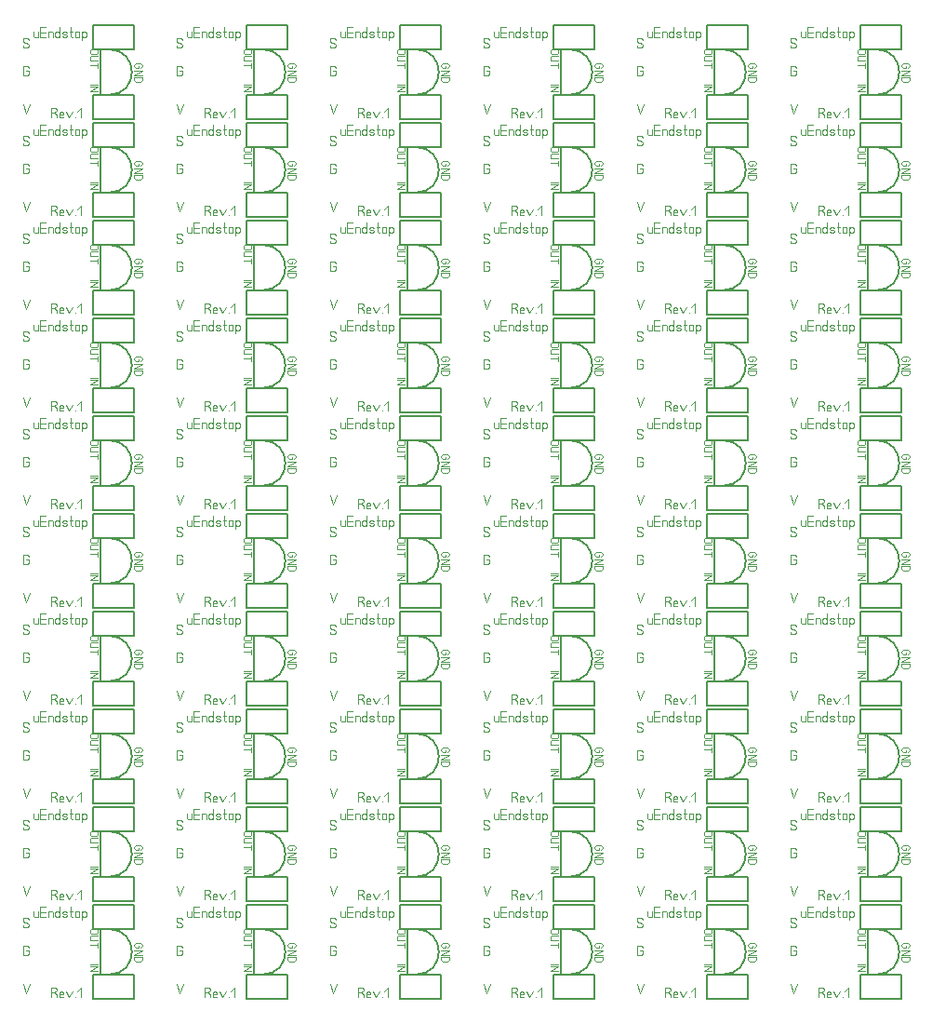
<source format=gbr>
%FSLAX34Y34*%
%MOMM*%
%LNSILK_TOP*%
G71*
G01*
%ADD10C, 0.150*%
%ADD11C, 0.090*%
%ADD12C, 0.111*%
%LPD*%
G54D10*
X113600Y969925D02*
X105600Y969925D01*
X105600Y928725D01*
X113600Y928725D01*
G54D10*
G75*
G01X113500Y928625D02*
G03X113500Y970025I0J20700D01*
G01*
G54D11*
X101800Y965725D02*
X97300Y965725D01*
X96400Y966325D01*
X96000Y967325D01*
X96000Y968425D01*
X96400Y969525D01*
X97300Y970025D01*
X101800Y970025D01*
X102700Y969525D01*
X103100Y968425D01*
X103100Y967325D01*
X102700Y966325D01*
X101800Y965725D01*
G54D11*
X103100Y963725D02*
X97300Y963725D01*
X96400Y963225D01*
X96000Y962125D01*
X96000Y961025D01*
X96400Y960025D01*
X97300Y959425D01*
X103100Y959425D01*
G54D11*
X96000Y955325D02*
X103100Y955325D01*
G54D11*
X103100Y957425D02*
X103100Y953125D01*
G54D11*
X96000Y938125D02*
X103100Y938125D01*
G54D11*
X96000Y936125D02*
X103100Y936125D01*
X96000Y931825D01*
X103100Y931825D01*
G54D11*
X140100Y955125D02*
X140100Y952925D01*
X137800Y952925D01*
X136900Y953525D01*
X136500Y954525D01*
X136500Y955625D01*
X136900Y956725D01*
X137800Y957225D01*
X142300Y957225D01*
X143200Y956725D01*
X143600Y955625D01*
X143600Y954525D01*
X143200Y953525D01*
X142300Y952925D01*
G54D11*
X136500Y950925D02*
X143600Y950925D01*
X136500Y946625D01*
X143600Y946625D01*
G54D11*
X136500Y944625D02*
X143600Y944625D01*
X143600Y941925D01*
X143200Y940925D01*
X142300Y940325D01*
X137800Y940325D01*
X136900Y940925D01*
X136500Y941925D01*
X136500Y944625D01*
G54D10*
X136450Y992075D02*
X136450Y970075D01*
X98450Y970075D01*
X98450Y992075D01*
X136450Y992075D01*
G54D10*
X136450Y928575D02*
X136450Y906575D01*
X98450Y906575D01*
X98450Y928575D01*
X136450Y928575D01*
G54D12*
X34925Y920114D02*
X38258Y911225D01*
X41592Y920114D01*
G54D12*
X37592Y950594D02*
X40258Y950594D01*
X40258Y947817D01*
X39592Y946706D01*
X38258Y946150D01*
X36925Y946150D01*
X35592Y946706D01*
X34925Y947817D01*
X34925Y953372D01*
X35592Y954483D01*
X36925Y955039D01*
X38258Y955039D01*
X39592Y954483D01*
X40258Y953372D01*
G54D12*
X34925Y973217D02*
X35592Y972106D01*
X36925Y971550D01*
X38258Y971550D01*
X39592Y972106D01*
X40258Y973217D01*
X40258Y974328D01*
X39592Y975439D01*
X38258Y975994D01*
X36925Y975994D01*
X35592Y976550D01*
X34925Y977661D01*
X34925Y978772D01*
X35592Y979883D01*
X36925Y980439D01*
X38258Y980439D01*
X39592Y979883D01*
X40258Y978772D01*
G54D12*
X62992Y912494D02*
X64992Y911383D01*
X65658Y910272D01*
X65658Y908050D01*
G54D12*
X60325Y908050D02*
X60325Y916939D01*
X63658Y916939D01*
X64992Y916383D01*
X65658Y915272D01*
X65658Y914161D01*
X64992Y913050D01*
X63658Y912494D01*
X60325Y912494D01*
G54D12*
X72102Y908606D02*
X71035Y908050D01*
X69702Y908050D01*
X68369Y908606D01*
X68102Y909717D01*
X68102Y911606D01*
X68769Y912717D01*
X70102Y913050D01*
X71435Y912717D01*
X72102Y911939D01*
X72102Y910828D01*
X68102Y910828D01*
G54D12*
X74546Y913050D02*
X77213Y908050D01*
X79879Y913050D01*
G54D12*
X82323Y908050D02*
X82323Y908050D01*
G54D12*
X84767Y913606D02*
X88100Y916939D01*
X88100Y908050D01*
G54D12*
X48450Y986075D02*
X48450Y981075D01*
G54D12*
X48450Y982186D02*
X47783Y981297D01*
X46450Y981075D01*
X45117Y981297D01*
X44450Y982186D01*
X44450Y986075D01*
G54D12*
X55561Y981075D02*
X50894Y981075D01*
X50894Y989964D01*
X55561Y989964D01*
G54D12*
X50894Y985519D02*
X55561Y985519D01*
G54D12*
X58005Y981075D02*
X58005Y986075D01*
G54D12*
X58005Y984964D02*
X58672Y985742D01*
X60005Y986075D01*
X61338Y985742D01*
X62005Y984964D01*
X62005Y981075D01*
G54D12*
X68449Y981075D02*
X68449Y989964D01*
G54D12*
X68449Y984631D02*
X67782Y985742D01*
X66449Y986075D01*
X65116Y985742D01*
X64449Y984631D01*
X64449Y982408D01*
X65116Y981297D01*
X66449Y981075D01*
X67782Y981297D01*
X68449Y982408D01*
G54D12*
X70893Y981631D02*
X72226Y981075D01*
X73560Y981075D01*
X74893Y981631D01*
X74893Y982742D01*
X74226Y983297D01*
X71560Y983853D01*
X70893Y984408D01*
X70893Y985519D01*
X72226Y986075D01*
X73560Y986075D01*
X74893Y985519D01*
G54D12*
X78670Y989964D02*
X78670Y981631D01*
X79337Y981075D01*
X80004Y981297D01*
G54D12*
X77337Y986075D02*
X80004Y986075D01*
G54D12*
X86448Y982408D02*
X86448Y984631D01*
X85781Y985742D01*
X84448Y986075D01*
X83115Y985742D01*
X82448Y984631D01*
X82448Y982408D01*
X83115Y981297D01*
X84448Y981075D01*
X85781Y981297D01*
X86448Y982408D01*
G54D12*
X88892Y986075D02*
X88892Y978853D01*
G54D12*
X88892Y982742D02*
X89559Y981297D01*
X90892Y981075D01*
X92225Y981297D01*
X92892Y982408D01*
X92892Y984631D01*
X92225Y985742D01*
X90892Y986075D01*
X89559Y985742D01*
X88892Y984408D01*
G54D10*
X253300Y969925D02*
X245300Y969925D01*
X245300Y928725D01*
X253300Y928725D01*
G54D10*
G75*
G01X253200Y928625D02*
G03X253200Y970025I0J20700D01*
G01*
G54D11*
X241500Y965725D02*
X237000Y965725D01*
X236100Y966325D01*
X235700Y967325D01*
X235700Y968425D01*
X236100Y969525D01*
X237000Y970025D01*
X241500Y970025D01*
X242400Y969525D01*
X242800Y968425D01*
X242800Y967325D01*
X242400Y966325D01*
X241500Y965725D01*
G54D11*
X242800Y963725D02*
X237000Y963725D01*
X236100Y963225D01*
X235700Y962125D01*
X235700Y961025D01*
X236100Y960025D01*
X237000Y959425D01*
X242800Y959425D01*
G54D11*
X235700Y955325D02*
X242800Y955325D01*
G54D11*
X242800Y957425D02*
X242800Y953125D01*
G54D11*
X235700Y938125D02*
X242800Y938125D01*
G54D11*
X235700Y936125D02*
X242800Y936125D01*
X235700Y931825D01*
X242800Y931825D01*
G54D11*
X279800Y955125D02*
X279800Y952925D01*
X277500Y952925D01*
X276600Y953525D01*
X276200Y954525D01*
X276200Y955625D01*
X276600Y956725D01*
X277500Y957225D01*
X282000Y957225D01*
X282900Y956725D01*
X283300Y955625D01*
X283300Y954525D01*
X282900Y953525D01*
X282000Y952925D01*
G54D11*
X276200Y950925D02*
X283300Y950925D01*
X276200Y946625D01*
X283300Y946625D01*
G54D11*
X276200Y944625D02*
X283300Y944625D01*
X283300Y941925D01*
X282900Y940925D01*
X282000Y940325D01*
X277500Y940325D01*
X276600Y940925D01*
X276200Y941925D01*
X276200Y944625D01*
G54D10*
X276150Y992075D02*
X276150Y970075D01*
X238150Y970075D01*
X238150Y992075D01*
X276150Y992075D01*
G54D10*
X276150Y928575D02*
X276150Y906575D01*
X238150Y906575D01*
X238150Y928575D01*
X276150Y928575D01*
G54D12*
X174625Y920114D02*
X177958Y911225D01*
X181292Y920114D01*
G54D12*
X177292Y950594D02*
X179958Y950594D01*
X179958Y947817D01*
X179292Y946706D01*
X177958Y946150D01*
X176625Y946150D01*
X175292Y946706D01*
X174625Y947817D01*
X174625Y953372D01*
X175292Y954483D01*
X176625Y955039D01*
X177958Y955039D01*
X179292Y954483D01*
X179958Y953372D01*
G54D12*
X174625Y973217D02*
X175292Y972106D01*
X176625Y971550D01*
X177958Y971550D01*
X179292Y972106D01*
X179958Y973217D01*
X179958Y974328D01*
X179292Y975439D01*
X177958Y975994D01*
X176625Y975994D01*
X175292Y976550D01*
X174625Y977661D01*
X174625Y978772D01*
X175292Y979883D01*
X176625Y980439D01*
X177958Y980439D01*
X179292Y979883D01*
X179958Y978772D01*
G54D12*
X202692Y912494D02*
X204692Y911383D01*
X205358Y910272D01*
X205358Y908050D01*
G54D12*
X200025Y908050D02*
X200025Y916939D01*
X203358Y916939D01*
X204692Y916383D01*
X205358Y915272D01*
X205358Y914161D01*
X204692Y913050D01*
X203358Y912494D01*
X200025Y912494D01*
G54D12*
X211802Y908606D02*
X210735Y908050D01*
X209402Y908050D01*
X208069Y908606D01*
X207802Y909717D01*
X207802Y911606D01*
X208469Y912717D01*
X209802Y913050D01*
X211135Y912717D01*
X211802Y911939D01*
X211802Y910828D01*
X207802Y910828D01*
G54D12*
X214246Y913050D02*
X216913Y908050D01*
X219579Y913050D01*
G54D12*
X222023Y908050D02*
X222023Y908050D01*
G54D12*
X224467Y913606D02*
X227800Y916939D01*
X227800Y908050D01*
G54D12*
X188150Y986075D02*
X188150Y981075D01*
G54D12*
X188150Y982186D02*
X187483Y981297D01*
X186150Y981075D01*
X184817Y981297D01*
X184150Y982186D01*
X184150Y986075D01*
G54D12*
X195261Y981075D02*
X190594Y981075D01*
X190594Y989964D01*
X195261Y989964D01*
G54D12*
X190594Y985519D02*
X195261Y985519D01*
G54D12*
X197705Y981075D02*
X197705Y986075D01*
G54D12*
X197705Y984964D02*
X198372Y985742D01*
X199705Y986075D01*
X201038Y985742D01*
X201705Y984964D01*
X201705Y981075D01*
G54D12*
X208149Y981075D02*
X208149Y989964D01*
G54D12*
X208149Y984631D02*
X207482Y985742D01*
X206149Y986075D01*
X204816Y985742D01*
X204149Y984631D01*
X204149Y982408D01*
X204816Y981297D01*
X206149Y981075D01*
X207482Y981297D01*
X208149Y982408D01*
G54D12*
X210593Y981631D02*
X211926Y981075D01*
X213260Y981075D01*
X214593Y981631D01*
X214593Y982742D01*
X213926Y983297D01*
X211260Y983853D01*
X210593Y984408D01*
X210593Y985519D01*
X211926Y986075D01*
X213260Y986075D01*
X214593Y985519D01*
G54D12*
X218370Y989964D02*
X218370Y981631D01*
X219037Y981075D01*
X219704Y981297D01*
G54D12*
X217037Y986075D02*
X219704Y986075D01*
G54D12*
X226148Y982408D02*
X226148Y984631D01*
X225481Y985742D01*
X224148Y986075D01*
X222815Y985742D01*
X222148Y984631D01*
X222148Y982408D01*
X222815Y981297D01*
X224148Y981075D01*
X225481Y981297D01*
X226148Y982408D01*
G54D12*
X228592Y986075D02*
X228592Y978853D01*
G54D12*
X228592Y982742D02*
X229259Y981297D01*
X230592Y981075D01*
X231925Y981297D01*
X232592Y982408D01*
X232592Y984631D01*
X231925Y985742D01*
X230592Y986075D01*
X229259Y985742D01*
X228592Y984408D01*
G54D10*
X393000Y969925D02*
X385000Y969925D01*
X385000Y928725D01*
X393000Y928725D01*
G54D10*
G75*
G01X392900Y928625D02*
G03X392900Y970025I0J20700D01*
G01*
G54D11*
X381200Y965725D02*
X376700Y965725D01*
X375800Y966325D01*
X375400Y967325D01*
X375400Y968425D01*
X375800Y969525D01*
X376700Y970025D01*
X381200Y970025D01*
X382100Y969525D01*
X382500Y968425D01*
X382500Y967325D01*
X382100Y966325D01*
X381200Y965725D01*
G54D11*
X382500Y963725D02*
X376700Y963725D01*
X375800Y963225D01*
X375400Y962125D01*
X375400Y961025D01*
X375800Y960025D01*
X376700Y959425D01*
X382500Y959425D01*
G54D11*
X375400Y955325D02*
X382500Y955325D01*
G54D11*
X382500Y957425D02*
X382500Y953125D01*
G54D11*
X375400Y938125D02*
X382500Y938125D01*
G54D11*
X375400Y936125D02*
X382500Y936125D01*
X375400Y931825D01*
X382500Y931825D01*
G54D11*
X419500Y955125D02*
X419500Y952925D01*
X417200Y952925D01*
X416300Y953525D01*
X415900Y954525D01*
X415900Y955625D01*
X416300Y956725D01*
X417200Y957225D01*
X421700Y957225D01*
X422600Y956725D01*
X423000Y955625D01*
X423000Y954525D01*
X422600Y953525D01*
X421700Y952925D01*
G54D11*
X415900Y950925D02*
X423000Y950925D01*
X415900Y946625D01*
X423000Y946625D01*
G54D11*
X415900Y944625D02*
X423000Y944625D01*
X423000Y941925D01*
X422600Y940925D01*
X421700Y940325D01*
X417200Y940325D01*
X416300Y940925D01*
X415900Y941925D01*
X415900Y944625D01*
G54D10*
X415850Y992075D02*
X415850Y970075D01*
X377850Y970075D01*
X377850Y992075D01*
X415850Y992075D01*
G54D10*
X415850Y928575D02*
X415850Y906575D01*
X377850Y906575D01*
X377850Y928575D01*
X415850Y928575D01*
G54D12*
X314325Y920114D02*
X317658Y911225D01*
X320992Y920114D01*
G54D12*
X316992Y950594D02*
X319658Y950594D01*
X319658Y947817D01*
X318992Y946706D01*
X317658Y946150D01*
X316325Y946150D01*
X314992Y946706D01*
X314325Y947817D01*
X314325Y953372D01*
X314992Y954483D01*
X316325Y955039D01*
X317658Y955039D01*
X318992Y954483D01*
X319658Y953372D01*
G54D12*
X314325Y973217D02*
X314992Y972106D01*
X316325Y971550D01*
X317658Y971550D01*
X318992Y972106D01*
X319658Y973217D01*
X319658Y974328D01*
X318992Y975439D01*
X317658Y975994D01*
X316325Y975994D01*
X314992Y976550D01*
X314325Y977661D01*
X314325Y978772D01*
X314992Y979883D01*
X316325Y980439D01*
X317658Y980439D01*
X318992Y979883D01*
X319658Y978772D01*
G54D12*
X342392Y912494D02*
X344392Y911383D01*
X345058Y910272D01*
X345058Y908050D01*
G54D12*
X339725Y908050D02*
X339725Y916939D01*
X343058Y916939D01*
X344392Y916383D01*
X345058Y915272D01*
X345058Y914161D01*
X344392Y913050D01*
X343058Y912494D01*
X339725Y912494D01*
G54D12*
X351502Y908606D02*
X350435Y908050D01*
X349102Y908050D01*
X347769Y908606D01*
X347502Y909717D01*
X347502Y911606D01*
X348169Y912717D01*
X349502Y913050D01*
X350835Y912717D01*
X351502Y911939D01*
X351502Y910828D01*
X347502Y910828D01*
G54D12*
X353946Y913050D02*
X356613Y908050D01*
X359279Y913050D01*
G54D12*
X361723Y908050D02*
X361723Y908050D01*
G54D12*
X364167Y913606D02*
X367500Y916939D01*
X367500Y908050D01*
G54D12*
X327850Y986075D02*
X327850Y981075D01*
G54D12*
X327850Y982186D02*
X327183Y981297D01*
X325850Y981075D01*
X324517Y981297D01*
X323850Y982186D01*
X323850Y986075D01*
G54D12*
X334961Y981075D02*
X330294Y981075D01*
X330294Y989964D01*
X334961Y989964D01*
G54D12*
X330294Y985519D02*
X334961Y985519D01*
G54D12*
X337405Y981075D02*
X337405Y986075D01*
G54D12*
X337405Y984964D02*
X338072Y985742D01*
X339405Y986075D01*
X340738Y985742D01*
X341405Y984964D01*
X341405Y981075D01*
G54D12*
X347849Y981075D02*
X347849Y989964D01*
G54D12*
X347849Y984631D02*
X347182Y985742D01*
X345849Y986075D01*
X344516Y985742D01*
X343849Y984631D01*
X343849Y982408D01*
X344516Y981297D01*
X345849Y981075D01*
X347182Y981297D01*
X347849Y982408D01*
G54D12*
X350293Y981631D02*
X351626Y981075D01*
X352960Y981075D01*
X354293Y981631D01*
X354293Y982742D01*
X353626Y983297D01*
X350960Y983853D01*
X350293Y984408D01*
X350293Y985519D01*
X351626Y986075D01*
X352960Y986075D01*
X354293Y985519D01*
G54D12*
X358070Y989964D02*
X358070Y981631D01*
X358737Y981075D01*
X359404Y981297D01*
G54D12*
X356737Y986075D02*
X359404Y986075D01*
G54D12*
X365848Y982408D02*
X365848Y984631D01*
X365181Y985742D01*
X363848Y986075D01*
X362515Y985742D01*
X361848Y984631D01*
X361848Y982408D01*
X362515Y981297D01*
X363848Y981075D01*
X365181Y981297D01*
X365848Y982408D01*
G54D12*
X368292Y986075D02*
X368292Y978853D01*
G54D12*
X368292Y982742D02*
X368959Y981297D01*
X370292Y981075D01*
X371625Y981297D01*
X372292Y982408D01*
X372292Y984631D01*
X371625Y985742D01*
X370292Y986075D01*
X368959Y985742D01*
X368292Y984408D01*
G54D10*
X532700Y969925D02*
X524700Y969925D01*
X524700Y928725D01*
X532700Y928725D01*
G54D10*
G75*
G01X532600Y928625D02*
G03X532600Y970025I0J20700D01*
G01*
G54D11*
X520900Y965725D02*
X516400Y965725D01*
X515500Y966325D01*
X515100Y967325D01*
X515100Y968425D01*
X515500Y969525D01*
X516400Y970025D01*
X520900Y970025D01*
X521800Y969525D01*
X522200Y968425D01*
X522200Y967325D01*
X521800Y966325D01*
X520900Y965725D01*
G54D11*
X522200Y963725D02*
X516400Y963725D01*
X515500Y963225D01*
X515100Y962125D01*
X515100Y961025D01*
X515500Y960025D01*
X516400Y959425D01*
X522200Y959425D01*
G54D11*
X515100Y955325D02*
X522200Y955325D01*
G54D11*
X522200Y957425D02*
X522200Y953125D01*
G54D11*
X515100Y938125D02*
X522200Y938125D01*
G54D11*
X515100Y936125D02*
X522200Y936125D01*
X515100Y931825D01*
X522200Y931825D01*
G54D11*
X559200Y955125D02*
X559200Y952925D01*
X556900Y952925D01*
X556000Y953525D01*
X555600Y954525D01*
X555600Y955625D01*
X556000Y956725D01*
X556900Y957225D01*
X561400Y957225D01*
X562300Y956725D01*
X562700Y955625D01*
X562700Y954525D01*
X562300Y953525D01*
X561400Y952925D01*
G54D11*
X555600Y950925D02*
X562700Y950925D01*
X555600Y946625D01*
X562700Y946625D01*
G54D11*
X555600Y944625D02*
X562700Y944625D01*
X562700Y941925D01*
X562300Y940925D01*
X561400Y940325D01*
X556900Y940325D01*
X556000Y940925D01*
X555600Y941925D01*
X555600Y944625D01*
G54D10*
X555550Y992075D02*
X555550Y970075D01*
X517550Y970075D01*
X517550Y992075D01*
X555550Y992075D01*
G54D10*
X555550Y928575D02*
X555550Y906575D01*
X517550Y906575D01*
X517550Y928575D01*
X555550Y928575D01*
G54D12*
X454025Y920114D02*
X457358Y911225D01*
X460692Y920114D01*
G54D12*
X456692Y950594D02*
X459358Y950594D01*
X459358Y947817D01*
X458692Y946706D01*
X457358Y946150D01*
X456025Y946150D01*
X454692Y946706D01*
X454025Y947817D01*
X454025Y953372D01*
X454692Y954483D01*
X456025Y955039D01*
X457358Y955039D01*
X458692Y954483D01*
X459358Y953372D01*
G54D12*
X454025Y973217D02*
X454692Y972106D01*
X456025Y971550D01*
X457358Y971550D01*
X458692Y972106D01*
X459358Y973217D01*
X459358Y974328D01*
X458692Y975439D01*
X457358Y975994D01*
X456025Y975994D01*
X454692Y976550D01*
X454025Y977661D01*
X454025Y978772D01*
X454692Y979883D01*
X456025Y980439D01*
X457358Y980439D01*
X458692Y979883D01*
X459358Y978772D01*
G54D12*
X482092Y912494D02*
X484092Y911383D01*
X484758Y910272D01*
X484758Y908050D01*
G54D12*
X479425Y908050D02*
X479425Y916939D01*
X482758Y916939D01*
X484092Y916383D01*
X484758Y915272D01*
X484758Y914161D01*
X484092Y913050D01*
X482758Y912494D01*
X479425Y912494D01*
G54D12*
X491202Y908606D02*
X490135Y908050D01*
X488802Y908050D01*
X487469Y908606D01*
X487202Y909717D01*
X487202Y911606D01*
X487869Y912717D01*
X489202Y913050D01*
X490535Y912717D01*
X491202Y911939D01*
X491202Y910828D01*
X487202Y910828D01*
G54D12*
X493646Y913050D02*
X496313Y908050D01*
X498979Y913050D01*
G54D12*
X501423Y908050D02*
X501423Y908050D01*
G54D12*
X503867Y913606D02*
X507200Y916939D01*
X507200Y908050D01*
G54D12*
X467550Y986075D02*
X467550Y981075D01*
G54D12*
X467550Y982186D02*
X466883Y981297D01*
X465550Y981075D01*
X464217Y981297D01*
X463550Y982186D01*
X463550Y986075D01*
G54D12*
X474661Y981075D02*
X469994Y981075D01*
X469994Y989964D01*
X474661Y989964D01*
G54D12*
X469994Y985519D02*
X474661Y985519D01*
G54D12*
X477105Y981075D02*
X477105Y986075D01*
G54D12*
X477105Y984964D02*
X477772Y985742D01*
X479105Y986075D01*
X480438Y985742D01*
X481105Y984964D01*
X481105Y981075D01*
G54D12*
X487549Y981075D02*
X487549Y989964D01*
G54D12*
X487549Y984631D02*
X486882Y985742D01*
X485549Y986075D01*
X484216Y985742D01*
X483549Y984631D01*
X483549Y982408D01*
X484216Y981297D01*
X485549Y981075D01*
X486882Y981297D01*
X487549Y982408D01*
G54D12*
X489993Y981631D02*
X491326Y981075D01*
X492660Y981075D01*
X493993Y981631D01*
X493993Y982742D01*
X493326Y983297D01*
X490660Y983853D01*
X489993Y984408D01*
X489993Y985519D01*
X491326Y986075D01*
X492660Y986075D01*
X493993Y985519D01*
G54D12*
X497770Y989964D02*
X497770Y981631D01*
X498437Y981075D01*
X499104Y981297D01*
G54D12*
X496437Y986075D02*
X499104Y986075D01*
G54D12*
X505548Y982408D02*
X505548Y984631D01*
X504881Y985742D01*
X503548Y986075D01*
X502215Y985742D01*
X501548Y984631D01*
X501548Y982408D01*
X502215Y981297D01*
X503548Y981075D01*
X504881Y981297D01*
X505548Y982408D01*
G54D12*
X507992Y986075D02*
X507992Y978853D01*
G54D12*
X507992Y982742D02*
X508659Y981297D01*
X509992Y981075D01*
X511325Y981297D01*
X511992Y982408D01*
X511992Y984631D01*
X511325Y985742D01*
X509992Y986075D01*
X508659Y985742D01*
X507992Y984408D01*
G54D10*
X672400Y969925D02*
X664400Y969925D01*
X664400Y928725D01*
X672400Y928725D01*
G54D10*
G75*
G01X672300Y928625D02*
G03X672300Y970025I0J20700D01*
G01*
G54D11*
X660600Y965725D02*
X656100Y965725D01*
X655200Y966325D01*
X654800Y967325D01*
X654800Y968425D01*
X655200Y969525D01*
X656100Y970025D01*
X660600Y970025D01*
X661500Y969525D01*
X661900Y968425D01*
X661900Y967325D01*
X661500Y966325D01*
X660600Y965725D01*
G54D11*
X661900Y963725D02*
X656100Y963725D01*
X655200Y963225D01*
X654800Y962125D01*
X654800Y961025D01*
X655200Y960025D01*
X656100Y959425D01*
X661900Y959425D01*
G54D11*
X654800Y955325D02*
X661900Y955325D01*
G54D11*
X661900Y957425D02*
X661900Y953125D01*
G54D11*
X654800Y938125D02*
X661900Y938125D01*
G54D11*
X654800Y936125D02*
X661900Y936125D01*
X654800Y931825D01*
X661900Y931825D01*
G54D11*
X698900Y955125D02*
X698900Y952925D01*
X696600Y952925D01*
X695700Y953525D01*
X695300Y954525D01*
X695300Y955625D01*
X695700Y956725D01*
X696600Y957225D01*
X701100Y957225D01*
X702000Y956725D01*
X702400Y955625D01*
X702400Y954525D01*
X702000Y953525D01*
X701100Y952925D01*
G54D11*
X695300Y950925D02*
X702400Y950925D01*
X695300Y946625D01*
X702400Y946625D01*
G54D11*
X695300Y944625D02*
X702400Y944625D01*
X702400Y941925D01*
X702000Y940925D01*
X701100Y940325D01*
X696600Y940325D01*
X695700Y940925D01*
X695300Y941925D01*
X695300Y944625D01*
G54D10*
X695250Y992075D02*
X695250Y970075D01*
X657250Y970075D01*
X657250Y992075D01*
X695250Y992075D01*
G54D10*
X695250Y928575D02*
X695250Y906575D01*
X657250Y906575D01*
X657250Y928575D01*
X695250Y928575D01*
G54D12*
X593725Y920114D02*
X597058Y911225D01*
X600392Y920114D01*
G54D12*
X596392Y950594D02*
X599058Y950594D01*
X599058Y947817D01*
X598392Y946706D01*
X597058Y946150D01*
X595725Y946150D01*
X594392Y946706D01*
X593725Y947817D01*
X593725Y953372D01*
X594392Y954483D01*
X595725Y955039D01*
X597058Y955039D01*
X598392Y954483D01*
X599058Y953372D01*
G54D12*
X593725Y973217D02*
X594392Y972106D01*
X595725Y971550D01*
X597058Y971550D01*
X598392Y972106D01*
X599058Y973217D01*
X599058Y974328D01*
X598392Y975439D01*
X597058Y975994D01*
X595725Y975994D01*
X594392Y976550D01*
X593725Y977661D01*
X593725Y978772D01*
X594392Y979883D01*
X595725Y980439D01*
X597058Y980439D01*
X598392Y979883D01*
X599058Y978772D01*
G54D12*
X621792Y912494D02*
X623792Y911383D01*
X624458Y910272D01*
X624458Y908050D01*
G54D12*
X619125Y908050D02*
X619125Y916939D01*
X622458Y916939D01*
X623792Y916383D01*
X624458Y915272D01*
X624458Y914161D01*
X623792Y913050D01*
X622458Y912494D01*
X619125Y912494D01*
G54D12*
X630902Y908606D02*
X629835Y908050D01*
X628502Y908050D01*
X627169Y908606D01*
X626902Y909717D01*
X626902Y911606D01*
X627569Y912717D01*
X628902Y913050D01*
X630235Y912717D01*
X630902Y911939D01*
X630902Y910828D01*
X626902Y910828D01*
G54D12*
X633346Y913050D02*
X636013Y908050D01*
X638679Y913050D01*
G54D12*
X641123Y908050D02*
X641123Y908050D01*
G54D12*
X643567Y913606D02*
X646900Y916939D01*
X646900Y908050D01*
G54D12*
X607250Y986075D02*
X607250Y981075D01*
G54D12*
X607250Y982186D02*
X606583Y981297D01*
X605250Y981075D01*
X603917Y981297D01*
X603250Y982186D01*
X603250Y986075D01*
G54D12*
X614361Y981075D02*
X609694Y981075D01*
X609694Y989964D01*
X614361Y989964D01*
G54D12*
X609694Y985519D02*
X614361Y985519D01*
G54D12*
X616805Y981075D02*
X616805Y986075D01*
G54D12*
X616805Y984964D02*
X617472Y985742D01*
X618805Y986075D01*
X620138Y985742D01*
X620805Y984964D01*
X620805Y981075D01*
G54D12*
X627249Y981075D02*
X627249Y989964D01*
G54D12*
X627249Y984631D02*
X626582Y985742D01*
X625249Y986075D01*
X623916Y985742D01*
X623249Y984631D01*
X623249Y982408D01*
X623916Y981297D01*
X625249Y981075D01*
X626582Y981297D01*
X627249Y982408D01*
G54D12*
X629693Y981631D02*
X631026Y981075D01*
X632360Y981075D01*
X633693Y981631D01*
X633693Y982742D01*
X633026Y983297D01*
X630360Y983853D01*
X629693Y984408D01*
X629693Y985519D01*
X631026Y986075D01*
X632360Y986075D01*
X633693Y985519D01*
G54D12*
X637470Y989964D02*
X637470Y981631D01*
X638137Y981075D01*
X638804Y981297D01*
G54D12*
X636137Y986075D02*
X638804Y986075D01*
G54D12*
X645248Y982408D02*
X645248Y984631D01*
X644581Y985742D01*
X643248Y986075D01*
X641915Y985742D01*
X641248Y984631D01*
X641248Y982408D01*
X641915Y981297D01*
X643248Y981075D01*
X644581Y981297D01*
X645248Y982408D01*
G54D12*
X647692Y986075D02*
X647692Y978853D01*
G54D12*
X647692Y982742D02*
X648359Y981297D01*
X649692Y981075D01*
X651025Y981297D01*
X651692Y982408D01*
X651692Y984631D01*
X651025Y985742D01*
X649692Y986075D01*
X648359Y985742D01*
X647692Y984408D01*
G54D10*
X812100Y969925D02*
X804100Y969925D01*
X804100Y928725D01*
X812100Y928725D01*
G54D10*
G75*
G01X812000Y928625D02*
G03X812000Y970025I0J20700D01*
G01*
G54D11*
X800300Y965725D02*
X795800Y965725D01*
X794900Y966325D01*
X794500Y967325D01*
X794500Y968425D01*
X794900Y969525D01*
X795800Y970025D01*
X800300Y970025D01*
X801200Y969525D01*
X801600Y968425D01*
X801600Y967325D01*
X801200Y966325D01*
X800300Y965725D01*
G54D11*
X801600Y963725D02*
X795800Y963725D01*
X794900Y963225D01*
X794500Y962125D01*
X794500Y961025D01*
X794900Y960025D01*
X795800Y959425D01*
X801600Y959425D01*
G54D11*
X794500Y955325D02*
X801600Y955325D01*
G54D11*
X801600Y957425D02*
X801600Y953125D01*
G54D11*
X794500Y938125D02*
X801600Y938125D01*
G54D11*
X794500Y936125D02*
X801600Y936125D01*
X794500Y931825D01*
X801600Y931825D01*
G54D11*
X838600Y955125D02*
X838600Y952925D01*
X836300Y952925D01*
X835400Y953525D01*
X835000Y954525D01*
X835000Y955625D01*
X835400Y956725D01*
X836300Y957225D01*
X840800Y957225D01*
X841700Y956725D01*
X842100Y955625D01*
X842100Y954525D01*
X841700Y953525D01*
X840800Y952925D01*
G54D11*
X835000Y950925D02*
X842100Y950925D01*
X835000Y946625D01*
X842100Y946625D01*
G54D11*
X835000Y944625D02*
X842100Y944625D01*
X842100Y941925D01*
X841700Y940925D01*
X840800Y940325D01*
X836300Y940325D01*
X835400Y940925D01*
X835000Y941925D01*
X835000Y944625D01*
G54D10*
X834950Y992075D02*
X834950Y970075D01*
X796950Y970075D01*
X796950Y992075D01*
X834950Y992075D01*
G54D10*
X834950Y928575D02*
X834950Y906575D01*
X796950Y906575D01*
X796950Y928575D01*
X834950Y928575D01*
G54D12*
X733425Y920114D02*
X736758Y911225D01*
X740092Y920114D01*
G54D12*
X736092Y950594D02*
X738758Y950594D01*
X738758Y947817D01*
X738092Y946706D01*
X736758Y946150D01*
X735425Y946150D01*
X734092Y946706D01*
X733425Y947817D01*
X733425Y953372D01*
X734092Y954483D01*
X735425Y955039D01*
X736758Y955039D01*
X738092Y954483D01*
X738758Y953372D01*
G54D12*
X733425Y973217D02*
X734092Y972106D01*
X735425Y971550D01*
X736758Y971550D01*
X738092Y972106D01*
X738758Y973217D01*
X738758Y974328D01*
X738092Y975439D01*
X736758Y975994D01*
X735425Y975994D01*
X734092Y976550D01*
X733425Y977661D01*
X733425Y978772D01*
X734092Y979883D01*
X735425Y980439D01*
X736758Y980439D01*
X738092Y979883D01*
X738758Y978772D01*
G54D12*
X761492Y912494D02*
X763492Y911383D01*
X764158Y910272D01*
X764158Y908050D01*
G54D12*
X758825Y908050D02*
X758825Y916939D01*
X762158Y916939D01*
X763492Y916383D01*
X764158Y915272D01*
X764158Y914161D01*
X763492Y913050D01*
X762158Y912494D01*
X758825Y912494D01*
G54D12*
X770602Y908606D02*
X769535Y908050D01*
X768202Y908050D01*
X766869Y908606D01*
X766602Y909717D01*
X766602Y911606D01*
X767269Y912717D01*
X768602Y913050D01*
X769935Y912717D01*
X770602Y911939D01*
X770602Y910828D01*
X766602Y910828D01*
G54D12*
X773046Y913050D02*
X775713Y908050D01*
X778379Y913050D01*
G54D12*
X780823Y908050D02*
X780823Y908050D01*
G54D12*
X783267Y913606D02*
X786600Y916939D01*
X786600Y908050D01*
G54D12*
X746950Y986075D02*
X746950Y981075D01*
G54D12*
X746950Y982186D02*
X746283Y981297D01*
X744950Y981075D01*
X743617Y981297D01*
X742950Y982186D01*
X742950Y986075D01*
G54D12*
X754061Y981075D02*
X749394Y981075D01*
X749394Y989964D01*
X754061Y989964D01*
G54D12*
X749394Y985519D02*
X754061Y985519D01*
G54D12*
X756505Y981075D02*
X756505Y986075D01*
G54D12*
X756505Y984964D02*
X757172Y985742D01*
X758505Y986075D01*
X759838Y985742D01*
X760505Y984964D01*
X760505Y981075D01*
G54D12*
X766949Y981075D02*
X766949Y989964D01*
G54D12*
X766949Y984631D02*
X766282Y985742D01*
X764949Y986075D01*
X763616Y985742D01*
X762949Y984631D01*
X762949Y982408D01*
X763616Y981297D01*
X764949Y981075D01*
X766282Y981297D01*
X766949Y982408D01*
G54D12*
X769393Y981631D02*
X770726Y981075D01*
X772060Y981075D01*
X773393Y981631D01*
X773393Y982742D01*
X772726Y983297D01*
X770060Y983853D01*
X769393Y984408D01*
X769393Y985519D01*
X770726Y986075D01*
X772060Y986075D01*
X773393Y985519D01*
G54D12*
X777170Y989964D02*
X777170Y981631D01*
X777837Y981075D01*
X778504Y981297D01*
G54D12*
X775837Y986075D02*
X778504Y986075D01*
G54D12*
X784948Y982408D02*
X784948Y984631D01*
X784281Y985742D01*
X782948Y986075D01*
X781615Y985742D01*
X780948Y984631D01*
X780948Y982408D01*
X781615Y981297D01*
X782948Y981075D01*
X784281Y981297D01*
X784948Y982408D01*
G54D12*
X787392Y986075D02*
X787392Y978853D01*
G54D12*
X787392Y982742D02*
X788059Y981297D01*
X789392Y981075D01*
X790725Y981297D01*
X791392Y982408D01*
X791392Y984631D01*
X790725Y985742D01*
X789392Y986075D01*
X788059Y985742D01*
X787392Y984408D01*
G54D10*
X113600Y881025D02*
X105600Y881025D01*
X105600Y839825D01*
X113600Y839825D01*
G54D10*
G75*
G01X113500Y839725D02*
G03X113500Y881125I0J20700D01*
G01*
G54D11*
X101800Y876825D02*
X97300Y876825D01*
X96400Y877425D01*
X96000Y878425D01*
X96000Y879525D01*
X96400Y880625D01*
X97300Y881125D01*
X101800Y881125D01*
X102700Y880625D01*
X103100Y879525D01*
X103100Y878425D01*
X102700Y877425D01*
X101800Y876825D01*
G54D11*
X103100Y874825D02*
X97300Y874825D01*
X96400Y874325D01*
X96000Y873225D01*
X96000Y872125D01*
X96400Y871125D01*
X97300Y870525D01*
X103100Y870525D01*
G54D11*
X96000Y866425D02*
X103100Y866425D01*
G54D11*
X103100Y868525D02*
X103100Y864225D01*
G54D11*
X96000Y849225D02*
X103100Y849225D01*
G54D11*
X96000Y847225D02*
X103100Y847225D01*
X96000Y842925D01*
X103100Y842925D01*
G54D11*
X140100Y866225D02*
X140100Y864025D01*
X137800Y864025D01*
X136900Y864625D01*
X136500Y865625D01*
X136500Y866725D01*
X136900Y867825D01*
X137800Y868325D01*
X142300Y868325D01*
X143200Y867825D01*
X143600Y866725D01*
X143600Y865625D01*
X143200Y864625D01*
X142300Y864025D01*
G54D11*
X136500Y862025D02*
X143600Y862025D01*
X136500Y857725D01*
X143600Y857725D01*
G54D11*
X136500Y855725D02*
X143600Y855725D01*
X143600Y853025D01*
X143200Y852025D01*
X142300Y851425D01*
X137800Y851425D01*
X136900Y852025D01*
X136500Y853025D01*
X136500Y855725D01*
G54D10*
X136450Y903175D02*
X136450Y881175D01*
X98450Y881175D01*
X98450Y903175D01*
X136450Y903175D01*
G54D10*
X136450Y839675D02*
X136450Y817675D01*
X98450Y817675D01*
X98450Y839675D01*
X136450Y839675D01*
G54D12*
X34925Y831214D02*
X38258Y822325D01*
X41592Y831214D01*
G54D12*
X37592Y861694D02*
X40258Y861694D01*
X40258Y858917D01*
X39592Y857806D01*
X38258Y857250D01*
X36925Y857250D01*
X35592Y857806D01*
X34925Y858917D01*
X34925Y864472D01*
X35592Y865583D01*
X36925Y866139D01*
X38258Y866139D01*
X39592Y865583D01*
X40258Y864472D01*
G54D12*
X34925Y884317D02*
X35592Y883206D01*
X36925Y882650D01*
X38258Y882650D01*
X39592Y883206D01*
X40258Y884317D01*
X40258Y885428D01*
X39592Y886539D01*
X38258Y887094D01*
X36925Y887094D01*
X35592Y887650D01*
X34925Y888761D01*
X34925Y889872D01*
X35592Y890983D01*
X36925Y891539D01*
X38258Y891539D01*
X39592Y890983D01*
X40258Y889872D01*
G54D12*
X62992Y823594D02*
X64992Y822483D01*
X65658Y821372D01*
X65658Y819150D01*
G54D12*
X60325Y819150D02*
X60325Y828039D01*
X63658Y828039D01*
X64992Y827483D01*
X65658Y826372D01*
X65658Y825261D01*
X64992Y824150D01*
X63658Y823594D01*
X60325Y823594D01*
G54D12*
X72102Y819706D02*
X71035Y819150D01*
X69702Y819150D01*
X68369Y819706D01*
X68102Y820817D01*
X68102Y822706D01*
X68769Y823817D01*
X70102Y824150D01*
X71435Y823817D01*
X72102Y823039D01*
X72102Y821928D01*
X68102Y821928D01*
G54D12*
X74546Y824150D02*
X77213Y819150D01*
X79879Y824150D01*
G54D12*
X82323Y819150D02*
X82323Y819150D01*
G54D12*
X84767Y824706D02*
X88100Y828039D01*
X88100Y819150D01*
G54D12*
X48450Y897175D02*
X48450Y892175D01*
G54D12*
X48450Y893286D02*
X47783Y892397D01*
X46450Y892175D01*
X45117Y892397D01*
X44450Y893286D01*
X44450Y897175D01*
G54D12*
X55561Y892175D02*
X50894Y892175D01*
X50894Y901064D01*
X55561Y901064D01*
G54D12*
X50894Y896619D02*
X55561Y896619D01*
G54D12*
X58005Y892175D02*
X58005Y897175D01*
G54D12*
X58005Y896064D02*
X58672Y896842D01*
X60005Y897175D01*
X61338Y896842D01*
X62005Y896064D01*
X62005Y892175D01*
G54D12*
X68449Y892175D02*
X68449Y901064D01*
G54D12*
X68449Y895731D02*
X67782Y896842D01*
X66449Y897175D01*
X65116Y896842D01*
X64449Y895731D01*
X64449Y893508D01*
X65116Y892397D01*
X66449Y892175D01*
X67782Y892397D01*
X68449Y893508D01*
G54D12*
X70893Y892731D02*
X72226Y892175D01*
X73560Y892175D01*
X74893Y892731D01*
X74893Y893842D01*
X74226Y894397D01*
X71560Y894953D01*
X70893Y895508D01*
X70893Y896619D01*
X72226Y897175D01*
X73560Y897175D01*
X74893Y896619D01*
G54D12*
X78670Y901064D02*
X78670Y892731D01*
X79337Y892175D01*
X80004Y892397D01*
G54D12*
X77337Y897175D02*
X80004Y897175D01*
G54D12*
X86448Y893508D02*
X86448Y895731D01*
X85781Y896842D01*
X84448Y897175D01*
X83115Y896842D01*
X82448Y895731D01*
X82448Y893508D01*
X83115Y892397D01*
X84448Y892175D01*
X85781Y892397D01*
X86448Y893508D01*
G54D12*
X88892Y897175D02*
X88892Y889953D01*
G54D12*
X88892Y893842D02*
X89559Y892397D01*
X90892Y892175D01*
X92225Y892397D01*
X92892Y893508D01*
X92892Y895731D01*
X92225Y896842D01*
X90892Y897175D01*
X89559Y896842D01*
X88892Y895508D01*
G54D10*
X253300Y881025D02*
X245300Y881025D01*
X245300Y839825D01*
X253300Y839825D01*
G54D10*
G75*
G01X253200Y839725D02*
G03X253200Y881125I0J20700D01*
G01*
G54D11*
X241500Y876825D02*
X237000Y876825D01*
X236100Y877425D01*
X235700Y878425D01*
X235700Y879525D01*
X236100Y880625D01*
X237000Y881125D01*
X241500Y881125D01*
X242400Y880625D01*
X242800Y879525D01*
X242800Y878425D01*
X242400Y877425D01*
X241500Y876825D01*
G54D11*
X242800Y874825D02*
X237000Y874825D01*
X236100Y874325D01*
X235700Y873225D01*
X235700Y872125D01*
X236100Y871125D01*
X237000Y870525D01*
X242800Y870525D01*
G54D11*
X235700Y866425D02*
X242800Y866425D01*
G54D11*
X242800Y868525D02*
X242800Y864225D01*
G54D11*
X235700Y849225D02*
X242800Y849225D01*
G54D11*
X235700Y847225D02*
X242800Y847225D01*
X235700Y842925D01*
X242800Y842925D01*
G54D11*
X279800Y866225D02*
X279800Y864025D01*
X277500Y864025D01*
X276600Y864625D01*
X276200Y865625D01*
X276200Y866725D01*
X276600Y867825D01*
X277500Y868325D01*
X282000Y868325D01*
X282900Y867825D01*
X283300Y866725D01*
X283300Y865625D01*
X282900Y864625D01*
X282000Y864025D01*
G54D11*
X276200Y862025D02*
X283300Y862025D01*
X276200Y857725D01*
X283300Y857725D01*
G54D11*
X276200Y855725D02*
X283300Y855725D01*
X283300Y853025D01*
X282900Y852025D01*
X282000Y851425D01*
X277500Y851425D01*
X276600Y852025D01*
X276200Y853025D01*
X276200Y855725D01*
G54D10*
X276150Y903175D02*
X276150Y881175D01*
X238150Y881175D01*
X238150Y903175D01*
X276150Y903175D01*
G54D10*
X276150Y839675D02*
X276150Y817675D01*
X238150Y817675D01*
X238150Y839675D01*
X276150Y839675D01*
G54D12*
X174625Y831214D02*
X177958Y822325D01*
X181292Y831214D01*
G54D12*
X177292Y861694D02*
X179958Y861694D01*
X179958Y858917D01*
X179292Y857806D01*
X177958Y857250D01*
X176625Y857250D01*
X175292Y857806D01*
X174625Y858917D01*
X174625Y864472D01*
X175292Y865583D01*
X176625Y866139D01*
X177958Y866139D01*
X179292Y865583D01*
X179958Y864472D01*
G54D12*
X174625Y884317D02*
X175292Y883206D01*
X176625Y882650D01*
X177958Y882650D01*
X179292Y883206D01*
X179958Y884317D01*
X179958Y885428D01*
X179292Y886539D01*
X177958Y887094D01*
X176625Y887094D01*
X175292Y887650D01*
X174625Y888761D01*
X174625Y889872D01*
X175292Y890983D01*
X176625Y891539D01*
X177958Y891539D01*
X179292Y890983D01*
X179958Y889872D01*
G54D12*
X202692Y823594D02*
X204692Y822483D01*
X205358Y821372D01*
X205358Y819150D01*
G54D12*
X200025Y819150D02*
X200025Y828039D01*
X203358Y828039D01*
X204692Y827483D01*
X205358Y826372D01*
X205358Y825261D01*
X204692Y824150D01*
X203358Y823594D01*
X200025Y823594D01*
G54D12*
X211802Y819706D02*
X210735Y819150D01*
X209402Y819150D01*
X208069Y819706D01*
X207802Y820817D01*
X207802Y822706D01*
X208469Y823817D01*
X209802Y824150D01*
X211135Y823817D01*
X211802Y823039D01*
X211802Y821928D01*
X207802Y821928D01*
G54D12*
X214246Y824150D02*
X216913Y819150D01*
X219579Y824150D01*
G54D12*
X222023Y819150D02*
X222023Y819150D01*
G54D12*
X224467Y824706D02*
X227800Y828039D01*
X227800Y819150D01*
G54D12*
X188150Y897175D02*
X188150Y892175D01*
G54D12*
X188150Y893286D02*
X187483Y892397D01*
X186150Y892175D01*
X184817Y892397D01*
X184150Y893286D01*
X184150Y897175D01*
G54D12*
X195261Y892175D02*
X190594Y892175D01*
X190594Y901064D01*
X195261Y901064D01*
G54D12*
X190594Y896619D02*
X195261Y896619D01*
G54D12*
X197705Y892175D02*
X197705Y897175D01*
G54D12*
X197705Y896064D02*
X198372Y896842D01*
X199705Y897175D01*
X201038Y896842D01*
X201705Y896064D01*
X201705Y892175D01*
G54D12*
X208149Y892175D02*
X208149Y901064D01*
G54D12*
X208149Y895731D02*
X207482Y896842D01*
X206149Y897175D01*
X204816Y896842D01*
X204149Y895731D01*
X204149Y893508D01*
X204816Y892397D01*
X206149Y892175D01*
X207482Y892397D01*
X208149Y893508D01*
G54D12*
X210593Y892731D02*
X211926Y892175D01*
X213260Y892175D01*
X214593Y892731D01*
X214593Y893842D01*
X213926Y894397D01*
X211260Y894953D01*
X210593Y895508D01*
X210593Y896619D01*
X211926Y897175D01*
X213260Y897175D01*
X214593Y896619D01*
G54D12*
X218370Y901064D02*
X218370Y892731D01*
X219037Y892175D01*
X219704Y892397D01*
G54D12*
X217037Y897175D02*
X219704Y897175D01*
G54D12*
X226148Y893508D02*
X226148Y895731D01*
X225481Y896842D01*
X224148Y897175D01*
X222815Y896842D01*
X222148Y895731D01*
X222148Y893508D01*
X222815Y892397D01*
X224148Y892175D01*
X225481Y892397D01*
X226148Y893508D01*
G54D12*
X228592Y897175D02*
X228592Y889953D01*
G54D12*
X228592Y893842D02*
X229259Y892397D01*
X230592Y892175D01*
X231925Y892397D01*
X232592Y893508D01*
X232592Y895731D01*
X231925Y896842D01*
X230592Y897175D01*
X229259Y896842D01*
X228592Y895508D01*
G54D10*
X393000Y881025D02*
X385000Y881025D01*
X385000Y839825D01*
X393000Y839825D01*
G54D10*
G75*
G01X392900Y839725D02*
G03X392900Y881125I0J20700D01*
G01*
G54D11*
X381200Y876825D02*
X376700Y876825D01*
X375800Y877425D01*
X375400Y878425D01*
X375400Y879525D01*
X375800Y880625D01*
X376700Y881125D01*
X381200Y881125D01*
X382100Y880625D01*
X382500Y879525D01*
X382500Y878425D01*
X382100Y877425D01*
X381200Y876825D01*
G54D11*
X382500Y874825D02*
X376700Y874825D01*
X375800Y874325D01*
X375400Y873225D01*
X375400Y872125D01*
X375800Y871125D01*
X376700Y870525D01*
X382500Y870525D01*
G54D11*
X375400Y866425D02*
X382500Y866425D01*
G54D11*
X382500Y868525D02*
X382500Y864225D01*
G54D11*
X375400Y849225D02*
X382500Y849225D01*
G54D11*
X375400Y847225D02*
X382500Y847225D01*
X375400Y842925D01*
X382500Y842925D01*
G54D11*
X419500Y866225D02*
X419500Y864025D01*
X417200Y864025D01*
X416300Y864625D01*
X415900Y865625D01*
X415900Y866725D01*
X416300Y867825D01*
X417200Y868325D01*
X421700Y868325D01*
X422600Y867825D01*
X423000Y866725D01*
X423000Y865625D01*
X422600Y864625D01*
X421700Y864025D01*
G54D11*
X415900Y862025D02*
X423000Y862025D01*
X415900Y857725D01*
X423000Y857725D01*
G54D11*
X415900Y855725D02*
X423000Y855725D01*
X423000Y853025D01*
X422600Y852025D01*
X421700Y851425D01*
X417200Y851425D01*
X416300Y852025D01*
X415900Y853025D01*
X415900Y855725D01*
G54D10*
X415850Y903175D02*
X415850Y881175D01*
X377850Y881175D01*
X377850Y903175D01*
X415850Y903175D01*
G54D10*
X415850Y839675D02*
X415850Y817675D01*
X377850Y817675D01*
X377850Y839675D01*
X415850Y839675D01*
G54D12*
X314325Y831214D02*
X317658Y822325D01*
X320992Y831214D01*
G54D12*
X316992Y861694D02*
X319658Y861694D01*
X319658Y858917D01*
X318992Y857806D01*
X317658Y857250D01*
X316325Y857250D01*
X314992Y857806D01*
X314325Y858917D01*
X314325Y864472D01*
X314992Y865583D01*
X316325Y866139D01*
X317658Y866139D01*
X318992Y865583D01*
X319658Y864472D01*
G54D12*
X314325Y884317D02*
X314992Y883206D01*
X316325Y882650D01*
X317658Y882650D01*
X318992Y883206D01*
X319658Y884317D01*
X319658Y885428D01*
X318992Y886539D01*
X317658Y887094D01*
X316325Y887094D01*
X314992Y887650D01*
X314325Y888761D01*
X314325Y889872D01*
X314992Y890983D01*
X316325Y891539D01*
X317658Y891539D01*
X318992Y890983D01*
X319658Y889872D01*
G54D12*
X342392Y823594D02*
X344392Y822483D01*
X345058Y821372D01*
X345058Y819150D01*
G54D12*
X339725Y819150D02*
X339725Y828039D01*
X343058Y828039D01*
X344392Y827483D01*
X345058Y826372D01*
X345058Y825261D01*
X344392Y824150D01*
X343058Y823594D01*
X339725Y823594D01*
G54D12*
X351502Y819706D02*
X350435Y819150D01*
X349102Y819150D01*
X347769Y819706D01*
X347502Y820817D01*
X347502Y822706D01*
X348169Y823817D01*
X349502Y824150D01*
X350835Y823817D01*
X351502Y823039D01*
X351502Y821928D01*
X347502Y821928D01*
G54D12*
X353946Y824150D02*
X356613Y819150D01*
X359279Y824150D01*
G54D12*
X361723Y819150D02*
X361723Y819150D01*
G54D12*
X364167Y824706D02*
X367500Y828039D01*
X367500Y819150D01*
G54D12*
X327850Y897175D02*
X327850Y892175D01*
G54D12*
X327850Y893286D02*
X327183Y892397D01*
X325850Y892175D01*
X324517Y892397D01*
X323850Y893286D01*
X323850Y897175D01*
G54D12*
X334961Y892175D02*
X330294Y892175D01*
X330294Y901064D01*
X334961Y901064D01*
G54D12*
X330294Y896619D02*
X334961Y896619D01*
G54D12*
X337405Y892175D02*
X337405Y897175D01*
G54D12*
X337405Y896064D02*
X338072Y896842D01*
X339405Y897175D01*
X340738Y896842D01*
X341405Y896064D01*
X341405Y892175D01*
G54D12*
X347849Y892175D02*
X347849Y901064D01*
G54D12*
X347849Y895731D02*
X347182Y896842D01*
X345849Y897175D01*
X344516Y896842D01*
X343849Y895731D01*
X343849Y893508D01*
X344516Y892397D01*
X345849Y892175D01*
X347182Y892397D01*
X347849Y893508D01*
G54D12*
X350293Y892731D02*
X351626Y892175D01*
X352960Y892175D01*
X354293Y892731D01*
X354293Y893842D01*
X353626Y894397D01*
X350960Y894953D01*
X350293Y895508D01*
X350293Y896619D01*
X351626Y897175D01*
X352960Y897175D01*
X354293Y896619D01*
G54D12*
X358070Y901064D02*
X358070Y892731D01*
X358737Y892175D01*
X359404Y892397D01*
G54D12*
X356737Y897175D02*
X359404Y897175D01*
G54D12*
X365848Y893508D02*
X365848Y895731D01*
X365181Y896842D01*
X363848Y897175D01*
X362515Y896842D01*
X361848Y895731D01*
X361848Y893508D01*
X362515Y892397D01*
X363848Y892175D01*
X365181Y892397D01*
X365848Y893508D01*
G54D12*
X368292Y897175D02*
X368292Y889953D01*
G54D12*
X368292Y893842D02*
X368959Y892397D01*
X370292Y892175D01*
X371625Y892397D01*
X372292Y893508D01*
X372292Y895731D01*
X371625Y896842D01*
X370292Y897175D01*
X368959Y896842D01*
X368292Y895508D01*
G54D10*
X532700Y881025D02*
X524700Y881025D01*
X524700Y839825D01*
X532700Y839825D01*
G54D10*
G75*
G01X532600Y839725D02*
G03X532600Y881125I0J20700D01*
G01*
G54D11*
X520900Y876825D02*
X516400Y876825D01*
X515500Y877425D01*
X515100Y878425D01*
X515100Y879525D01*
X515500Y880625D01*
X516400Y881125D01*
X520900Y881125D01*
X521800Y880625D01*
X522200Y879525D01*
X522200Y878425D01*
X521800Y877425D01*
X520900Y876825D01*
G54D11*
X522200Y874825D02*
X516400Y874825D01*
X515500Y874325D01*
X515100Y873225D01*
X515100Y872125D01*
X515500Y871125D01*
X516400Y870525D01*
X522200Y870525D01*
G54D11*
X515100Y866425D02*
X522200Y866425D01*
G54D11*
X522200Y868525D02*
X522200Y864225D01*
G54D11*
X515100Y849225D02*
X522200Y849225D01*
G54D11*
X515100Y847225D02*
X522200Y847225D01*
X515100Y842925D01*
X522200Y842925D01*
G54D11*
X559200Y866225D02*
X559200Y864025D01*
X556900Y864025D01*
X556000Y864625D01*
X555600Y865625D01*
X555600Y866725D01*
X556000Y867825D01*
X556900Y868325D01*
X561400Y868325D01*
X562300Y867825D01*
X562700Y866725D01*
X562700Y865625D01*
X562300Y864625D01*
X561400Y864025D01*
G54D11*
X555600Y862025D02*
X562700Y862025D01*
X555600Y857725D01*
X562700Y857725D01*
G54D11*
X555600Y855725D02*
X562700Y855725D01*
X562700Y853025D01*
X562300Y852025D01*
X561400Y851425D01*
X556900Y851425D01*
X556000Y852025D01*
X555600Y853025D01*
X555600Y855725D01*
G54D10*
X555550Y903175D02*
X555550Y881175D01*
X517550Y881175D01*
X517550Y903175D01*
X555550Y903175D01*
G54D10*
X555550Y839675D02*
X555550Y817675D01*
X517550Y817675D01*
X517550Y839675D01*
X555550Y839675D01*
G54D12*
X454025Y831214D02*
X457358Y822325D01*
X460692Y831214D01*
G54D12*
X456692Y861694D02*
X459358Y861694D01*
X459358Y858917D01*
X458692Y857806D01*
X457358Y857250D01*
X456025Y857250D01*
X454692Y857806D01*
X454025Y858917D01*
X454025Y864472D01*
X454692Y865583D01*
X456025Y866139D01*
X457358Y866139D01*
X458692Y865583D01*
X459358Y864472D01*
G54D12*
X454025Y884317D02*
X454692Y883206D01*
X456025Y882650D01*
X457358Y882650D01*
X458692Y883206D01*
X459358Y884317D01*
X459358Y885428D01*
X458692Y886539D01*
X457358Y887094D01*
X456025Y887094D01*
X454692Y887650D01*
X454025Y888761D01*
X454025Y889872D01*
X454692Y890983D01*
X456025Y891539D01*
X457358Y891539D01*
X458692Y890983D01*
X459358Y889872D01*
G54D12*
X482092Y823594D02*
X484092Y822483D01*
X484758Y821372D01*
X484758Y819150D01*
G54D12*
X479425Y819150D02*
X479425Y828039D01*
X482758Y828039D01*
X484092Y827483D01*
X484758Y826372D01*
X484758Y825261D01*
X484092Y824150D01*
X482758Y823594D01*
X479425Y823594D01*
G54D12*
X491202Y819706D02*
X490135Y819150D01*
X488802Y819150D01*
X487469Y819706D01*
X487202Y820817D01*
X487202Y822706D01*
X487869Y823817D01*
X489202Y824150D01*
X490535Y823817D01*
X491202Y823039D01*
X491202Y821928D01*
X487202Y821928D01*
G54D12*
X493646Y824150D02*
X496313Y819150D01*
X498979Y824150D01*
G54D12*
X501423Y819150D02*
X501423Y819150D01*
G54D12*
X503867Y824706D02*
X507200Y828039D01*
X507200Y819150D01*
G54D12*
X467550Y897175D02*
X467550Y892175D01*
G54D12*
X467550Y893286D02*
X466883Y892397D01*
X465550Y892175D01*
X464217Y892397D01*
X463550Y893286D01*
X463550Y897175D01*
G54D12*
X474661Y892175D02*
X469994Y892175D01*
X469994Y901064D01*
X474661Y901064D01*
G54D12*
X469994Y896619D02*
X474661Y896619D01*
G54D12*
X477105Y892175D02*
X477105Y897175D01*
G54D12*
X477105Y896064D02*
X477772Y896842D01*
X479105Y897175D01*
X480438Y896842D01*
X481105Y896064D01*
X481105Y892175D01*
G54D12*
X487549Y892175D02*
X487549Y901064D01*
G54D12*
X487549Y895731D02*
X486882Y896842D01*
X485549Y897175D01*
X484216Y896842D01*
X483549Y895731D01*
X483549Y893508D01*
X484216Y892397D01*
X485549Y892175D01*
X486882Y892397D01*
X487549Y893508D01*
G54D12*
X489993Y892731D02*
X491326Y892175D01*
X492660Y892175D01*
X493993Y892731D01*
X493993Y893842D01*
X493326Y894397D01*
X490660Y894953D01*
X489993Y895508D01*
X489993Y896619D01*
X491326Y897175D01*
X492660Y897175D01*
X493993Y896619D01*
G54D12*
X497770Y901064D02*
X497770Y892731D01*
X498437Y892175D01*
X499104Y892397D01*
G54D12*
X496437Y897175D02*
X499104Y897175D01*
G54D12*
X505548Y893508D02*
X505548Y895731D01*
X504881Y896842D01*
X503548Y897175D01*
X502215Y896842D01*
X501548Y895731D01*
X501548Y893508D01*
X502215Y892397D01*
X503548Y892175D01*
X504881Y892397D01*
X505548Y893508D01*
G54D12*
X507992Y897175D02*
X507992Y889953D01*
G54D12*
X507992Y893842D02*
X508659Y892397D01*
X509992Y892175D01*
X511325Y892397D01*
X511992Y893508D01*
X511992Y895731D01*
X511325Y896842D01*
X509992Y897175D01*
X508659Y896842D01*
X507992Y895508D01*
G54D10*
X672400Y881025D02*
X664400Y881025D01*
X664400Y839825D01*
X672400Y839825D01*
G54D10*
G75*
G01X672300Y839725D02*
G03X672300Y881125I0J20700D01*
G01*
G54D11*
X660600Y876825D02*
X656100Y876825D01*
X655200Y877425D01*
X654800Y878425D01*
X654800Y879525D01*
X655200Y880625D01*
X656100Y881125D01*
X660600Y881125D01*
X661500Y880625D01*
X661900Y879525D01*
X661900Y878425D01*
X661500Y877425D01*
X660600Y876825D01*
G54D11*
X661900Y874825D02*
X656100Y874825D01*
X655200Y874325D01*
X654800Y873225D01*
X654800Y872125D01*
X655200Y871125D01*
X656100Y870525D01*
X661900Y870525D01*
G54D11*
X654800Y866425D02*
X661900Y866425D01*
G54D11*
X661900Y868525D02*
X661900Y864225D01*
G54D11*
X654800Y849225D02*
X661900Y849225D01*
G54D11*
X654800Y847225D02*
X661900Y847225D01*
X654800Y842925D01*
X661900Y842925D01*
G54D11*
X698900Y866225D02*
X698900Y864025D01*
X696600Y864025D01*
X695700Y864625D01*
X695300Y865625D01*
X695300Y866725D01*
X695700Y867825D01*
X696600Y868325D01*
X701100Y868325D01*
X702000Y867825D01*
X702400Y866725D01*
X702400Y865625D01*
X702000Y864625D01*
X701100Y864025D01*
G54D11*
X695300Y862025D02*
X702400Y862025D01*
X695300Y857725D01*
X702400Y857725D01*
G54D11*
X695300Y855725D02*
X702400Y855725D01*
X702400Y853025D01*
X702000Y852025D01*
X701100Y851425D01*
X696600Y851425D01*
X695700Y852025D01*
X695300Y853025D01*
X695300Y855725D01*
G54D10*
X695250Y903175D02*
X695250Y881175D01*
X657250Y881175D01*
X657250Y903175D01*
X695250Y903175D01*
G54D10*
X695250Y839675D02*
X695250Y817675D01*
X657250Y817675D01*
X657250Y839675D01*
X695250Y839675D01*
G54D12*
X593725Y831214D02*
X597058Y822325D01*
X600392Y831214D01*
G54D12*
X596392Y861694D02*
X599058Y861694D01*
X599058Y858917D01*
X598392Y857806D01*
X597058Y857250D01*
X595725Y857250D01*
X594392Y857806D01*
X593725Y858917D01*
X593725Y864472D01*
X594392Y865583D01*
X595725Y866139D01*
X597058Y866139D01*
X598392Y865583D01*
X599058Y864472D01*
G54D12*
X593725Y884317D02*
X594392Y883206D01*
X595725Y882650D01*
X597058Y882650D01*
X598392Y883206D01*
X599058Y884317D01*
X599058Y885428D01*
X598392Y886539D01*
X597058Y887094D01*
X595725Y887094D01*
X594392Y887650D01*
X593725Y888761D01*
X593725Y889872D01*
X594392Y890983D01*
X595725Y891539D01*
X597058Y891539D01*
X598392Y890983D01*
X599058Y889872D01*
G54D12*
X621792Y823594D02*
X623792Y822483D01*
X624458Y821372D01*
X624458Y819150D01*
G54D12*
X619125Y819150D02*
X619125Y828039D01*
X622458Y828039D01*
X623792Y827483D01*
X624458Y826372D01*
X624458Y825261D01*
X623792Y824150D01*
X622458Y823594D01*
X619125Y823594D01*
G54D12*
X630902Y819706D02*
X629835Y819150D01*
X628502Y819150D01*
X627169Y819706D01*
X626902Y820817D01*
X626902Y822706D01*
X627569Y823817D01*
X628902Y824150D01*
X630235Y823817D01*
X630902Y823039D01*
X630902Y821928D01*
X626902Y821928D01*
G54D12*
X633346Y824150D02*
X636013Y819150D01*
X638679Y824150D01*
G54D12*
X641123Y819150D02*
X641123Y819150D01*
G54D12*
X643567Y824706D02*
X646900Y828039D01*
X646900Y819150D01*
G54D12*
X607250Y897175D02*
X607250Y892175D01*
G54D12*
X607250Y893286D02*
X606583Y892397D01*
X605250Y892175D01*
X603917Y892397D01*
X603250Y893286D01*
X603250Y897175D01*
G54D12*
X614361Y892175D02*
X609694Y892175D01*
X609694Y901064D01*
X614361Y901064D01*
G54D12*
X609694Y896619D02*
X614361Y896619D01*
G54D12*
X616805Y892175D02*
X616805Y897175D01*
G54D12*
X616805Y896064D02*
X617472Y896842D01*
X618805Y897175D01*
X620138Y896842D01*
X620805Y896064D01*
X620805Y892175D01*
G54D12*
X627249Y892175D02*
X627249Y901064D01*
G54D12*
X627249Y895731D02*
X626582Y896842D01*
X625249Y897175D01*
X623916Y896842D01*
X623249Y895731D01*
X623249Y893508D01*
X623916Y892397D01*
X625249Y892175D01*
X626582Y892397D01*
X627249Y893508D01*
G54D12*
X629693Y892731D02*
X631026Y892175D01*
X632360Y892175D01*
X633693Y892731D01*
X633693Y893842D01*
X633026Y894397D01*
X630360Y894953D01*
X629693Y895508D01*
X629693Y896619D01*
X631026Y897175D01*
X632360Y897175D01*
X633693Y896619D01*
G54D12*
X637470Y901064D02*
X637470Y892731D01*
X638137Y892175D01*
X638804Y892397D01*
G54D12*
X636137Y897175D02*
X638804Y897175D01*
G54D12*
X645248Y893508D02*
X645248Y895731D01*
X644581Y896842D01*
X643248Y897175D01*
X641915Y896842D01*
X641248Y895731D01*
X641248Y893508D01*
X641915Y892397D01*
X643248Y892175D01*
X644581Y892397D01*
X645248Y893508D01*
G54D12*
X647692Y897175D02*
X647692Y889953D01*
G54D12*
X647692Y893842D02*
X648359Y892397D01*
X649692Y892175D01*
X651025Y892397D01*
X651692Y893508D01*
X651692Y895731D01*
X651025Y896842D01*
X649692Y897175D01*
X648359Y896842D01*
X647692Y895508D01*
G54D10*
X812100Y881025D02*
X804100Y881025D01*
X804100Y839825D01*
X812100Y839825D01*
G54D10*
G75*
G01X812000Y839725D02*
G03X812000Y881125I0J20700D01*
G01*
G54D11*
X800300Y876825D02*
X795800Y876825D01*
X794900Y877425D01*
X794500Y878425D01*
X794500Y879525D01*
X794900Y880625D01*
X795800Y881125D01*
X800300Y881125D01*
X801200Y880625D01*
X801600Y879525D01*
X801600Y878425D01*
X801200Y877425D01*
X800300Y876825D01*
G54D11*
X801600Y874825D02*
X795800Y874825D01*
X794900Y874325D01*
X794500Y873225D01*
X794500Y872125D01*
X794900Y871125D01*
X795800Y870525D01*
X801600Y870525D01*
G54D11*
X794500Y866425D02*
X801600Y866425D01*
G54D11*
X801600Y868525D02*
X801600Y864225D01*
G54D11*
X794500Y849225D02*
X801600Y849225D01*
G54D11*
X794500Y847225D02*
X801600Y847225D01*
X794500Y842925D01*
X801600Y842925D01*
G54D11*
X838600Y866225D02*
X838600Y864025D01*
X836300Y864025D01*
X835400Y864625D01*
X835000Y865625D01*
X835000Y866725D01*
X835400Y867825D01*
X836300Y868325D01*
X840800Y868325D01*
X841700Y867825D01*
X842100Y866725D01*
X842100Y865625D01*
X841700Y864625D01*
X840800Y864025D01*
G54D11*
X835000Y862025D02*
X842100Y862025D01*
X835000Y857725D01*
X842100Y857725D01*
G54D11*
X835000Y855725D02*
X842100Y855725D01*
X842100Y853025D01*
X841700Y852025D01*
X840800Y851425D01*
X836300Y851425D01*
X835400Y852025D01*
X835000Y853025D01*
X835000Y855725D01*
G54D10*
X834950Y903175D02*
X834950Y881175D01*
X796950Y881175D01*
X796950Y903175D01*
X834950Y903175D01*
G54D10*
X834950Y839675D02*
X834950Y817675D01*
X796950Y817675D01*
X796950Y839675D01*
X834950Y839675D01*
G54D12*
X733425Y831214D02*
X736758Y822325D01*
X740092Y831214D01*
G54D12*
X736092Y861694D02*
X738758Y861694D01*
X738758Y858917D01*
X738092Y857806D01*
X736758Y857250D01*
X735425Y857250D01*
X734092Y857806D01*
X733425Y858917D01*
X733425Y864472D01*
X734092Y865583D01*
X735425Y866139D01*
X736758Y866139D01*
X738092Y865583D01*
X738758Y864472D01*
G54D12*
X733425Y884317D02*
X734092Y883206D01*
X735425Y882650D01*
X736758Y882650D01*
X738092Y883206D01*
X738758Y884317D01*
X738758Y885428D01*
X738092Y886539D01*
X736758Y887094D01*
X735425Y887094D01*
X734092Y887650D01*
X733425Y888761D01*
X733425Y889872D01*
X734092Y890983D01*
X735425Y891539D01*
X736758Y891539D01*
X738092Y890983D01*
X738758Y889872D01*
G54D12*
X761492Y823594D02*
X763492Y822483D01*
X764158Y821372D01*
X764158Y819150D01*
G54D12*
X758825Y819150D02*
X758825Y828039D01*
X762158Y828039D01*
X763492Y827483D01*
X764158Y826372D01*
X764158Y825261D01*
X763492Y824150D01*
X762158Y823594D01*
X758825Y823594D01*
G54D12*
X770602Y819706D02*
X769535Y819150D01*
X768202Y819150D01*
X766869Y819706D01*
X766602Y820817D01*
X766602Y822706D01*
X767269Y823817D01*
X768602Y824150D01*
X769935Y823817D01*
X770602Y823039D01*
X770602Y821928D01*
X766602Y821928D01*
G54D12*
X773046Y824150D02*
X775713Y819150D01*
X778379Y824150D01*
G54D12*
X780823Y819150D02*
X780823Y819150D01*
G54D12*
X783267Y824706D02*
X786600Y828039D01*
X786600Y819150D01*
G54D12*
X746950Y897175D02*
X746950Y892175D01*
G54D12*
X746950Y893286D02*
X746283Y892397D01*
X744950Y892175D01*
X743617Y892397D01*
X742950Y893286D01*
X742950Y897175D01*
G54D12*
X754061Y892175D02*
X749394Y892175D01*
X749394Y901064D01*
X754061Y901064D01*
G54D12*
X749394Y896619D02*
X754061Y896619D01*
G54D12*
X756505Y892175D02*
X756505Y897175D01*
G54D12*
X756505Y896064D02*
X757172Y896842D01*
X758505Y897175D01*
X759838Y896842D01*
X760505Y896064D01*
X760505Y892175D01*
G54D12*
X766949Y892175D02*
X766949Y901064D01*
G54D12*
X766949Y895731D02*
X766282Y896842D01*
X764949Y897175D01*
X763616Y896842D01*
X762949Y895731D01*
X762949Y893508D01*
X763616Y892397D01*
X764949Y892175D01*
X766282Y892397D01*
X766949Y893508D01*
G54D12*
X769393Y892731D02*
X770726Y892175D01*
X772060Y892175D01*
X773393Y892731D01*
X773393Y893842D01*
X772726Y894397D01*
X770060Y894953D01*
X769393Y895508D01*
X769393Y896619D01*
X770726Y897175D01*
X772060Y897175D01*
X773393Y896619D01*
G54D12*
X777170Y901064D02*
X777170Y892731D01*
X777837Y892175D01*
X778504Y892397D01*
G54D12*
X775837Y897175D02*
X778504Y897175D01*
G54D12*
X784948Y893508D02*
X784948Y895731D01*
X784281Y896842D01*
X782948Y897175D01*
X781615Y896842D01*
X780948Y895731D01*
X780948Y893508D01*
X781615Y892397D01*
X782948Y892175D01*
X784281Y892397D01*
X784948Y893508D01*
G54D12*
X787392Y897175D02*
X787392Y889953D01*
G54D12*
X787392Y893842D02*
X788059Y892397D01*
X789392Y892175D01*
X790725Y892397D01*
X791392Y893508D01*
X791392Y895731D01*
X790725Y896842D01*
X789392Y897175D01*
X788059Y896842D01*
X787392Y895508D01*
G54D10*
X113600Y792125D02*
X105600Y792125D01*
X105600Y750925D01*
X113600Y750925D01*
G54D10*
G75*
G01X113500Y750825D02*
G03X113500Y792225I0J20700D01*
G01*
G54D11*
X101800Y787925D02*
X97300Y787925D01*
X96400Y788525D01*
X96000Y789525D01*
X96000Y790625D01*
X96400Y791725D01*
X97300Y792225D01*
X101800Y792225D01*
X102700Y791725D01*
X103100Y790625D01*
X103100Y789525D01*
X102700Y788525D01*
X101800Y787925D01*
G54D11*
X103100Y785925D02*
X97300Y785925D01*
X96400Y785425D01*
X96000Y784325D01*
X96000Y783225D01*
X96400Y782225D01*
X97300Y781625D01*
X103100Y781625D01*
G54D11*
X96000Y777525D02*
X103100Y777525D01*
G54D11*
X103100Y779625D02*
X103100Y775325D01*
G54D11*
X96000Y760325D02*
X103100Y760325D01*
G54D11*
X96000Y758325D02*
X103100Y758325D01*
X96000Y754025D01*
X103100Y754025D01*
G54D11*
X140100Y777325D02*
X140100Y775125D01*
X137800Y775125D01*
X136900Y775725D01*
X136500Y776725D01*
X136500Y777825D01*
X136900Y778925D01*
X137800Y779425D01*
X142300Y779425D01*
X143200Y778925D01*
X143600Y777825D01*
X143600Y776725D01*
X143200Y775725D01*
X142300Y775125D01*
G54D11*
X136500Y773125D02*
X143600Y773125D01*
X136500Y768825D01*
X143600Y768825D01*
G54D11*
X136500Y766825D02*
X143600Y766825D01*
X143600Y764125D01*
X143200Y763125D01*
X142300Y762525D01*
X137800Y762525D01*
X136900Y763125D01*
X136500Y764125D01*
X136500Y766825D01*
G54D10*
X136450Y814275D02*
X136450Y792275D01*
X98450Y792275D01*
X98450Y814275D01*
X136450Y814275D01*
G54D10*
X136450Y750775D02*
X136450Y728775D01*
X98450Y728775D01*
X98450Y750775D01*
X136450Y750775D01*
G54D12*
X34925Y742314D02*
X38258Y733425D01*
X41592Y742314D01*
G54D12*
X37592Y772794D02*
X40258Y772794D01*
X40258Y770017D01*
X39592Y768906D01*
X38258Y768350D01*
X36925Y768350D01*
X35592Y768906D01*
X34925Y770017D01*
X34925Y775572D01*
X35592Y776683D01*
X36925Y777239D01*
X38258Y777239D01*
X39592Y776683D01*
X40258Y775572D01*
G54D12*
X34925Y795417D02*
X35592Y794306D01*
X36925Y793750D01*
X38258Y793750D01*
X39592Y794306D01*
X40258Y795417D01*
X40258Y796528D01*
X39592Y797639D01*
X38258Y798194D01*
X36925Y798194D01*
X35592Y798750D01*
X34925Y799861D01*
X34925Y800972D01*
X35592Y802083D01*
X36925Y802639D01*
X38258Y802639D01*
X39592Y802083D01*
X40258Y800972D01*
G54D12*
X62992Y734694D02*
X64992Y733583D01*
X65658Y732472D01*
X65658Y730250D01*
G54D12*
X60325Y730250D02*
X60325Y739139D01*
X63658Y739139D01*
X64992Y738583D01*
X65658Y737472D01*
X65658Y736361D01*
X64992Y735250D01*
X63658Y734694D01*
X60325Y734694D01*
G54D12*
X72102Y730806D02*
X71035Y730250D01*
X69702Y730250D01*
X68369Y730806D01*
X68102Y731917D01*
X68102Y733806D01*
X68769Y734917D01*
X70102Y735250D01*
X71435Y734917D01*
X72102Y734139D01*
X72102Y733028D01*
X68102Y733028D01*
G54D12*
X74546Y735250D02*
X77213Y730250D01*
X79879Y735250D01*
G54D12*
X82323Y730250D02*
X82323Y730250D01*
G54D12*
X84767Y735806D02*
X88100Y739139D01*
X88100Y730250D01*
G54D12*
X48450Y808275D02*
X48450Y803275D01*
G54D12*
X48450Y804386D02*
X47783Y803497D01*
X46450Y803275D01*
X45117Y803497D01*
X44450Y804386D01*
X44450Y808275D01*
G54D12*
X55561Y803275D02*
X50894Y803275D01*
X50894Y812164D01*
X55561Y812164D01*
G54D12*
X50894Y807719D02*
X55561Y807719D01*
G54D12*
X58005Y803275D02*
X58005Y808275D01*
G54D12*
X58005Y807164D02*
X58672Y807942D01*
X60005Y808275D01*
X61338Y807942D01*
X62005Y807164D01*
X62005Y803275D01*
G54D12*
X68449Y803275D02*
X68449Y812164D01*
G54D12*
X68449Y806831D02*
X67782Y807942D01*
X66449Y808275D01*
X65116Y807942D01*
X64449Y806831D01*
X64449Y804608D01*
X65116Y803497D01*
X66449Y803275D01*
X67782Y803497D01*
X68449Y804608D01*
G54D12*
X70893Y803831D02*
X72226Y803275D01*
X73560Y803275D01*
X74893Y803831D01*
X74893Y804942D01*
X74226Y805497D01*
X71560Y806053D01*
X70893Y806608D01*
X70893Y807719D01*
X72226Y808275D01*
X73560Y808275D01*
X74893Y807719D01*
G54D12*
X78670Y812164D02*
X78670Y803831D01*
X79337Y803275D01*
X80004Y803497D01*
G54D12*
X77337Y808275D02*
X80004Y808275D01*
G54D12*
X86448Y804608D02*
X86448Y806831D01*
X85781Y807942D01*
X84448Y808275D01*
X83115Y807942D01*
X82448Y806831D01*
X82448Y804608D01*
X83115Y803497D01*
X84448Y803275D01*
X85781Y803497D01*
X86448Y804608D01*
G54D12*
X88892Y808275D02*
X88892Y801053D01*
G54D12*
X88892Y804942D02*
X89559Y803497D01*
X90892Y803275D01*
X92225Y803497D01*
X92892Y804608D01*
X92892Y806831D01*
X92225Y807942D01*
X90892Y808275D01*
X89559Y807942D01*
X88892Y806608D01*
G54D10*
X253300Y792125D02*
X245300Y792125D01*
X245300Y750925D01*
X253300Y750925D01*
G54D10*
G75*
G01X253200Y750825D02*
G03X253200Y792225I0J20700D01*
G01*
G54D11*
X241500Y787925D02*
X237000Y787925D01*
X236100Y788525D01*
X235700Y789525D01*
X235700Y790625D01*
X236100Y791725D01*
X237000Y792225D01*
X241500Y792225D01*
X242400Y791725D01*
X242800Y790625D01*
X242800Y789525D01*
X242400Y788525D01*
X241500Y787925D01*
G54D11*
X242800Y785925D02*
X237000Y785925D01*
X236100Y785425D01*
X235700Y784325D01*
X235700Y783225D01*
X236100Y782225D01*
X237000Y781625D01*
X242800Y781625D01*
G54D11*
X235700Y777525D02*
X242800Y777525D01*
G54D11*
X242800Y779625D02*
X242800Y775325D01*
G54D11*
X235700Y760325D02*
X242800Y760325D01*
G54D11*
X235700Y758325D02*
X242800Y758325D01*
X235700Y754025D01*
X242800Y754025D01*
G54D11*
X279800Y777325D02*
X279800Y775125D01*
X277500Y775125D01*
X276600Y775725D01*
X276200Y776725D01*
X276200Y777825D01*
X276600Y778925D01*
X277500Y779425D01*
X282000Y779425D01*
X282900Y778925D01*
X283300Y777825D01*
X283300Y776725D01*
X282900Y775725D01*
X282000Y775125D01*
G54D11*
X276200Y773125D02*
X283300Y773125D01*
X276200Y768825D01*
X283300Y768825D01*
G54D11*
X276200Y766825D02*
X283300Y766825D01*
X283300Y764125D01*
X282900Y763125D01*
X282000Y762525D01*
X277500Y762525D01*
X276600Y763125D01*
X276200Y764125D01*
X276200Y766825D01*
G54D10*
X276150Y814275D02*
X276150Y792275D01*
X238150Y792275D01*
X238150Y814275D01*
X276150Y814275D01*
G54D10*
X276150Y750775D02*
X276150Y728775D01*
X238150Y728775D01*
X238150Y750775D01*
X276150Y750775D01*
G54D12*
X174625Y742314D02*
X177958Y733425D01*
X181292Y742314D01*
G54D12*
X177292Y772794D02*
X179958Y772794D01*
X179958Y770017D01*
X179292Y768906D01*
X177958Y768350D01*
X176625Y768350D01*
X175292Y768906D01*
X174625Y770017D01*
X174625Y775572D01*
X175292Y776683D01*
X176625Y777239D01*
X177958Y777239D01*
X179292Y776683D01*
X179958Y775572D01*
G54D12*
X174625Y795417D02*
X175292Y794306D01*
X176625Y793750D01*
X177958Y793750D01*
X179292Y794306D01*
X179958Y795417D01*
X179958Y796528D01*
X179292Y797639D01*
X177958Y798194D01*
X176625Y798194D01*
X175292Y798750D01*
X174625Y799861D01*
X174625Y800972D01*
X175292Y802083D01*
X176625Y802639D01*
X177958Y802639D01*
X179292Y802083D01*
X179958Y800972D01*
G54D12*
X202692Y734694D02*
X204692Y733583D01*
X205358Y732472D01*
X205358Y730250D01*
G54D12*
X200025Y730250D02*
X200025Y739139D01*
X203358Y739139D01*
X204692Y738583D01*
X205358Y737472D01*
X205358Y736361D01*
X204692Y735250D01*
X203358Y734694D01*
X200025Y734694D01*
G54D12*
X211802Y730806D02*
X210735Y730250D01*
X209402Y730250D01*
X208069Y730806D01*
X207802Y731917D01*
X207802Y733806D01*
X208469Y734917D01*
X209802Y735250D01*
X211135Y734917D01*
X211802Y734139D01*
X211802Y733028D01*
X207802Y733028D01*
G54D12*
X214246Y735250D02*
X216913Y730250D01*
X219579Y735250D01*
G54D12*
X222023Y730250D02*
X222023Y730250D01*
G54D12*
X224467Y735806D02*
X227800Y739139D01*
X227800Y730250D01*
G54D12*
X188150Y808275D02*
X188150Y803275D01*
G54D12*
X188150Y804386D02*
X187483Y803497D01*
X186150Y803275D01*
X184817Y803497D01*
X184150Y804386D01*
X184150Y808275D01*
G54D12*
X195261Y803275D02*
X190594Y803275D01*
X190594Y812164D01*
X195261Y812164D01*
G54D12*
X190594Y807719D02*
X195261Y807719D01*
G54D12*
X197705Y803275D02*
X197705Y808275D01*
G54D12*
X197705Y807164D02*
X198372Y807942D01*
X199705Y808275D01*
X201038Y807942D01*
X201705Y807164D01*
X201705Y803275D01*
G54D12*
X208149Y803275D02*
X208149Y812164D01*
G54D12*
X208149Y806831D02*
X207482Y807942D01*
X206149Y808275D01*
X204816Y807942D01*
X204149Y806831D01*
X204149Y804608D01*
X204816Y803497D01*
X206149Y803275D01*
X207482Y803497D01*
X208149Y804608D01*
G54D12*
X210593Y803831D02*
X211926Y803275D01*
X213260Y803275D01*
X214593Y803831D01*
X214593Y804942D01*
X213926Y805497D01*
X211260Y806053D01*
X210593Y806608D01*
X210593Y807719D01*
X211926Y808275D01*
X213260Y808275D01*
X214593Y807719D01*
G54D12*
X218370Y812164D02*
X218370Y803831D01*
X219037Y803275D01*
X219704Y803497D01*
G54D12*
X217037Y808275D02*
X219704Y808275D01*
G54D12*
X226148Y804608D02*
X226148Y806831D01*
X225481Y807942D01*
X224148Y808275D01*
X222815Y807942D01*
X222148Y806831D01*
X222148Y804608D01*
X222815Y803497D01*
X224148Y803275D01*
X225481Y803497D01*
X226148Y804608D01*
G54D12*
X228592Y808275D02*
X228592Y801053D01*
G54D12*
X228592Y804942D02*
X229259Y803497D01*
X230592Y803275D01*
X231925Y803497D01*
X232592Y804608D01*
X232592Y806831D01*
X231925Y807942D01*
X230592Y808275D01*
X229259Y807942D01*
X228592Y806608D01*
G54D10*
X393000Y792125D02*
X385000Y792125D01*
X385000Y750925D01*
X393000Y750925D01*
G54D10*
G75*
G01X392900Y750825D02*
G03X392900Y792225I0J20700D01*
G01*
G54D11*
X381200Y787925D02*
X376700Y787925D01*
X375800Y788525D01*
X375400Y789525D01*
X375400Y790625D01*
X375800Y791725D01*
X376700Y792225D01*
X381200Y792225D01*
X382100Y791725D01*
X382500Y790625D01*
X382500Y789525D01*
X382100Y788525D01*
X381200Y787925D01*
G54D11*
X382500Y785925D02*
X376700Y785925D01*
X375800Y785425D01*
X375400Y784325D01*
X375400Y783225D01*
X375800Y782225D01*
X376700Y781625D01*
X382500Y781625D01*
G54D11*
X375400Y777525D02*
X382500Y777525D01*
G54D11*
X382500Y779625D02*
X382500Y775325D01*
G54D11*
X375400Y760325D02*
X382500Y760325D01*
G54D11*
X375400Y758325D02*
X382500Y758325D01*
X375400Y754025D01*
X382500Y754025D01*
G54D11*
X419500Y777325D02*
X419500Y775125D01*
X417200Y775125D01*
X416300Y775725D01*
X415900Y776725D01*
X415900Y777825D01*
X416300Y778925D01*
X417200Y779425D01*
X421700Y779425D01*
X422600Y778925D01*
X423000Y777825D01*
X423000Y776725D01*
X422600Y775725D01*
X421700Y775125D01*
G54D11*
X415900Y773125D02*
X423000Y773125D01*
X415900Y768825D01*
X423000Y768825D01*
G54D11*
X415900Y766825D02*
X423000Y766825D01*
X423000Y764125D01*
X422600Y763125D01*
X421700Y762525D01*
X417200Y762525D01*
X416300Y763125D01*
X415900Y764125D01*
X415900Y766825D01*
G54D10*
X415850Y814275D02*
X415850Y792275D01*
X377850Y792275D01*
X377850Y814275D01*
X415850Y814275D01*
G54D10*
X415850Y750775D02*
X415850Y728775D01*
X377850Y728775D01*
X377850Y750775D01*
X415850Y750775D01*
G54D12*
X314325Y742314D02*
X317658Y733425D01*
X320992Y742314D01*
G54D12*
X316992Y772794D02*
X319658Y772794D01*
X319658Y770017D01*
X318992Y768906D01*
X317658Y768350D01*
X316325Y768350D01*
X314992Y768906D01*
X314325Y770017D01*
X314325Y775572D01*
X314992Y776683D01*
X316325Y777239D01*
X317658Y777239D01*
X318992Y776683D01*
X319658Y775572D01*
G54D12*
X314325Y795417D02*
X314992Y794306D01*
X316325Y793750D01*
X317658Y793750D01*
X318992Y794306D01*
X319658Y795417D01*
X319658Y796528D01*
X318992Y797639D01*
X317658Y798194D01*
X316325Y798194D01*
X314992Y798750D01*
X314325Y799861D01*
X314325Y800972D01*
X314992Y802083D01*
X316325Y802639D01*
X317658Y802639D01*
X318992Y802083D01*
X319658Y800972D01*
G54D12*
X342392Y734694D02*
X344392Y733583D01*
X345058Y732472D01*
X345058Y730250D01*
G54D12*
X339725Y730250D02*
X339725Y739139D01*
X343058Y739139D01*
X344392Y738583D01*
X345058Y737472D01*
X345058Y736361D01*
X344392Y735250D01*
X343058Y734694D01*
X339725Y734694D01*
G54D12*
X351502Y730806D02*
X350435Y730250D01*
X349102Y730250D01*
X347769Y730806D01*
X347502Y731917D01*
X347502Y733806D01*
X348169Y734917D01*
X349502Y735250D01*
X350835Y734917D01*
X351502Y734139D01*
X351502Y733028D01*
X347502Y733028D01*
G54D12*
X353946Y735250D02*
X356613Y730250D01*
X359279Y735250D01*
G54D12*
X361723Y730250D02*
X361723Y730250D01*
G54D12*
X364167Y735806D02*
X367500Y739139D01*
X367500Y730250D01*
G54D12*
X327850Y808275D02*
X327850Y803275D01*
G54D12*
X327850Y804386D02*
X327183Y803497D01*
X325850Y803275D01*
X324517Y803497D01*
X323850Y804386D01*
X323850Y808275D01*
G54D12*
X334961Y803275D02*
X330294Y803275D01*
X330294Y812164D01*
X334961Y812164D01*
G54D12*
X330294Y807719D02*
X334961Y807719D01*
G54D12*
X337405Y803275D02*
X337405Y808275D01*
G54D12*
X337405Y807164D02*
X338072Y807942D01*
X339405Y808275D01*
X340738Y807942D01*
X341405Y807164D01*
X341405Y803275D01*
G54D12*
X347849Y803275D02*
X347849Y812164D01*
G54D12*
X347849Y806831D02*
X347182Y807942D01*
X345849Y808275D01*
X344516Y807942D01*
X343849Y806831D01*
X343849Y804608D01*
X344516Y803497D01*
X345849Y803275D01*
X347182Y803497D01*
X347849Y804608D01*
G54D12*
X350293Y803831D02*
X351626Y803275D01*
X352960Y803275D01*
X354293Y803831D01*
X354293Y804942D01*
X353626Y805497D01*
X350960Y806053D01*
X350293Y806608D01*
X350293Y807719D01*
X351626Y808275D01*
X352960Y808275D01*
X354293Y807719D01*
G54D12*
X358070Y812164D02*
X358070Y803831D01*
X358737Y803275D01*
X359404Y803497D01*
G54D12*
X356737Y808275D02*
X359404Y808275D01*
G54D12*
X365848Y804608D02*
X365848Y806831D01*
X365181Y807942D01*
X363848Y808275D01*
X362515Y807942D01*
X361848Y806831D01*
X361848Y804608D01*
X362515Y803497D01*
X363848Y803275D01*
X365181Y803497D01*
X365848Y804608D01*
G54D12*
X368292Y808275D02*
X368292Y801053D01*
G54D12*
X368292Y804942D02*
X368959Y803497D01*
X370292Y803275D01*
X371625Y803497D01*
X372292Y804608D01*
X372292Y806831D01*
X371625Y807942D01*
X370292Y808275D01*
X368959Y807942D01*
X368292Y806608D01*
G54D10*
X532700Y792125D02*
X524700Y792125D01*
X524700Y750925D01*
X532700Y750925D01*
G54D10*
G75*
G01X532600Y750825D02*
G03X532600Y792225I0J20700D01*
G01*
G54D11*
X520900Y787925D02*
X516400Y787925D01*
X515500Y788525D01*
X515100Y789525D01*
X515100Y790625D01*
X515500Y791725D01*
X516400Y792225D01*
X520900Y792225D01*
X521800Y791725D01*
X522200Y790625D01*
X522200Y789525D01*
X521800Y788525D01*
X520900Y787925D01*
G54D11*
X522200Y785925D02*
X516400Y785925D01*
X515500Y785425D01*
X515100Y784325D01*
X515100Y783225D01*
X515500Y782225D01*
X516400Y781625D01*
X522200Y781625D01*
G54D11*
X515100Y777525D02*
X522200Y777525D01*
G54D11*
X522200Y779625D02*
X522200Y775325D01*
G54D11*
X515100Y760325D02*
X522200Y760325D01*
G54D11*
X515100Y758325D02*
X522200Y758325D01*
X515100Y754025D01*
X522200Y754025D01*
G54D11*
X559200Y777325D02*
X559200Y775125D01*
X556900Y775125D01*
X556000Y775725D01*
X555600Y776725D01*
X555600Y777825D01*
X556000Y778925D01*
X556900Y779425D01*
X561400Y779425D01*
X562300Y778925D01*
X562700Y777825D01*
X562700Y776725D01*
X562300Y775725D01*
X561400Y775125D01*
G54D11*
X555600Y773125D02*
X562700Y773125D01*
X555600Y768825D01*
X562700Y768825D01*
G54D11*
X555600Y766825D02*
X562700Y766825D01*
X562700Y764125D01*
X562300Y763125D01*
X561400Y762525D01*
X556900Y762525D01*
X556000Y763125D01*
X555600Y764125D01*
X555600Y766825D01*
G54D10*
X555550Y814275D02*
X555550Y792275D01*
X517550Y792275D01*
X517550Y814275D01*
X555550Y814275D01*
G54D10*
X555550Y750775D02*
X555550Y728775D01*
X517550Y728775D01*
X517550Y750775D01*
X555550Y750775D01*
G54D12*
X454025Y742314D02*
X457358Y733425D01*
X460692Y742314D01*
G54D12*
X456692Y772794D02*
X459358Y772794D01*
X459358Y770017D01*
X458692Y768906D01*
X457358Y768350D01*
X456025Y768350D01*
X454692Y768906D01*
X454025Y770017D01*
X454025Y775572D01*
X454692Y776683D01*
X456025Y777239D01*
X457358Y777239D01*
X458692Y776683D01*
X459358Y775572D01*
G54D12*
X454025Y795417D02*
X454692Y794306D01*
X456025Y793750D01*
X457358Y793750D01*
X458692Y794306D01*
X459358Y795417D01*
X459358Y796528D01*
X458692Y797639D01*
X457358Y798194D01*
X456025Y798194D01*
X454692Y798750D01*
X454025Y799861D01*
X454025Y800972D01*
X454692Y802083D01*
X456025Y802639D01*
X457358Y802639D01*
X458692Y802083D01*
X459358Y800972D01*
G54D12*
X482092Y734694D02*
X484092Y733583D01*
X484758Y732472D01*
X484758Y730250D01*
G54D12*
X479425Y730250D02*
X479425Y739139D01*
X482758Y739139D01*
X484092Y738583D01*
X484758Y737472D01*
X484758Y736361D01*
X484092Y735250D01*
X482758Y734694D01*
X479425Y734694D01*
G54D12*
X491202Y730806D02*
X490135Y730250D01*
X488802Y730250D01*
X487469Y730806D01*
X487202Y731917D01*
X487202Y733806D01*
X487869Y734917D01*
X489202Y735250D01*
X490535Y734917D01*
X491202Y734139D01*
X491202Y733028D01*
X487202Y733028D01*
G54D12*
X493646Y735250D02*
X496313Y730250D01*
X498979Y735250D01*
G54D12*
X501423Y730250D02*
X501423Y730250D01*
G54D12*
X503867Y735806D02*
X507200Y739139D01*
X507200Y730250D01*
G54D12*
X467550Y808275D02*
X467550Y803275D01*
G54D12*
X467550Y804386D02*
X466883Y803497D01*
X465550Y803275D01*
X464217Y803497D01*
X463550Y804386D01*
X463550Y808275D01*
G54D12*
X474661Y803275D02*
X469994Y803275D01*
X469994Y812164D01*
X474661Y812164D01*
G54D12*
X469994Y807719D02*
X474661Y807719D01*
G54D12*
X477105Y803275D02*
X477105Y808275D01*
G54D12*
X477105Y807164D02*
X477772Y807942D01*
X479105Y808275D01*
X480438Y807942D01*
X481105Y807164D01*
X481105Y803275D01*
G54D12*
X487549Y803275D02*
X487549Y812164D01*
G54D12*
X487549Y806831D02*
X486882Y807942D01*
X485549Y808275D01*
X484216Y807942D01*
X483549Y806831D01*
X483549Y804608D01*
X484216Y803497D01*
X485549Y803275D01*
X486882Y803497D01*
X487549Y804608D01*
G54D12*
X489993Y803831D02*
X491326Y803275D01*
X492660Y803275D01*
X493993Y803831D01*
X493993Y804942D01*
X493326Y805497D01*
X490660Y806053D01*
X489993Y806608D01*
X489993Y807719D01*
X491326Y808275D01*
X492660Y808275D01*
X493993Y807719D01*
G54D12*
X497770Y812164D02*
X497770Y803831D01*
X498437Y803275D01*
X499104Y803497D01*
G54D12*
X496437Y808275D02*
X499104Y808275D01*
G54D12*
X505548Y804608D02*
X505548Y806831D01*
X504881Y807942D01*
X503548Y808275D01*
X502215Y807942D01*
X501548Y806831D01*
X501548Y804608D01*
X502215Y803497D01*
X503548Y803275D01*
X504881Y803497D01*
X505548Y804608D01*
G54D12*
X507992Y808275D02*
X507992Y801053D01*
G54D12*
X507992Y804942D02*
X508659Y803497D01*
X509992Y803275D01*
X511325Y803497D01*
X511992Y804608D01*
X511992Y806831D01*
X511325Y807942D01*
X509992Y808275D01*
X508659Y807942D01*
X507992Y806608D01*
G54D10*
X672400Y792125D02*
X664400Y792125D01*
X664400Y750925D01*
X672400Y750925D01*
G54D10*
G75*
G01X672300Y750825D02*
G03X672300Y792225I0J20700D01*
G01*
G54D11*
X660600Y787925D02*
X656100Y787925D01*
X655200Y788525D01*
X654800Y789525D01*
X654800Y790625D01*
X655200Y791725D01*
X656100Y792225D01*
X660600Y792225D01*
X661500Y791725D01*
X661900Y790625D01*
X661900Y789525D01*
X661500Y788525D01*
X660600Y787925D01*
G54D11*
X661900Y785925D02*
X656100Y785925D01*
X655200Y785425D01*
X654800Y784325D01*
X654800Y783225D01*
X655200Y782225D01*
X656100Y781625D01*
X661900Y781625D01*
G54D11*
X654800Y777525D02*
X661900Y777525D01*
G54D11*
X661900Y779625D02*
X661900Y775325D01*
G54D11*
X654800Y760325D02*
X661900Y760325D01*
G54D11*
X654800Y758325D02*
X661900Y758325D01*
X654800Y754025D01*
X661900Y754025D01*
G54D11*
X698900Y777325D02*
X698900Y775125D01*
X696600Y775125D01*
X695700Y775725D01*
X695300Y776725D01*
X695300Y777825D01*
X695700Y778925D01*
X696600Y779425D01*
X701100Y779425D01*
X702000Y778925D01*
X702400Y777825D01*
X702400Y776725D01*
X702000Y775725D01*
X701100Y775125D01*
G54D11*
X695300Y773125D02*
X702400Y773125D01*
X695300Y768825D01*
X702400Y768825D01*
G54D11*
X695300Y766825D02*
X702400Y766825D01*
X702400Y764125D01*
X702000Y763125D01*
X701100Y762525D01*
X696600Y762525D01*
X695700Y763125D01*
X695300Y764125D01*
X695300Y766825D01*
G54D10*
X695250Y814275D02*
X695250Y792275D01*
X657250Y792275D01*
X657250Y814275D01*
X695250Y814275D01*
G54D10*
X695250Y750775D02*
X695250Y728775D01*
X657250Y728775D01*
X657250Y750775D01*
X695250Y750775D01*
G54D12*
X593725Y742314D02*
X597058Y733425D01*
X600392Y742314D01*
G54D12*
X596392Y772794D02*
X599058Y772794D01*
X599058Y770017D01*
X598392Y768906D01*
X597058Y768350D01*
X595725Y768350D01*
X594392Y768906D01*
X593725Y770017D01*
X593725Y775572D01*
X594392Y776683D01*
X595725Y777239D01*
X597058Y777239D01*
X598392Y776683D01*
X599058Y775572D01*
G54D12*
X593725Y795417D02*
X594392Y794306D01*
X595725Y793750D01*
X597058Y793750D01*
X598392Y794306D01*
X599058Y795417D01*
X599058Y796528D01*
X598392Y797639D01*
X597058Y798194D01*
X595725Y798194D01*
X594392Y798750D01*
X593725Y799861D01*
X593725Y800972D01*
X594392Y802083D01*
X595725Y802639D01*
X597058Y802639D01*
X598392Y802083D01*
X599058Y800972D01*
G54D12*
X621792Y734694D02*
X623792Y733583D01*
X624458Y732472D01*
X624458Y730250D01*
G54D12*
X619125Y730250D02*
X619125Y739139D01*
X622458Y739139D01*
X623792Y738583D01*
X624458Y737472D01*
X624458Y736361D01*
X623792Y735250D01*
X622458Y734694D01*
X619125Y734694D01*
G54D12*
X630902Y730806D02*
X629835Y730250D01*
X628502Y730250D01*
X627169Y730806D01*
X626902Y731917D01*
X626902Y733806D01*
X627569Y734917D01*
X628902Y735250D01*
X630235Y734917D01*
X630902Y734139D01*
X630902Y733028D01*
X626902Y733028D01*
G54D12*
X633346Y735250D02*
X636013Y730250D01*
X638679Y735250D01*
G54D12*
X641123Y730250D02*
X641123Y730250D01*
G54D12*
X643567Y735806D02*
X646900Y739139D01*
X646900Y730250D01*
G54D12*
X607250Y808275D02*
X607250Y803275D01*
G54D12*
X607250Y804386D02*
X606583Y803497D01*
X605250Y803275D01*
X603917Y803497D01*
X603250Y804386D01*
X603250Y808275D01*
G54D12*
X614361Y803275D02*
X609694Y803275D01*
X609694Y812164D01*
X614361Y812164D01*
G54D12*
X609694Y807719D02*
X614361Y807719D01*
G54D12*
X616805Y803275D02*
X616805Y808275D01*
G54D12*
X616805Y807164D02*
X617472Y807942D01*
X618805Y808275D01*
X620138Y807942D01*
X620805Y807164D01*
X620805Y803275D01*
G54D12*
X627249Y803275D02*
X627249Y812164D01*
G54D12*
X627249Y806831D02*
X626582Y807942D01*
X625249Y808275D01*
X623916Y807942D01*
X623249Y806831D01*
X623249Y804608D01*
X623916Y803497D01*
X625249Y803275D01*
X626582Y803497D01*
X627249Y804608D01*
G54D12*
X629693Y803831D02*
X631026Y803275D01*
X632360Y803275D01*
X633693Y803831D01*
X633693Y804942D01*
X633026Y805497D01*
X630360Y806053D01*
X629693Y806608D01*
X629693Y807719D01*
X631026Y808275D01*
X632360Y808275D01*
X633693Y807719D01*
G54D12*
X637470Y812164D02*
X637470Y803831D01*
X638137Y803275D01*
X638804Y803497D01*
G54D12*
X636137Y808275D02*
X638804Y808275D01*
G54D12*
X645248Y804608D02*
X645248Y806831D01*
X644581Y807942D01*
X643248Y808275D01*
X641915Y807942D01*
X641248Y806831D01*
X641248Y804608D01*
X641915Y803497D01*
X643248Y803275D01*
X644581Y803497D01*
X645248Y804608D01*
G54D12*
X647692Y808275D02*
X647692Y801053D01*
G54D12*
X647692Y804942D02*
X648359Y803497D01*
X649692Y803275D01*
X651025Y803497D01*
X651692Y804608D01*
X651692Y806831D01*
X651025Y807942D01*
X649692Y808275D01*
X648359Y807942D01*
X647692Y806608D01*
G54D10*
X812100Y792125D02*
X804100Y792125D01*
X804100Y750925D01*
X812100Y750925D01*
G54D10*
G75*
G01X812000Y750825D02*
G03X812000Y792225I0J20700D01*
G01*
G54D11*
X800300Y787925D02*
X795800Y787925D01*
X794900Y788525D01*
X794500Y789525D01*
X794500Y790625D01*
X794900Y791725D01*
X795800Y792225D01*
X800300Y792225D01*
X801200Y791725D01*
X801600Y790625D01*
X801600Y789525D01*
X801200Y788525D01*
X800300Y787925D01*
G54D11*
X801600Y785925D02*
X795800Y785925D01*
X794900Y785425D01*
X794500Y784325D01*
X794500Y783225D01*
X794900Y782225D01*
X795800Y781625D01*
X801600Y781625D01*
G54D11*
X794500Y777525D02*
X801600Y777525D01*
G54D11*
X801600Y779625D02*
X801600Y775325D01*
G54D11*
X794500Y760325D02*
X801600Y760325D01*
G54D11*
X794500Y758325D02*
X801600Y758325D01*
X794500Y754025D01*
X801600Y754025D01*
G54D11*
X838600Y777325D02*
X838600Y775125D01*
X836300Y775125D01*
X835400Y775725D01*
X835000Y776725D01*
X835000Y777825D01*
X835400Y778925D01*
X836300Y779425D01*
X840800Y779425D01*
X841700Y778925D01*
X842100Y777825D01*
X842100Y776725D01*
X841700Y775725D01*
X840800Y775125D01*
G54D11*
X835000Y773125D02*
X842100Y773125D01*
X835000Y768825D01*
X842100Y768825D01*
G54D11*
X835000Y766825D02*
X842100Y766825D01*
X842100Y764125D01*
X841700Y763125D01*
X840800Y762525D01*
X836300Y762525D01*
X835400Y763125D01*
X835000Y764125D01*
X835000Y766825D01*
G54D10*
X834950Y814275D02*
X834950Y792275D01*
X796950Y792275D01*
X796950Y814275D01*
X834950Y814275D01*
G54D10*
X834950Y750775D02*
X834950Y728775D01*
X796950Y728775D01*
X796950Y750775D01*
X834950Y750775D01*
G54D12*
X733425Y742314D02*
X736758Y733425D01*
X740092Y742314D01*
G54D12*
X736092Y772794D02*
X738758Y772794D01*
X738758Y770017D01*
X738092Y768906D01*
X736758Y768350D01*
X735425Y768350D01*
X734092Y768906D01*
X733425Y770017D01*
X733425Y775572D01*
X734092Y776683D01*
X735425Y777239D01*
X736758Y777239D01*
X738092Y776683D01*
X738758Y775572D01*
G54D12*
X733425Y795417D02*
X734092Y794306D01*
X735425Y793750D01*
X736758Y793750D01*
X738092Y794306D01*
X738758Y795417D01*
X738758Y796528D01*
X738092Y797639D01*
X736758Y798194D01*
X735425Y798194D01*
X734092Y798750D01*
X733425Y799861D01*
X733425Y800972D01*
X734092Y802083D01*
X735425Y802639D01*
X736758Y802639D01*
X738092Y802083D01*
X738758Y800972D01*
G54D12*
X761492Y734694D02*
X763492Y733583D01*
X764158Y732472D01*
X764158Y730250D01*
G54D12*
X758825Y730250D02*
X758825Y739139D01*
X762158Y739139D01*
X763492Y738583D01*
X764158Y737472D01*
X764158Y736361D01*
X763492Y735250D01*
X762158Y734694D01*
X758825Y734694D01*
G54D12*
X770602Y730806D02*
X769535Y730250D01*
X768202Y730250D01*
X766869Y730806D01*
X766602Y731917D01*
X766602Y733806D01*
X767269Y734917D01*
X768602Y735250D01*
X769935Y734917D01*
X770602Y734139D01*
X770602Y733028D01*
X766602Y733028D01*
G54D12*
X773046Y735250D02*
X775713Y730250D01*
X778379Y735250D01*
G54D12*
X780823Y730250D02*
X780823Y730250D01*
G54D12*
X783267Y735806D02*
X786600Y739139D01*
X786600Y730250D01*
G54D12*
X746950Y808275D02*
X746950Y803275D01*
G54D12*
X746950Y804386D02*
X746283Y803497D01*
X744950Y803275D01*
X743617Y803497D01*
X742950Y804386D01*
X742950Y808275D01*
G54D12*
X754061Y803275D02*
X749394Y803275D01*
X749394Y812164D01*
X754061Y812164D01*
G54D12*
X749394Y807719D02*
X754061Y807719D01*
G54D12*
X756505Y803275D02*
X756505Y808275D01*
G54D12*
X756505Y807164D02*
X757172Y807942D01*
X758505Y808275D01*
X759838Y807942D01*
X760505Y807164D01*
X760505Y803275D01*
G54D12*
X766949Y803275D02*
X766949Y812164D01*
G54D12*
X766949Y806831D02*
X766282Y807942D01*
X764949Y808275D01*
X763616Y807942D01*
X762949Y806831D01*
X762949Y804608D01*
X763616Y803497D01*
X764949Y803275D01*
X766282Y803497D01*
X766949Y804608D01*
G54D12*
X769393Y803831D02*
X770726Y803275D01*
X772060Y803275D01*
X773393Y803831D01*
X773393Y804942D01*
X772726Y805497D01*
X770060Y806053D01*
X769393Y806608D01*
X769393Y807719D01*
X770726Y808275D01*
X772060Y808275D01*
X773393Y807719D01*
G54D12*
X777170Y812164D02*
X777170Y803831D01*
X777837Y803275D01*
X778504Y803497D01*
G54D12*
X775837Y808275D02*
X778504Y808275D01*
G54D12*
X784948Y804608D02*
X784948Y806831D01*
X784281Y807942D01*
X782948Y808275D01*
X781615Y807942D01*
X780948Y806831D01*
X780948Y804608D01*
X781615Y803497D01*
X782948Y803275D01*
X784281Y803497D01*
X784948Y804608D01*
G54D12*
X787392Y808275D02*
X787392Y801053D01*
G54D12*
X787392Y804942D02*
X788059Y803497D01*
X789392Y803275D01*
X790725Y803497D01*
X791392Y804608D01*
X791392Y806831D01*
X790725Y807942D01*
X789392Y808275D01*
X788059Y807942D01*
X787392Y806608D01*
G54D10*
X113600Y703225D02*
X105600Y703225D01*
X105600Y662025D01*
X113600Y662025D01*
G54D10*
G75*
G01X113500Y661925D02*
G03X113500Y703325I0J20700D01*
G01*
G54D11*
X101800Y699025D02*
X97300Y699025D01*
X96400Y699625D01*
X96000Y700625D01*
X96000Y701725D01*
X96400Y702825D01*
X97300Y703325D01*
X101800Y703325D01*
X102700Y702825D01*
X103100Y701725D01*
X103100Y700625D01*
X102700Y699625D01*
X101800Y699025D01*
G54D11*
X103100Y697025D02*
X97300Y697025D01*
X96400Y696525D01*
X96000Y695425D01*
X96000Y694325D01*
X96400Y693325D01*
X97300Y692725D01*
X103100Y692725D01*
G54D11*
X96000Y688625D02*
X103100Y688625D01*
G54D11*
X103100Y690725D02*
X103100Y686425D01*
G54D11*
X96000Y671425D02*
X103100Y671425D01*
G54D11*
X96000Y669425D02*
X103100Y669425D01*
X96000Y665125D01*
X103100Y665125D01*
G54D11*
X140100Y688425D02*
X140100Y686225D01*
X137800Y686225D01*
X136900Y686825D01*
X136500Y687825D01*
X136500Y688925D01*
X136900Y690025D01*
X137800Y690525D01*
X142300Y690525D01*
X143200Y690025D01*
X143600Y688925D01*
X143600Y687825D01*
X143200Y686825D01*
X142300Y686225D01*
G54D11*
X136500Y684225D02*
X143600Y684225D01*
X136500Y679925D01*
X143600Y679925D01*
G54D11*
X136500Y677925D02*
X143600Y677925D01*
X143600Y675225D01*
X143200Y674225D01*
X142300Y673625D01*
X137800Y673625D01*
X136900Y674225D01*
X136500Y675225D01*
X136500Y677925D01*
G54D10*
X136450Y725375D02*
X136450Y703375D01*
X98450Y703375D01*
X98450Y725375D01*
X136450Y725375D01*
G54D10*
X136450Y661875D02*
X136450Y639875D01*
X98450Y639875D01*
X98450Y661875D01*
X136450Y661875D01*
G54D12*
X34925Y653414D02*
X38258Y644525D01*
X41592Y653414D01*
G54D12*
X37592Y683894D02*
X40258Y683894D01*
X40258Y681117D01*
X39592Y680006D01*
X38258Y679450D01*
X36925Y679450D01*
X35592Y680006D01*
X34925Y681117D01*
X34925Y686672D01*
X35592Y687783D01*
X36925Y688339D01*
X38258Y688339D01*
X39592Y687783D01*
X40258Y686672D01*
G54D12*
X34925Y706517D02*
X35592Y705406D01*
X36925Y704850D01*
X38258Y704850D01*
X39592Y705406D01*
X40258Y706517D01*
X40258Y707628D01*
X39592Y708739D01*
X38258Y709294D01*
X36925Y709294D01*
X35592Y709850D01*
X34925Y710961D01*
X34925Y712072D01*
X35592Y713183D01*
X36925Y713739D01*
X38258Y713739D01*
X39592Y713183D01*
X40258Y712072D01*
G54D12*
X62992Y645794D02*
X64992Y644683D01*
X65658Y643572D01*
X65658Y641350D01*
G54D12*
X60325Y641350D02*
X60325Y650239D01*
X63658Y650239D01*
X64992Y649683D01*
X65658Y648572D01*
X65658Y647461D01*
X64992Y646350D01*
X63658Y645794D01*
X60325Y645794D01*
G54D12*
X72102Y641906D02*
X71035Y641350D01*
X69702Y641350D01*
X68369Y641906D01*
X68102Y643017D01*
X68102Y644906D01*
X68769Y646017D01*
X70102Y646350D01*
X71435Y646017D01*
X72102Y645239D01*
X72102Y644128D01*
X68102Y644128D01*
G54D12*
X74546Y646350D02*
X77213Y641350D01*
X79879Y646350D01*
G54D12*
X82323Y641350D02*
X82323Y641350D01*
G54D12*
X84767Y646906D02*
X88100Y650239D01*
X88100Y641350D01*
G54D12*
X48450Y719375D02*
X48450Y714375D01*
G54D12*
X48450Y715486D02*
X47783Y714597D01*
X46450Y714375D01*
X45117Y714597D01*
X44450Y715486D01*
X44450Y719375D01*
G54D12*
X55561Y714375D02*
X50894Y714375D01*
X50894Y723264D01*
X55561Y723264D01*
G54D12*
X50894Y718819D02*
X55561Y718819D01*
G54D12*
X58005Y714375D02*
X58005Y719375D01*
G54D12*
X58005Y718264D02*
X58672Y719042D01*
X60005Y719375D01*
X61338Y719042D01*
X62005Y718264D01*
X62005Y714375D01*
G54D12*
X68449Y714375D02*
X68449Y723264D01*
G54D12*
X68449Y717931D02*
X67782Y719042D01*
X66449Y719375D01*
X65116Y719042D01*
X64449Y717931D01*
X64449Y715708D01*
X65116Y714597D01*
X66449Y714375D01*
X67782Y714597D01*
X68449Y715708D01*
G54D12*
X70893Y714931D02*
X72226Y714375D01*
X73560Y714375D01*
X74893Y714931D01*
X74893Y716042D01*
X74226Y716597D01*
X71560Y717153D01*
X70893Y717708D01*
X70893Y718819D01*
X72226Y719375D01*
X73560Y719375D01*
X74893Y718819D01*
G54D12*
X78670Y723264D02*
X78670Y714931D01*
X79337Y714375D01*
X80004Y714597D01*
G54D12*
X77337Y719375D02*
X80004Y719375D01*
G54D12*
X86448Y715708D02*
X86448Y717931D01*
X85781Y719042D01*
X84448Y719375D01*
X83115Y719042D01*
X82448Y717931D01*
X82448Y715708D01*
X83115Y714597D01*
X84448Y714375D01*
X85781Y714597D01*
X86448Y715708D01*
G54D12*
X88892Y719375D02*
X88892Y712153D01*
G54D12*
X88892Y716042D02*
X89559Y714597D01*
X90892Y714375D01*
X92225Y714597D01*
X92892Y715708D01*
X92892Y717931D01*
X92225Y719042D01*
X90892Y719375D01*
X89559Y719042D01*
X88892Y717708D01*
G54D10*
X253300Y703225D02*
X245300Y703225D01*
X245300Y662025D01*
X253300Y662025D01*
G54D10*
G75*
G01X253200Y661925D02*
G03X253200Y703325I0J20700D01*
G01*
G54D11*
X241500Y699025D02*
X237000Y699025D01*
X236100Y699625D01*
X235700Y700625D01*
X235700Y701725D01*
X236100Y702825D01*
X237000Y703325D01*
X241500Y703325D01*
X242400Y702825D01*
X242800Y701725D01*
X242800Y700625D01*
X242400Y699625D01*
X241500Y699025D01*
G54D11*
X242800Y697025D02*
X237000Y697025D01*
X236100Y696525D01*
X235700Y695425D01*
X235700Y694325D01*
X236100Y693325D01*
X237000Y692725D01*
X242800Y692725D01*
G54D11*
X235700Y688625D02*
X242800Y688625D01*
G54D11*
X242800Y690725D02*
X242800Y686425D01*
G54D11*
X235700Y671425D02*
X242800Y671425D01*
G54D11*
X235700Y669425D02*
X242800Y669425D01*
X235700Y665125D01*
X242800Y665125D01*
G54D11*
X279800Y688425D02*
X279800Y686225D01*
X277500Y686225D01*
X276600Y686825D01*
X276200Y687825D01*
X276200Y688925D01*
X276600Y690025D01*
X277500Y690525D01*
X282000Y690525D01*
X282900Y690025D01*
X283300Y688925D01*
X283300Y687825D01*
X282900Y686825D01*
X282000Y686225D01*
G54D11*
X276200Y684225D02*
X283300Y684225D01*
X276200Y679925D01*
X283300Y679925D01*
G54D11*
X276200Y677925D02*
X283300Y677925D01*
X283300Y675225D01*
X282900Y674225D01*
X282000Y673625D01*
X277500Y673625D01*
X276600Y674225D01*
X276200Y675225D01*
X276200Y677925D01*
G54D10*
X276150Y725375D02*
X276150Y703375D01*
X238150Y703375D01*
X238150Y725375D01*
X276150Y725375D01*
G54D10*
X276150Y661875D02*
X276150Y639875D01*
X238150Y639875D01*
X238150Y661875D01*
X276150Y661875D01*
G54D12*
X174625Y653414D02*
X177958Y644525D01*
X181292Y653414D01*
G54D12*
X177292Y683894D02*
X179958Y683894D01*
X179958Y681117D01*
X179292Y680006D01*
X177958Y679450D01*
X176625Y679450D01*
X175292Y680006D01*
X174625Y681117D01*
X174625Y686672D01*
X175292Y687783D01*
X176625Y688339D01*
X177958Y688339D01*
X179292Y687783D01*
X179958Y686672D01*
G54D12*
X174625Y706517D02*
X175292Y705406D01*
X176625Y704850D01*
X177958Y704850D01*
X179292Y705406D01*
X179958Y706517D01*
X179958Y707628D01*
X179292Y708739D01*
X177958Y709294D01*
X176625Y709294D01*
X175292Y709850D01*
X174625Y710961D01*
X174625Y712072D01*
X175292Y713183D01*
X176625Y713739D01*
X177958Y713739D01*
X179292Y713183D01*
X179958Y712072D01*
G54D12*
X202692Y645794D02*
X204692Y644683D01*
X205358Y643572D01*
X205358Y641350D01*
G54D12*
X200025Y641350D02*
X200025Y650239D01*
X203358Y650239D01*
X204692Y649683D01*
X205358Y648572D01*
X205358Y647461D01*
X204692Y646350D01*
X203358Y645794D01*
X200025Y645794D01*
G54D12*
X211802Y641906D02*
X210735Y641350D01*
X209402Y641350D01*
X208069Y641906D01*
X207802Y643017D01*
X207802Y644906D01*
X208469Y646017D01*
X209802Y646350D01*
X211135Y646017D01*
X211802Y645239D01*
X211802Y644128D01*
X207802Y644128D01*
G54D12*
X214246Y646350D02*
X216913Y641350D01*
X219579Y646350D01*
G54D12*
X222023Y641350D02*
X222023Y641350D01*
G54D12*
X224467Y646906D02*
X227800Y650239D01*
X227800Y641350D01*
G54D12*
X188150Y719375D02*
X188150Y714375D01*
G54D12*
X188150Y715486D02*
X187483Y714597D01*
X186150Y714375D01*
X184817Y714597D01*
X184150Y715486D01*
X184150Y719375D01*
G54D12*
X195261Y714375D02*
X190594Y714375D01*
X190594Y723264D01*
X195261Y723264D01*
G54D12*
X190594Y718819D02*
X195261Y718819D01*
G54D12*
X197705Y714375D02*
X197705Y719375D01*
G54D12*
X197705Y718264D02*
X198372Y719042D01*
X199705Y719375D01*
X201038Y719042D01*
X201705Y718264D01*
X201705Y714375D01*
G54D12*
X208149Y714375D02*
X208149Y723264D01*
G54D12*
X208149Y717931D02*
X207482Y719042D01*
X206149Y719375D01*
X204816Y719042D01*
X204149Y717931D01*
X204149Y715708D01*
X204816Y714597D01*
X206149Y714375D01*
X207482Y714597D01*
X208149Y715708D01*
G54D12*
X210593Y714931D02*
X211926Y714375D01*
X213260Y714375D01*
X214593Y714931D01*
X214593Y716042D01*
X213926Y716597D01*
X211260Y717153D01*
X210593Y717708D01*
X210593Y718819D01*
X211926Y719375D01*
X213260Y719375D01*
X214593Y718819D01*
G54D12*
X218370Y723264D02*
X218370Y714931D01*
X219037Y714375D01*
X219704Y714597D01*
G54D12*
X217037Y719375D02*
X219704Y719375D01*
G54D12*
X226148Y715708D02*
X226148Y717931D01*
X225481Y719042D01*
X224148Y719375D01*
X222815Y719042D01*
X222148Y717931D01*
X222148Y715708D01*
X222815Y714597D01*
X224148Y714375D01*
X225481Y714597D01*
X226148Y715708D01*
G54D12*
X228592Y719375D02*
X228592Y712153D01*
G54D12*
X228592Y716042D02*
X229259Y714597D01*
X230592Y714375D01*
X231925Y714597D01*
X232592Y715708D01*
X232592Y717931D01*
X231925Y719042D01*
X230592Y719375D01*
X229259Y719042D01*
X228592Y717708D01*
G54D10*
X393000Y703225D02*
X385000Y703225D01*
X385000Y662025D01*
X393000Y662025D01*
G54D10*
G75*
G01X392900Y661925D02*
G03X392900Y703325I0J20700D01*
G01*
G54D11*
X381200Y699025D02*
X376700Y699025D01*
X375800Y699625D01*
X375400Y700625D01*
X375400Y701725D01*
X375800Y702825D01*
X376700Y703325D01*
X381200Y703325D01*
X382100Y702825D01*
X382500Y701725D01*
X382500Y700625D01*
X382100Y699625D01*
X381200Y699025D01*
G54D11*
X382500Y697025D02*
X376700Y697025D01*
X375800Y696525D01*
X375400Y695425D01*
X375400Y694325D01*
X375800Y693325D01*
X376700Y692725D01*
X382500Y692725D01*
G54D11*
X375400Y688625D02*
X382500Y688625D01*
G54D11*
X382500Y690725D02*
X382500Y686425D01*
G54D11*
X375400Y671425D02*
X382500Y671425D01*
G54D11*
X375400Y669425D02*
X382500Y669425D01*
X375400Y665125D01*
X382500Y665125D01*
G54D11*
X419500Y688425D02*
X419500Y686225D01*
X417200Y686225D01*
X416300Y686825D01*
X415900Y687825D01*
X415900Y688925D01*
X416300Y690025D01*
X417200Y690525D01*
X421700Y690525D01*
X422600Y690025D01*
X423000Y688925D01*
X423000Y687825D01*
X422600Y686825D01*
X421700Y686225D01*
G54D11*
X415900Y684225D02*
X423000Y684225D01*
X415900Y679925D01*
X423000Y679925D01*
G54D11*
X415900Y677925D02*
X423000Y677925D01*
X423000Y675225D01*
X422600Y674225D01*
X421700Y673625D01*
X417200Y673625D01*
X416300Y674225D01*
X415900Y675225D01*
X415900Y677925D01*
G54D10*
X415850Y725375D02*
X415850Y703375D01*
X377850Y703375D01*
X377850Y725375D01*
X415850Y725375D01*
G54D10*
X415850Y661875D02*
X415850Y639875D01*
X377850Y639875D01*
X377850Y661875D01*
X415850Y661875D01*
G54D12*
X314325Y653414D02*
X317658Y644525D01*
X320992Y653414D01*
G54D12*
X316992Y683894D02*
X319658Y683894D01*
X319658Y681117D01*
X318992Y680006D01*
X317658Y679450D01*
X316325Y679450D01*
X314992Y680006D01*
X314325Y681117D01*
X314325Y686672D01*
X314992Y687783D01*
X316325Y688339D01*
X317658Y688339D01*
X318992Y687783D01*
X319658Y686672D01*
G54D12*
X314325Y706517D02*
X314992Y705406D01*
X316325Y704850D01*
X317658Y704850D01*
X318992Y705406D01*
X319658Y706517D01*
X319658Y707628D01*
X318992Y708739D01*
X317658Y709294D01*
X316325Y709294D01*
X314992Y709850D01*
X314325Y710961D01*
X314325Y712072D01*
X314992Y713183D01*
X316325Y713739D01*
X317658Y713739D01*
X318992Y713183D01*
X319658Y712072D01*
G54D12*
X342392Y645794D02*
X344392Y644683D01*
X345058Y643572D01*
X345058Y641350D01*
G54D12*
X339725Y641350D02*
X339725Y650239D01*
X343058Y650239D01*
X344392Y649683D01*
X345058Y648572D01*
X345058Y647461D01*
X344392Y646350D01*
X343058Y645794D01*
X339725Y645794D01*
G54D12*
X351502Y641906D02*
X350435Y641350D01*
X349102Y641350D01*
X347769Y641906D01*
X347502Y643017D01*
X347502Y644906D01*
X348169Y646017D01*
X349502Y646350D01*
X350835Y646017D01*
X351502Y645239D01*
X351502Y644128D01*
X347502Y644128D01*
G54D12*
X353946Y646350D02*
X356613Y641350D01*
X359279Y646350D01*
G54D12*
X361723Y641350D02*
X361723Y641350D01*
G54D12*
X364167Y646906D02*
X367500Y650239D01*
X367500Y641350D01*
G54D12*
X327850Y719375D02*
X327850Y714375D01*
G54D12*
X327850Y715486D02*
X327183Y714597D01*
X325850Y714375D01*
X324517Y714597D01*
X323850Y715486D01*
X323850Y719375D01*
G54D12*
X334961Y714375D02*
X330294Y714375D01*
X330294Y723264D01*
X334961Y723264D01*
G54D12*
X330294Y718819D02*
X334961Y718819D01*
G54D12*
X337405Y714375D02*
X337405Y719375D01*
G54D12*
X337405Y718264D02*
X338072Y719042D01*
X339405Y719375D01*
X340738Y719042D01*
X341405Y718264D01*
X341405Y714375D01*
G54D12*
X347849Y714375D02*
X347849Y723264D01*
G54D12*
X347849Y717931D02*
X347182Y719042D01*
X345849Y719375D01*
X344516Y719042D01*
X343849Y717931D01*
X343849Y715708D01*
X344516Y714597D01*
X345849Y714375D01*
X347182Y714597D01*
X347849Y715708D01*
G54D12*
X350293Y714931D02*
X351626Y714375D01*
X352960Y714375D01*
X354293Y714931D01*
X354293Y716042D01*
X353626Y716597D01*
X350960Y717153D01*
X350293Y717708D01*
X350293Y718819D01*
X351626Y719375D01*
X352960Y719375D01*
X354293Y718819D01*
G54D12*
X358070Y723264D02*
X358070Y714931D01*
X358737Y714375D01*
X359404Y714597D01*
G54D12*
X356737Y719375D02*
X359404Y719375D01*
G54D12*
X365848Y715708D02*
X365848Y717931D01*
X365181Y719042D01*
X363848Y719375D01*
X362515Y719042D01*
X361848Y717931D01*
X361848Y715708D01*
X362515Y714597D01*
X363848Y714375D01*
X365181Y714597D01*
X365848Y715708D01*
G54D12*
X368292Y719375D02*
X368292Y712153D01*
G54D12*
X368292Y716042D02*
X368959Y714597D01*
X370292Y714375D01*
X371625Y714597D01*
X372292Y715708D01*
X372292Y717931D01*
X371625Y719042D01*
X370292Y719375D01*
X368959Y719042D01*
X368292Y717708D01*
G54D10*
X532700Y703225D02*
X524700Y703225D01*
X524700Y662025D01*
X532700Y662025D01*
G54D10*
G75*
G01X532600Y661925D02*
G03X532600Y703325I0J20700D01*
G01*
G54D11*
X520900Y699025D02*
X516400Y699025D01*
X515500Y699625D01*
X515100Y700625D01*
X515100Y701725D01*
X515500Y702825D01*
X516400Y703325D01*
X520900Y703325D01*
X521800Y702825D01*
X522200Y701725D01*
X522200Y700625D01*
X521800Y699625D01*
X520900Y699025D01*
G54D11*
X522200Y697025D02*
X516400Y697025D01*
X515500Y696525D01*
X515100Y695425D01*
X515100Y694325D01*
X515500Y693325D01*
X516400Y692725D01*
X522200Y692725D01*
G54D11*
X515100Y688625D02*
X522200Y688625D01*
G54D11*
X522200Y690725D02*
X522200Y686425D01*
G54D11*
X515100Y671425D02*
X522200Y671425D01*
G54D11*
X515100Y669425D02*
X522200Y669425D01*
X515100Y665125D01*
X522200Y665125D01*
G54D11*
X559200Y688425D02*
X559200Y686225D01*
X556900Y686225D01*
X556000Y686825D01*
X555600Y687825D01*
X555600Y688925D01*
X556000Y690025D01*
X556900Y690525D01*
X561400Y690525D01*
X562300Y690025D01*
X562700Y688925D01*
X562700Y687825D01*
X562300Y686825D01*
X561400Y686225D01*
G54D11*
X555600Y684225D02*
X562700Y684225D01*
X555600Y679925D01*
X562700Y679925D01*
G54D11*
X555600Y677925D02*
X562700Y677925D01*
X562700Y675225D01*
X562300Y674225D01*
X561400Y673625D01*
X556900Y673625D01*
X556000Y674225D01*
X555600Y675225D01*
X555600Y677925D01*
G54D10*
X555550Y725375D02*
X555550Y703375D01*
X517550Y703375D01*
X517550Y725375D01*
X555550Y725375D01*
G54D10*
X555550Y661875D02*
X555550Y639875D01*
X517550Y639875D01*
X517550Y661875D01*
X555550Y661875D01*
G54D12*
X454025Y653414D02*
X457358Y644525D01*
X460692Y653414D01*
G54D12*
X456692Y683894D02*
X459358Y683894D01*
X459358Y681117D01*
X458692Y680006D01*
X457358Y679450D01*
X456025Y679450D01*
X454692Y680006D01*
X454025Y681117D01*
X454025Y686672D01*
X454692Y687783D01*
X456025Y688339D01*
X457358Y688339D01*
X458692Y687783D01*
X459358Y686672D01*
G54D12*
X454025Y706517D02*
X454692Y705406D01*
X456025Y704850D01*
X457358Y704850D01*
X458692Y705406D01*
X459358Y706517D01*
X459358Y707628D01*
X458692Y708739D01*
X457358Y709294D01*
X456025Y709294D01*
X454692Y709850D01*
X454025Y710961D01*
X454025Y712072D01*
X454692Y713183D01*
X456025Y713739D01*
X457358Y713739D01*
X458692Y713183D01*
X459358Y712072D01*
G54D12*
X482092Y645794D02*
X484092Y644683D01*
X484758Y643572D01*
X484758Y641350D01*
G54D12*
X479425Y641350D02*
X479425Y650239D01*
X482758Y650239D01*
X484092Y649683D01*
X484758Y648572D01*
X484758Y647461D01*
X484092Y646350D01*
X482758Y645794D01*
X479425Y645794D01*
G54D12*
X491202Y641906D02*
X490135Y641350D01*
X488802Y641350D01*
X487469Y641906D01*
X487202Y643017D01*
X487202Y644906D01*
X487869Y646017D01*
X489202Y646350D01*
X490535Y646017D01*
X491202Y645239D01*
X491202Y644128D01*
X487202Y644128D01*
G54D12*
X493646Y646350D02*
X496313Y641350D01*
X498979Y646350D01*
G54D12*
X501423Y641350D02*
X501423Y641350D01*
G54D12*
X503867Y646906D02*
X507200Y650239D01*
X507200Y641350D01*
G54D12*
X467550Y719375D02*
X467550Y714375D01*
G54D12*
X467550Y715486D02*
X466883Y714597D01*
X465550Y714375D01*
X464217Y714597D01*
X463550Y715486D01*
X463550Y719375D01*
G54D12*
X474661Y714375D02*
X469994Y714375D01*
X469994Y723264D01*
X474661Y723264D01*
G54D12*
X469994Y718819D02*
X474661Y718819D01*
G54D12*
X477105Y714375D02*
X477105Y719375D01*
G54D12*
X477105Y718264D02*
X477772Y719042D01*
X479105Y719375D01*
X480438Y719042D01*
X481105Y718264D01*
X481105Y714375D01*
G54D12*
X487549Y714375D02*
X487549Y723264D01*
G54D12*
X487549Y717931D02*
X486882Y719042D01*
X485549Y719375D01*
X484216Y719042D01*
X483549Y717931D01*
X483549Y715708D01*
X484216Y714597D01*
X485549Y714375D01*
X486882Y714597D01*
X487549Y715708D01*
G54D12*
X489993Y714931D02*
X491326Y714375D01*
X492660Y714375D01*
X493993Y714931D01*
X493993Y716042D01*
X493326Y716597D01*
X490660Y717153D01*
X489993Y717708D01*
X489993Y718819D01*
X491326Y719375D01*
X492660Y719375D01*
X493993Y718819D01*
G54D12*
X497770Y723264D02*
X497770Y714931D01*
X498437Y714375D01*
X499104Y714597D01*
G54D12*
X496437Y719375D02*
X499104Y719375D01*
G54D12*
X505548Y715708D02*
X505548Y717931D01*
X504881Y719042D01*
X503548Y719375D01*
X502215Y719042D01*
X501548Y717931D01*
X501548Y715708D01*
X502215Y714597D01*
X503548Y714375D01*
X504881Y714597D01*
X505548Y715708D01*
G54D12*
X507992Y719375D02*
X507992Y712153D01*
G54D12*
X507992Y716042D02*
X508659Y714597D01*
X509992Y714375D01*
X511325Y714597D01*
X511992Y715708D01*
X511992Y717931D01*
X511325Y719042D01*
X509992Y719375D01*
X508659Y719042D01*
X507992Y717708D01*
G54D10*
X672400Y703225D02*
X664400Y703225D01*
X664400Y662025D01*
X672400Y662025D01*
G54D10*
G75*
G01X672300Y661925D02*
G03X672300Y703325I0J20700D01*
G01*
G54D11*
X660600Y699025D02*
X656100Y699025D01*
X655200Y699625D01*
X654800Y700625D01*
X654800Y701725D01*
X655200Y702825D01*
X656100Y703325D01*
X660600Y703325D01*
X661500Y702825D01*
X661900Y701725D01*
X661900Y700625D01*
X661500Y699625D01*
X660600Y699025D01*
G54D11*
X661900Y697025D02*
X656100Y697025D01*
X655200Y696525D01*
X654800Y695425D01*
X654800Y694325D01*
X655200Y693325D01*
X656100Y692725D01*
X661900Y692725D01*
G54D11*
X654800Y688625D02*
X661900Y688625D01*
G54D11*
X661900Y690725D02*
X661900Y686425D01*
G54D11*
X654800Y671425D02*
X661900Y671425D01*
G54D11*
X654800Y669425D02*
X661900Y669425D01*
X654800Y665125D01*
X661900Y665125D01*
G54D11*
X698900Y688425D02*
X698900Y686225D01*
X696600Y686225D01*
X695700Y686825D01*
X695300Y687825D01*
X695300Y688925D01*
X695700Y690025D01*
X696600Y690525D01*
X701100Y690525D01*
X702000Y690025D01*
X702400Y688925D01*
X702400Y687825D01*
X702000Y686825D01*
X701100Y686225D01*
G54D11*
X695300Y684225D02*
X702400Y684225D01*
X695300Y679925D01*
X702400Y679925D01*
G54D11*
X695300Y677925D02*
X702400Y677925D01*
X702400Y675225D01*
X702000Y674225D01*
X701100Y673625D01*
X696600Y673625D01*
X695700Y674225D01*
X695300Y675225D01*
X695300Y677925D01*
G54D10*
X695250Y725375D02*
X695250Y703375D01*
X657250Y703375D01*
X657250Y725375D01*
X695250Y725375D01*
G54D10*
X695250Y661875D02*
X695250Y639875D01*
X657250Y639875D01*
X657250Y661875D01*
X695250Y661875D01*
G54D12*
X593725Y653414D02*
X597058Y644525D01*
X600392Y653414D01*
G54D12*
X596392Y683894D02*
X599058Y683894D01*
X599058Y681117D01*
X598392Y680006D01*
X597058Y679450D01*
X595725Y679450D01*
X594392Y680006D01*
X593725Y681117D01*
X593725Y686672D01*
X594392Y687783D01*
X595725Y688339D01*
X597058Y688339D01*
X598392Y687783D01*
X599058Y686672D01*
G54D12*
X593725Y706517D02*
X594392Y705406D01*
X595725Y704850D01*
X597058Y704850D01*
X598392Y705406D01*
X599058Y706517D01*
X599058Y707628D01*
X598392Y708739D01*
X597058Y709294D01*
X595725Y709294D01*
X594392Y709850D01*
X593725Y710961D01*
X593725Y712072D01*
X594392Y713183D01*
X595725Y713739D01*
X597058Y713739D01*
X598392Y713183D01*
X599058Y712072D01*
G54D12*
X621792Y645794D02*
X623792Y644683D01*
X624458Y643572D01*
X624458Y641350D01*
G54D12*
X619125Y641350D02*
X619125Y650239D01*
X622458Y650239D01*
X623792Y649683D01*
X624458Y648572D01*
X624458Y647461D01*
X623792Y646350D01*
X622458Y645794D01*
X619125Y645794D01*
G54D12*
X630902Y641906D02*
X629835Y641350D01*
X628502Y641350D01*
X627169Y641906D01*
X626902Y643017D01*
X626902Y644906D01*
X627569Y646017D01*
X628902Y646350D01*
X630235Y646017D01*
X630902Y645239D01*
X630902Y644128D01*
X626902Y644128D01*
G54D12*
X633346Y646350D02*
X636013Y641350D01*
X638679Y646350D01*
G54D12*
X641123Y641350D02*
X641123Y641350D01*
G54D12*
X643567Y646906D02*
X646900Y650239D01*
X646900Y641350D01*
G54D12*
X607250Y719375D02*
X607250Y714375D01*
G54D12*
X607250Y715486D02*
X606583Y714597D01*
X605250Y714375D01*
X603917Y714597D01*
X603250Y715486D01*
X603250Y719375D01*
G54D12*
X614361Y714375D02*
X609694Y714375D01*
X609694Y723264D01*
X614361Y723264D01*
G54D12*
X609694Y718819D02*
X614361Y718819D01*
G54D12*
X616805Y714375D02*
X616805Y719375D01*
G54D12*
X616805Y718264D02*
X617472Y719042D01*
X618805Y719375D01*
X620138Y719042D01*
X620805Y718264D01*
X620805Y714375D01*
G54D12*
X627249Y714375D02*
X627249Y723264D01*
G54D12*
X627249Y717931D02*
X626582Y719042D01*
X625249Y719375D01*
X623916Y719042D01*
X623249Y717931D01*
X623249Y715708D01*
X623916Y714597D01*
X625249Y714375D01*
X626582Y714597D01*
X627249Y715708D01*
G54D12*
X629693Y714931D02*
X631026Y714375D01*
X632360Y714375D01*
X633693Y714931D01*
X633693Y716042D01*
X633026Y716597D01*
X630360Y717153D01*
X629693Y717708D01*
X629693Y718819D01*
X631026Y719375D01*
X632360Y719375D01*
X633693Y718819D01*
G54D12*
X637470Y723264D02*
X637470Y714931D01*
X638137Y714375D01*
X638804Y714597D01*
G54D12*
X636137Y719375D02*
X638804Y719375D01*
G54D12*
X645248Y715708D02*
X645248Y717931D01*
X644581Y719042D01*
X643248Y719375D01*
X641915Y719042D01*
X641248Y717931D01*
X641248Y715708D01*
X641915Y714597D01*
X643248Y714375D01*
X644581Y714597D01*
X645248Y715708D01*
G54D12*
X647692Y719375D02*
X647692Y712153D01*
G54D12*
X647692Y716042D02*
X648359Y714597D01*
X649692Y714375D01*
X651025Y714597D01*
X651692Y715708D01*
X651692Y717931D01*
X651025Y719042D01*
X649692Y719375D01*
X648359Y719042D01*
X647692Y717708D01*
G54D10*
X812100Y703225D02*
X804100Y703225D01*
X804100Y662025D01*
X812100Y662025D01*
G54D10*
G75*
G01X812000Y661925D02*
G03X812000Y703325I0J20700D01*
G01*
G54D11*
X800300Y699025D02*
X795800Y699025D01*
X794900Y699625D01*
X794500Y700625D01*
X794500Y701725D01*
X794900Y702825D01*
X795800Y703325D01*
X800300Y703325D01*
X801200Y702825D01*
X801600Y701725D01*
X801600Y700625D01*
X801200Y699625D01*
X800300Y699025D01*
G54D11*
X801600Y697025D02*
X795800Y697025D01*
X794900Y696525D01*
X794500Y695425D01*
X794500Y694325D01*
X794900Y693325D01*
X795800Y692725D01*
X801600Y692725D01*
G54D11*
X794500Y688625D02*
X801600Y688625D01*
G54D11*
X801600Y690725D02*
X801600Y686425D01*
G54D11*
X794500Y671425D02*
X801600Y671425D01*
G54D11*
X794500Y669425D02*
X801600Y669425D01*
X794500Y665125D01*
X801600Y665125D01*
G54D11*
X838600Y688425D02*
X838600Y686225D01*
X836300Y686225D01*
X835400Y686825D01*
X835000Y687825D01*
X835000Y688925D01*
X835400Y690025D01*
X836300Y690525D01*
X840800Y690525D01*
X841700Y690025D01*
X842100Y688925D01*
X842100Y687825D01*
X841700Y686825D01*
X840800Y686225D01*
G54D11*
X835000Y684225D02*
X842100Y684225D01*
X835000Y679925D01*
X842100Y679925D01*
G54D11*
X835000Y677925D02*
X842100Y677925D01*
X842100Y675225D01*
X841700Y674225D01*
X840800Y673625D01*
X836300Y673625D01*
X835400Y674225D01*
X835000Y675225D01*
X835000Y677925D01*
G54D10*
X834950Y725375D02*
X834950Y703375D01*
X796950Y703375D01*
X796950Y725375D01*
X834950Y725375D01*
G54D10*
X834950Y661875D02*
X834950Y639875D01*
X796950Y639875D01*
X796950Y661875D01*
X834950Y661875D01*
G54D12*
X733425Y653414D02*
X736758Y644525D01*
X740092Y653414D01*
G54D12*
X736092Y683894D02*
X738758Y683894D01*
X738758Y681117D01*
X738092Y680006D01*
X736758Y679450D01*
X735425Y679450D01*
X734092Y680006D01*
X733425Y681117D01*
X733425Y686672D01*
X734092Y687783D01*
X735425Y688339D01*
X736758Y688339D01*
X738092Y687783D01*
X738758Y686672D01*
G54D12*
X733425Y706517D02*
X734092Y705406D01*
X735425Y704850D01*
X736758Y704850D01*
X738092Y705406D01*
X738758Y706517D01*
X738758Y707628D01*
X738092Y708739D01*
X736758Y709294D01*
X735425Y709294D01*
X734092Y709850D01*
X733425Y710961D01*
X733425Y712072D01*
X734092Y713183D01*
X735425Y713739D01*
X736758Y713739D01*
X738092Y713183D01*
X738758Y712072D01*
G54D12*
X761492Y645794D02*
X763492Y644683D01*
X764158Y643572D01*
X764158Y641350D01*
G54D12*
X758825Y641350D02*
X758825Y650239D01*
X762158Y650239D01*
X763492Y649683D01*
X764158Y648572D01*
X764158Y647461D01*
X763492Y646350D01*
X762158Y645794D01*
X758825Y645794D01*
G54D12*
X770602Y641906D02*
X769535Y641350D01*
X768202Y641350D01*
X766869Y641906D01*
X766602Y643017D01*
X766602Y644906D01*
X767269Y646017D01*
X768602Y646350D01*
X769935Y646017D01*
X770602Y645239D01*
X770602Y644128D01*
X766602Y644128D01*
G54D12*
X773046Y646350D02*
X775713Y641350D01*
X778379Y646350D01*
G54D12*
X780823Y641350D02*
X780823Y641350D01*
G54D12*
X783267Y646906D02*
X786600Y650239D01*
X786600Y641350D01*
G54D12*
X746950Y719375D02*
X746950Y714375D01*
G54D12*
X746950Y715486D02*
X746283Y714597D01*
X744950Y714375D01*
X743617Y714597D01*
X742950Y715486D01*
X742950Y719375D01*
G54D12*
X754061Y714375D02*
X749394Y714375D01*
X749394Y723264D01*
X754061Y723264D01*
G54D12*
X749394Y718819D02*
X754061Y718819D01*
G54D12*
X756505Y714375D02*
X756505Y719375D01*
G54D12*
X756505Y718264D02*
X757172Y719042D01*
X758505Y719375D01*
X759838Y719042D01*
X760505Y718264D01*
X760505Y714375D01*
G54D12*
X766949Y714375D02*
X766949Y723264D01*
G54D12*
X766949Y717931D02*
X766282Y719042D01*
X764949Y719375D01*
X763616Y719042D01*
X762949Y717931D01*
X762949Y715708D01*
X763616Y714597D01*
X764949Y714375D01*
X766282Y714597D01*
X766949Y715708D01*
G54D12*
X769393Y714931D02*
X770726Y714375D01*
X772060Y714375D01*
X773393Y714931D01*
X773393Y716042D01*
X772726Y716597D01*
X770060Y717153D01*
X769393Y717708D01*
X769393Y718819D01*
X770726Y719375D01*
X772060Y719375D01*
X773393Y718819D01*
G54D12*
X777170Y723264D02*
X777170Y714931D01*
X777837Y714375D01*
X778504Y714597D01*
G54D12*
X775837Y719375D02*
X778504Y719375D01*
G54D12*
X784948Y715708D02*
X784948Y717931D01*
X784281Y719042D01*
X782948Y719375D01*
X781615Y719042D01*
X780948Y717931D01*
X780948Y715708D01*
X781615Y714597D01*
X782948Y714375D01*
X784281Y714597D01*
X784948Y715708D01*
G54D12*
X787392Y719375D02*
X787392Y712153D01*
G54D12*
X787392Y716042D02*
X788059Y714597D01*
X789392Y714375D01*
X790725Y714597D01*
X791392Y715708D01*
X791392Y717931D01*
X790725Y719042D01*
X789392Y719375D01*
X788059Y719042D01*
X787392Y717708D01*
G54D10*
X113600Y614325D02*
X105600Y614325D01*
X105600Y573125D01*
X113600Y573125D01*
G54D10*
G75*
G01X113500Y573025D02*
G03X113500Y614425I0J20700D01*
G01*
G54D11*
X101800Y610125D02*
X97300Y610125D01*
X96400Y610725D01*
X96000Y611725D01*
X96000Y612825D01*
X96400Y613925D01*
X97300Y614425D01*
X101800Y614425D01*
X102700Y613925D01*
X103100Y612825D01*
X103100Y611725D01*
X102700Y610725D01*
X101800Y610125D01*
G54D11*
X103100Y608125D02*
X97300Y608125D01*
X96400Y607625D01*
X96000Y606525D01*
X96000Y605425D01*
X96400Y604425D01*
X97300Y603825D01*
X103100Y603825D01*
G54D11*
X96000Y599725D02*
X103100Y599725D01*
G54D11*
X103100Y601825D02*
X103100Y597525D01*
G54D11*
X96000Y582525D02*
X103100Y582525D01*
G54D11*
X96000Y580525D02*
X103100Y580525D01*
X96000Y576225D01*
X103100Y576225D01*
G54D11*
X140100Y599525D02*
X140100Y597325D01*
X137800Y597325D01*
X136900Y597925D01*
X136500Y598925D01*
X136500Y600025D01*
X136900Y601125D01*
X137800Y601625D01*
X142300Y601625D01*
X143200Y601125D01*
X143600Y600025D01*
X143600Y598925D01*
X143200Y597925D01*
X142300Y597325D01*
G54D11*
X136500Y595325D02*
X143600Y595325D01*
X136500Y591025D01*
X143600Y591025D01*
G54D11*
X136500Y589025D02*
X143600Y589025D01*
X143600Y586325D01*
X143200Y585325D01*
X142300Y584725D01*
X137800Y584725D01*
X136900Y585325D01*
X136500Y586325D01*
X136500Y589025D01*
G54D10*
X136450Y636475D02*
X136450Y614475D01*
X98450Y614475D01*
X98450Y636475D01*
X136450Y636475D01*
G54D10*
X136450Y572975D02*
X136450Y550975D01*
X98450Y550975D01*
X98450Y572975D01*
X136450Y572975D01*
G54D12*
X34925Y564514D02*
X38258Y555625D01*
X41592Y564514D01*
G54D12*
X37592Y594994D02*
X40258Y594994D01*
X40258Y592217D01*
X39592Y591106D01*
X38258Y590550D01*
X36925Y590550D01*
X35592Y591106D01*
X34925Y592217D01*
X34925Y597772D01*
X35592Y598883D01*
X36925Y599439D01*
X38258Y599439D01*
X39592Y598883D01*
X40258Y597772D01*
G54D12*
X34925Y617617D02*
X35592Y616506D01*
X36925Y615950D01*
X38258Y615950D01*
X39592Y616506D01*
X40258Y617617D01*
X40258Y618728D01*
X39592Y619839D01*
X38258Y620394D01*
X36925Y620394D01*
X35592Y620950D01*
X34925Y622061D01*
X34925Y623172D01*
X35592Y624283D01*
X36925Y624839D01*
X38258Y624839D01*
X39592Y624283D01*
X40258Y623172D01*
G54D12*
X62992Y556894D02*
X64992Y555783D01*
X65658Y554672D01*
X65658Y552450D01*
G54D12*
X60325Y552450D02*
X60325Y561339D01*
X63658Y561339D01*
X64992Y560783D01*
X65658Y559672D01*
X65658Y558561D01*
X64992Y557450D01*
X63658Y556894D01*
X60325Y556894D01*
G54D12*
X72102Y553006D02*
X71035Y552450D01*
X69702Y552450D01*
X68369Y553006D01*
X68102Y554117D01*
X68102Y556006D01*
X68769Y557117D01*
X70102Y557450D01*
X71435Y557117D01*
X72102Y556339D01*
X72102Y555228D01*
X68102Y555228D01*
G54D12*
X74546Y557450D02*
X77213Y552450D01*
X79879Y557450D01*
G54D12*
X82323Y552450D02*
X82323Y552450D01*
G54D12*
X84767Y558006D02*
X88100Y561339D01*
X88100Y552450D01*
G54D12*
X48450Y630475D02*
X48450Y625475D01*
G54D12*
X48450Y626586D02*
X47783Y625697D01*
X46450Y625475D01*
X45117Y625697D01*
X44450Y626586D01*
X44450Y630475D01*
G54D12*
X55561Y625475D02*
X50894Y625475D01*
X50894Y634364D01*
X55561Y634364D01*
G54D12*
X50894Y629919D02*
X55561Y629919D01*
G54D12*
X58005Y625475D02*
X58005Y630475D01*
G54D12*
X58005Y629364D02*
X58672Y630142D01*
X60005Y630475D01*
X61338Y630142D01*
X62005Y629364D01*
X62005Y625475D01*
G54D12*
X68449Y625475D02*
X68449Y634364D01*
G54D12*
X68449Y629031D02*
X67782Y630142D01*
X66449Y630475D01*
X65116Y630142D01*
X64449Y629031D01*
X64449Y626808D01*
X65116Y625697D01*
X66449Y625475D01*
X67782Y625697D01*
X68449Y626808D01*
G54D12*
X70893Y626031D02*
X72226Y625475D01*
X73560Y625475D01*
X74893Y626031D01*
X74893Y627142D01*
X74226Y627697D01*
X71560Y628253D01*
X70893Y628808D01*
X70893Y629919D01*
X72226Y630475D01*
X73560Y630475D01*
X74893Y629919D01*
G54D12*
X78670Y634364D02*
X78670Y626031D01*
X79337Y625475D01*
X80004Y625697D01*
G54D12*
X77337Y630475D02*
X80004Y630475D01*
G54D12*
X86448Y626808D02*
X86448Y629031D01*
X85781Y630142D01*
X84448Y630475D01*
X83115Y630142D01*
X82448Y629031D01*
X82448Y626808D01*
X83115Y625697D01*
X84448Y625475D01*
X85781Y625697D01*
X86448Y626808D01*
G54D12*
X88892Y630475D02*
X88892Y623253D01*
G54D12*
X88892Y627142D02*
X89559Y625697D01*
X90892Y625475D01*
X92225Y625697D01*
X92892Y626808D01*
X92892Y629031D01*
X92225Y630142D01*
X90892Y630475D01*
X89559Y630142D01*
X88892Y628808D01*
G54D10*
X253300Y614325D02*
X245300Y614325D01*
X245300Y573125D01*
X253300Y573125D01*
G54D10*
G75*
G01X253200Y573025D02*
G03X253200Y614425I0J20700D01*
G01*
G54D11*
X241500Y610125D02*
X237000Y610125D01*
X236100Y610725D01*
X235700Y611725D01*
X235700Y612825D01*
X236100Y613925D01*
X237000Y614425D01*
X241500Y614425D01*
X242400Y613925D01*
X242800Y612825D01*
X242800Y611725D01*
X242400Y610725D01*
X241500Y610125D01*
G54D11*
X242800Y608125D02*
X237000Y608125D01*
X236100Y607625D01*
X235700Y606525D01*
X235700Y605425D01*
X236100Y604425D01*
X237000Y603825D01*
X242800Y603825D01*
G54D11*
X235700Y599725D02*
X242800Y599725D01*
G54D11*
X242800Y601825D02*
X242800Y597525D01*
G54D11*
X235700Y582525D02*
X242800Y582525D01*
G54D11*
X235700Y580525D02*
X242800Y580525D01*
X235700Y576225D01*
X242800Y576225D01*
G54D11*
X279800Y599525D02*
X279800Y597325D01*
X277500Y597325D01*
X276600Y597925D01*
X276200Y598925D01*
X276200Y600025D01*
X276600Y601125D01*
X277500Y601625D01*
X282000Y601625D01*
X282900Y601125D01*
X283300Y600025D01*
X283300Y598925D01*
X282900Y597925D01*
X282000Y597325D01*
G54D11*
X276200Y595325D02*
X283300Y595325D01*
X276200Y591025D01*
X283300Y591025D01*
G54D11*
X276200Y589025D02*
X283300Y589025D01*
X283300Y586325D01*
X282900Y585325D01*
X282000Y584725D01*
X277500Y584725D01*
X276600Y585325D01*
X276200Y586325D01*
X276200Y589025D01*
G54D10*
X276150Y636475D02*
X276150Y614475D01*
X238150Y614475D01*
X238150Y636475D01*
X276150Y636475D01*
G54D10*
X276150Y572975D02*
X276150Y550975D01*
X238150Y550975D01*
X238150Y572975D01*
X276150Y572975D01*
G54D12*
X174625Y564514D02*
X177958Y555625D01*
X181292Y564514D01*
G54D12*
X177292Y594994D02*
X179958Y594994D01*
X179958Y592217D01*
X179292Y591106D01*
X177958Y590550D01*
X176625Y590550D01*
X175292Y591106D01*
X174625Y592217D01*
X174625Y597772D01*
X175292Y598883D01*
X176625Y599439D01*
X177958Y599439D01*
X179292Y598883D01*
X179958Y597772D01*
G54D12*
X174625Y617617D02*
X175292Y616506D01*
X176625Y615950D01*
X177958Y615950D01*
X179292Y616506D01*
X179958Y617617D01*
X179958Y618728D01*
X179292Y619839D01*
X177958Y620394D01*
X176625Y620394D01*
X175292Y620950D01*
X174625Y622061D01*
X174625Y623172D01*
X175292Y624283D01*
X176625Y624839D01*
X177958Y624839D01*
X179292Y624283D01*
X179958Y623172D01*
G54D12*
X202692Y556894D02*
X204692Y555783D01*
X205358Y554672D01*
X205358Y552450D01*
G54D12*
X200025Y552450D02*
X200025Y561339D01*
X203358Y561339D01*
X204692Y560783D01*
X205358Y559672D01*
X205358Y558561D01*
X204692Y557450D01*
X203358Y556894D01*
X200025Y556894D01*
G54D12*
X211802Y553006D02*
X210735Y552450D01*
X209402Y552450D01*
X208069Y553006D01*
X207802Y554117D01*
X207802Y556006D01*
X208469Y557117D01*
X209802Y557450D01*
X211135Y557117D01*
X211802Y556339D01*
X211802Y555228D01*
X207802Y555228D01*
G54D12*
X214246Y557450D02*
X216913Y552450D01*
X219579Y557450D01*
G54D12*
X222023Y552450D02*
X222023Y552450D01*
G54D12*
X224467Y558006D02*
X227800Y561339D01*
X227800Y552450D01*
G54D12*
X188150Y630475D02*
X188150Y625475D01*
G54D12*
X188150Y626586D02*
X187483Y625697D01*
X186150Y625475D01*
X184817Y625697D01*
X184150Y626586D01*
X184150Y630475D01*
G54D12*
X195261Y625475D02*
X190594Y625475D01*
X190594Y634364D01*
X195261Y634364D01*
G54D12*
X190594Y629919D02*
X195261Y629919D01*
G54D12*
X197705Y625475D02*
X197705Y630475D01*
G54D12*
X197705Y629364D02*
X198372Y630142D01*
X199705Y630475D01*
X201038Y630142D01*
X201705Y629364D01*
X201705Y625475D01*
G54D12*
X208149Y625475D02*
X208149Y634364D01*
G54D12*
X208149Y629031D02*
X207482Y630142D01*
X206149Y630475D01*
X204816Y630142D01*
X204149Y629031D01*
X204149Y626808D01*
X204816Y625697D01*
X206149Y625475D01*
X207482Y625697D01*
X208149Y626808D01*
G54D12*
X210593Y626031D02*
X211926Y625475D01*
X213260Y625475D01*
X214593Y626031D01*
X214593Y627142D01*
X213926Y627697D01*
X211260Y628253D01*
X210593Y628808D01*
X210593Y629919D01*
X211926Y630475D01*
X213260Y630475D01*
X214593Y629919D01*
G54D12*
X218370Y634364D02*
X218370Y626031D01*
X219037Y625475D01*
X219704Y625697D01*
G54D12*
X217037Y630475D02*
X219704Y630475D01*
G54D12*
X226148Y626808D02*
X226148Y629031D01*
X225481Y630142D01*
X224148Y630475D01*
X222815Y630142D01*
X222148Y629031D01*
X222148Y626808D01*
X222815Y625697D01*
X224148Y625475D01*
X225481Y625697D01*
X226148Y626808D01*
G54D12*
X228592Y630475D02*
X228592Y623253D01*
G54D12*
X228592Y627142D02*
X229259Y625697D01*
X230592Y625475D01*
X231925Y625697D01*
X232592Y626808D01*
X232592Y629031D01*
X231925Y630142D01*
X230592Y630475D01*
X229259Y630142D01*
X228592Y628808D01*
G54D10*
X393000Y614325D02*
X385000Y614325D01*
X385000Y573125D01*
X393000Y573125D01*
G54D10*
G75*
G01X392900Y573025D02*
G03X392900Y614425I0J20700D01*
G01*
G54D11*
X381200Y610125D02*
X376700Y610125D01*
X375800Y610725D01*
X375400Y611725D01*
X375400Y612825D01*
X375800Y613925D01*
X376700Y614425D01*
X381200Y614425D01*
X382100Y613925D01*
X382500Y612825D01*
X382500Y611725D01*
X382100Y610725D01*
X381200Y610125D01*
G54D11*
X382500Y608125D02*
X376700Y608125D01*
X375800Y607625D01*
X375400Y606525D01*
X375400Y605425D01*
X375800Y604425D01*
X376700Y603825D01*
X382500Y603825D01*
G54D11*
X375400Y599725D02*
X382500Y599725D01*
G54D11*
X382500Y601825D02*
X382500Y597525D01*
G54D11*
X375400Y582525D02*
X382500Y582525D01*
G54D11*
X375400Y580525D02*
X382500Y580525D01*
X375400Y576225D01*
X382500Y576225D01*
G54D11*
X419500Y599525D02*
X419500Y597325D01*
X417200Y597325D01*
X416300Y597925D01*
X415900Y598925D01*
X415900Y600025D01*
X416300Y601125D01*
X417200Y601625D01*
X421700Y601625D01*
X422600Y601125D01*
X423000Y600025D01*
X423000Y598925D01*
X422600Y597925D01*
X421700Y597325D01*
G54D11*
X415900Y595325D02*
X423000Y595325D01*
X415900Y591025D01*
X423000Y591025D01*
G54D11*
X415900Y589025D02*
X423000Y589025D01*
X423000Y586325D01*
X422600Y585325D01*
X421700Y584725D01*
X417200Y584725D01*
X416300Y585325D01*
X415900Y586325D01*
X415900Y589025D01*
G54D10*
X415850Y636475D02*
X415850Y614475D01*
X377850Y614475D01*
X377850Y636475D01*
X415850Y636475D01*
G54D10*
X415850Y572975D02*
X415850Y550975D01*
X377850Y550975D01*
X377850Y572975D01*
X415850Y572975D01*
G54D12*
X314325Y564514D02*
X317658Y555625D01*
X320992Y564514D01*
G54D12*
X316992Y594994D02*
X319658Y594994D01*
X319658Y592217D01*
X318992Y591106D01*
X317658Y590550D01*
X316325Y590550D01*
X314992Y591106D01*
X314325Y592217D01*
X314325Y597772D01*
X314992Y598883D01*
X316325Y599439D01*
X317658Y599439D01*
X318992Y598883D01*
X319658Y597772D01*
G54D12*
X314325Y617617D02*
X314992Y616506D01*
X316325Y615950D01*
X317658Y615950D01*
X318992Y616506D01*
X319658Y617617D01*
X319658Y618728D01*
X318992Y619839D01*
X317658Y620394D01*
X316325Y620394D01*
X314992Y620950D01*
X314325Y622061D01*
X314325Y623172D01*
X314992Y624283D01*
X316325Y624839D01*
X317658Y624839D01*
X318992Y624283D01*
X319658Y623172D01*
G54D12*
X342392Y556894D02*
X344392Y555783D01*
X345058Y554672D01*
X345058Y552450D01*
G54D12*
X339725Y552450D02*
X339725Y561339D01*
X343058Y561339D01*
X344392Y560783D01*
X345058Y559672D01*
X345058Y558561D01*
X344392Y557450D01*
X343058Y556894D01*
X339725Y556894D01*
G54D12*
X351502Y553006D02*
X350435Y552450D01*
X349102Y552450D01*
X347769Y553006D01*
X347502Y554117D01*
X347502Y556006D01*
X348169Y557117D01*
X349502Y557450D01*
X350835Y557117D01*
X351502Y556339D01*
X351502Y555228D01*
X347502Y555228D01*
G54D12*
X353946Y557450D02*
X356613Y552450D01*
X359279Y557450D01*
G54D12*
X361723Y552450D02*
X361723Y552450D01*
G54D12*
X364167Y558006D02*
X367500Y561339D01*
X367500Y552450D01*
G54D12*
X327850Y630475D02*
X327850Y625475D01*
G54D12*
X327850Y626586D02*
X327183Y625697D01*
X325850Y625475D01*
X324517Y625697D01*
X323850Y626586D01*
X323850Y630475D01*
G54D12*
X334961Y625475D02*
X330294Y625475D01*
X330294Y634364D01*
X334961Y634364D01*
G54D12*
X330294Y629919D02*
X334961Y629919D01*
G54D12*
X337405Y625475D02*
X337405Y630475D01*
G54D12*
X337405Y629364D02*
X338072Y630142D01*
X339405Y630475D01*
X340738Y630142D01*
X341405Y629364D01*
X341405Y625475D01*
G54D12*
X347849Y625475D02*
X347849Y634364D01*
G54D12*
X347849Y629031D02*
X347182Y630142D01*
X345849Y630475D01*
X344516Y630142D01*
X343849Y629031D01*
X343849Y626808D01*
X344516Y625697D01*
X345849Y625475D01*
X347182Y625697D01*
X347849Y626808D01*
G54D12*
X350293Y626031D02*
X351626Y625475D01*
X352960Y625475D01*
X354293Y626031D01*
X354293Y627142D01*
X353626Y627697D01*
X350960Y628253D01*
X350293Y628808D01*
X350293Y629919D01*
X351626Y630475D01*
X352960Y630475D01*
X354293Y629919D01*
G54D12*
X358070Y634364D02*
X358070Y626031D01*
X358737Y625475D01*
X359404Y625697D01*
G54D12*
X356737Y630475D02*
X359404Y630475D01*
G54D12*
X365848Y626808D02*
X365848Y629031D01*
X365181Y630142D01*
X363848Y630475D01*
X362515Y630142D01*
X361848Y629031D01*
X361848Y626808D01*
X362515Y625697D01*
X363848Y625475D01*
X365181Y625697D01*
X365848Y626808D01*
G54D12*
X368292Y630475D02*
X368292Y623253D01*
G54D12*
X368292Y627142D02*
X368959Y625697D01*
X370292Y625475D01*
X371625Y625697D01*
X372292Y626808D01*
X372292Y629031D01*
X371625Y630142D01*
X370292Y630475D01*
X368959Y630142D01*
X368292Y628808D01*
G54D10*
X532700Y614325D02*
X524700Y614325D01*
X524700Y573125D01*
X532700Y573125D01*
G54D10*
G75*
G01X532600Y573025D02*
G03X532600Y614425I0J20700D01*
G01*
G54D11*
X520900Y610125D02*
X516400Y610125D01*
X515500Y610725D01*
X515100Y611725D01*
X515100Y612825D01*
X515500Y613925D01*
X516400Y614425D01*
X520900Y614425D01*
X521800Y613925D01*
X522200Y612825D01*
X522200Y611725D01*
X521800Y610725D01*
X520900Y610125D01*
G54D11*
X522200Y608125D02*
X516400Y608125D01*
X515500Y607625D01*
X515100Y606525D01*
X515100Y605425D01*
X515500Y604425D01*
X516400Y603825D01*
X522200Y603825D01*
G54D11*
X515100Y599725D02*
X522200Y599725D01*
G54D11*
X522200Y601825D02*
X522200Y597525D01*
G54D11*
X515100Y582525D02*
X522200Y582525D01*
G54D11*
X515100Y580525D02*
X522200Y580525D01*
X515100Y576225D01*
X522200Y576225D01*
G54D11*
X559200Y599525D02*
X559200Y597325D01*
X556900Y597325D01*
X556000Y597925D01*
X555600Y598925D01*
X555600Y600025D01*
X556000Y601125D01*
X556900Y601625D01*
X561400Y601625D01*
X562300Y601125D01*
X562700Y600025D01*
X562700Y598925D01*
X562300Y597925D01*
X561400Y597325D01*
G54D11*
X555600Y595325D02*
X562700Y595325D01*
X555600Y591025D01*
X562700Y591025D01*
G54D11*
X555600Y589025D02*
X562700Y589025D01*
X562700Y586325D01*
X562300Y585325D01*
X561400Y584725D01*
X556900Y584725D01*
X556000Y585325D01*
X555600Y586325D01*
X555600Y589025D01*
G54D10*
X555550Y636475D02*
X555550Y614475D01*
X517550Y614475D01*
X517550Y636475D01*
X555550Y636475D01*
G54D10*
X555550Y572975D02*
X555550Y550975D01*
X517550Y550975D01*
X517550Y572975D01*
X555550Y572975D01*
G54D12*
X454025Y564514D02*
X457358Y555625D01*
X460692Y564514D01*
G54D12*
X456692Y594994D02*
X459358Y594994D01*
X459358Y592217D01*
X458692Y591106D01*
X457358Y590550D01*
X456025Y590550D01*
X454692Y591106D01*
X454025Y592217D01*
X454025Y597772D01*
X454692Y598883D01*
X456025Y599439D01*
X457358Y599439D01*
X458692Y598883D01*
X459358Y597772D01*
G54D12*
X454025Y617617D02*
X454692Y616506D01*
X456025Y615950D01*
X457358Y615950D01*
X458692Y616506D01*
X459358Y617617D01*
X459358Y618728D01*
X458692Y619839D01*
X457358Y620394D01*
X456025Y620394D01*
X454692Y620950D01*
X454025Y622061D01*
X454025Y623172D01*
X454692Y624283D01*
X456025Y624839D01*
X457358Y624839D01*
X458692Y624283D01*
X459358Y623172D01*
G54D12*
X482092Y556894D02*
X484092Y555783D01*
X484758Y554672D01*
X484758Y552450D01*
G54D12*
X479425Y552450D02*
X479425Y561339D01*
X482758Y561339D01*
X484092Y560783D01*
X484758Y559672D01*
X484758Y558561D01*
X484092Y557450D01*
X482758Y556894D01*
X479425Y556894D01*
G54D12*
X491202Y553006D02*
X490135Y552450D01*
X488802Y552450D01*
X487469Y553006D01*
X487202Y554117D01*
X487202Y556006D01*
X487869Y557117D01*
X489202Y557450D01*
X490535Y557117D01*
X491202Y556339D01*
X491202Y555228D01*
X487202Y555228D01*
G54D12*
X493646Y557450D02*
X496313Y552450D01*
X498979Y557450D01*
G54D12*
X501423Y552450D02*
X501423Y552450D01*
G54D12*
X503867Y558006D02*
X507200Y561339D01*
X507200Y552450D01*
G54D12*
X467550Y630475D02*
X467550Y625475D01*
G54D12*
X467550Y626586D02*
X466883Y625697D01*
X465550Y625475D01*
X464217Y625697D01*
X463550Y626586D01*
X463550Y630475D01*
G54D12*
X474661Y625475D02*
X469994Y625475D01*
X469994Y634364D01*
X474661Y634364D01*
G54D12*
X469994Y629919D02*
X474661Y629919D01*
G54D12*
X477105Y625475D02*
X477105Y630475D01*
G54D12*
X477105Y629364D02*
X477772Y630142D01*
X479105Y630475D01*
X480438Y630142D01*
X481105Y629364D01*
X481105Y625475D01*
G54D12*
X487549Y625475D02*
X487549Y634364D01*
G54D12*
X487549Y629031D02*
X486882Y630142D01*
X485549Y630475D01*
X484216Y630142D01*
X483549Y629031D01*
X483549Y626808D01*
X484216Y625697D01*
X485549Y625475D01*
X486882Y625697D01*
X487549Y626808D01*
G54D12*
X489993Y626031D02*
X491326Y625475D01*
X492660Y625475D01*
X493993Y626031D01*
X493993Y627142D01*
X493326Y627697D01*
X490660Y628253D01*
X489993Y628808D01*
X489993Y629919D01*
X491326Y630475D01*
X492660Y630475D01*
X493993Y629919D01*
G54D12*
X497770Y634364D02*
X497770Y626031D01*
X498437Y625475D01*
X499104Y625697D01*
G54D12*
X496437Y630475D02*
X499104Y630475D01*
G54D12*
X505548Y626808D02*
X505548Y629031D01*
X504881Y630142D01*
X503548Y630475D01*
X502215Y630142D01*
X501548Y629031D01*
X501548Y626808D01*
X502215Y625697D01*
X503548Y625475D01*
X504881Y625697D01*
X505548Y626808D01*
G54D12*
X507992Y630475D02*
X507992Y623253D01*
G54D12*
X507992Y627142D02*
X508659Y625697D01*
X509992Y625475D01*
X511325Y625697D01*
X511992Y626808D01*
X511992Y629031D01*
X511325Y630142D01*
X509992Y630475D01*
X508659Y630142D01*
X507992Y628808D01*
G54D10*
X672400Y614325D02*
X664400Y614325D01*
X664400Y573125D01*
X672400Y573125D01*
G54D10*
G75*
G01X672300Y573025D02*
G03X672300Y614425I0J20700D01*
G01*
G54D11*
X660600Y610125D02*
X656100Y610125D01*
X655200Y610725D01*
X654800Y611725D01*
X654800Y612825D01*
X655200Y613925D01*
X656100Y614425D01*
X660600Y614425D01*
X661500Y613925D01*
X661900Y612825D01*
X661900Y611725D01*
X661500Y610725D01*
X660600Y610125D01*
G54D11*
X661900Y608125D02*
X656100Y608125D01*
X655200Y607625D01*
X654800Y606525D01*
X654800Y605425D01*
X655200Y604425D01*
X656100Y603825D01*
X661900Y603825D01*
G54D11*
X654800Y599725D02*
X661900Y599725D01*
G54D11*
X661900Y601825D02*
X661900Y597525D01*
G54D11*
X654800Y582525D02*
X661900Y582525D01*
G54D11*
X654800Y580525D02*
X661900Y580525D01*
X654800Y576225D01*
X661900Y576225D01*
G54D11*
X698900Y599525D02*
X698900Y597325D01*
X696600Y597325D01*
X695700Y597925D01*
X695300Y598925D01*
X695300Y600025D01*
X695700Y601125D01*
X696600Y601625D01*
X701100Y601625D01*
X702000Y601125D01*
X702400Y600025D01*
X702400Y598925D01*
X702000Y597925D01*
X701100Y597325D01*
G54D11*
X695300Y595325D02*
X702400Y595325D01*
X695300Y591025D01*
X702400Y591025D01*
G54D11*
X695300Y589025D02*
X702400Y589025D01*
X702400Y586325D01*
X702000Y585325D01*
X701100Y584725D01*
X696600Y584725D01*
X695700Y585325D01*
X695300Y586325D01*
X695300Y589025D01*
G54D10*
X695250Y636475D02*
X695250Y614475D01*
X657250Y614475D01*
X657250Y636475D01*
X695250Y636475D01*
G54D10*
X695250Y572975D02*
X695250Y550975D01*
X657250Y550975D01*
X657250Y572975D01*
X695250Y572975D01*
G54D12*
X593725Y564514D02*
X597058Y555625D01*
X600392Y564514D01*
G54D12*
X596392Y594994D02*
X599058Y594994D01*
X599058Y592217D01*
X598392Y591106D01*
X597058Y590550D01*
X595725Y590550D01*
X594392Y591106D01*
X593725Y592217D01*
X593725Y597772D01*
X594392Y598883D01*
X595725Y599439D01*
X597058Y599439D01*
X598392Y598883D01*
X599058Y597772D01*
G54D12*
X593725Y617617D02*
X594392Y616506D01*
X595725Y615950D01*
X597058Y615950D01*
X598392Y616506D01*
X599058Y617617D01*
X599058Y618728D01*
X598392Y619839D01*
X597058Y620394D01*
X595725Y620394D01*
X594392Y620950D01*
X593725Y622061D01*
X593725Y623172D01*
X594392Y624283D01*
X595725Y624839D01*
X597058Y624839D01*
X598392Y624283D01*
X599058Y623172D01*
G54D12*
X621792Y556894D02*
X623792Y555783D01*
X624458Y554672D01*
X624458Y552450D01*
G54D12*
X619125Y552450D02*
X619125Y561339D01*
X622458Y561339D01*
X623792Y560783D01*
X624458Y559672D01*
X624458Y558561D01*
X623792Y557450D01*
X622458Y556894D01*
X619125Y556894D01*
G54D12*
X630902Y553006D02*
X629835Y552450D01*
X628502Y552450D01*
X627169Y553006D01*
X626902Y554117D01*
X626902Y556006D01*
X627569Y557117D01*
X628902Y557450D01*
X630235Y557117D01*
X630902Y556339D01*
X630902Y555228D01*
X626902Y555228D01*
G54D12*
X633346Y557450D02*
X636013Y552450D01*
X638679Y557450D01*
G54D12*
X641123Y552450D02*
X641123Y552450D01*
G54D12*
X643567Y558006D02*
X646900Y561339D01*
X646900Y552450D01*
G54D12*
X607250Y630475D02*
X607250Y625475D01*
G54D12*
X607250Y626586D02*
X606583Y625697D01*
X605250Y625475D01*
X603917Y625697D01*
X603250Y626586D01*
X603250Y630475D01*
G54D12*
X614361Y625475D02*
X609694Y625475D01*
X609694Y634364D01*
X614361Y634364D01*
G54D12*
X609694Y629919D02*
X614361Y629919D01*
G54D12*
X616805Y625475D02*
X616805Y630475D01*
G54D12*
X616805Y629364D02*
X617472Y630142D01*
X618805Y630475D01*
X620138Y630142D01*
X620805Y629364D01*
X620805Y625475D01*
G54D12*
X627249Y625475D02*
X627249Y634364D01*
G54D12*
X627249Y629031D02*
X626582Y630142D01*
X625249Y630475D01*
X623916Y630142D01*
X623249Y629031D01*
X623249Y626808D01*
X623916Y625697D01*
X625249Y625475D01*
X626582Y625697D01*
X627249Y626808D01*
G54D12*
X629693Y626031D02*
X631026Y625475D01*
X632360Y625475D01*
X633693Y626031D01*
X633693Y627142D01*
X633026Y627697D01*
X630360Y628253D01*
X629693Y628808D01*
X629693Y629919D01*
X631026Y630475D01*
X632360Y630475D01*
X633693Y629919D01*
G54D12*
X637470Y634364D02*
X637470Y626031D01*
X638137Y625475D01*
X638804Y625697D01*
G54D12*
X636137Y630475D02*
X638804Y630475D01*
G54D12*
X645248Y626808D02*
X645248Y629031D01*
X644581Y630142D01*
X643248Y630475D01*
X641915Y630142D01*
X641248Y629031D01*
X641248Y626808D01*
X641915Y625697D01*
X643248Y625475D01*
X644581Y625697D01*
X645248Y626808D01*
G54D12*
X647692Y630475D02*
X647692Y623253D01*
G54D12*
X647692Y627142D02*
X648359Y625697D01*
X649692Y625475D01*
X651025Y625697D01*
X651692Y626808D01*
X651692Y629031D01*
X651025Y630142D01*
X649692Y630475D01*
X648359Y630142D01*
X647692Y628808D01*
G54D10*
X812100Y614325D02*
X804100Y614325D01*
X804100Y573125D01*
X812100Y573125D01*
G54D10*
G75*
G01X812000Y573025D02*
G03X812000Y614425I0J20700D01*
G01*
G54D11*
X800300Y610125D02*
X795800Y610125D01*
X794900Y610725D01*
X794500Y611725D01*
X794500Y612825D01*
X794900Y613925D01*
X795800Y614425D01*
X800300Y614425D01*
X801200Y613925D01*
X801600Y612825D01*
X801600Y611725D01*
X801200Y610725D01*
X800300Y610125D01*
G54D11*
X801600Y608125D02*
X795800Y608125D01*
X794900Y607625D01*
X794500Y606525D01*
X794500Y605425D01*
X794900Y604425D01*
X795800Y603825D01*
X801600Y603825D01*
G54D11*
X794500Y599725D02*
X801600Y599725D01*
G54D11*
X801600Y601825D02*
X801600Y597525D01*
G54D11*
X794500Y582525D02*
X801600Y582525D01*
G54D11*
X794500Y580525D02*
X801600Y580525D01*
X794500Y576225D01*
X801600Y576225D01*
G54D11*
X838600Y599525D02*
X838600Y597325D01*
X836300Y597325D01*
X835400Y597925D01*
X835000Y598925D01*
X835000Y600025D01*
X835400Y601125D01*
X836300Y601625D01*
X840800Y601625D01*
X841700Y601125D01*
X842100Y600025D01*
X842100Y598925D01*
X841700Y597925D01*
X840800Y597325D01*
G54D11*
X835000Y595325D02*
X842100Y595325D01*
X835000Y591025D01*
X842100Y591025D01*
G54D11*
X835000Y589025D02*
X842100Y589025D01*
X842100Y586325D01*
X841700Y585325D01*
X840800Y584725D01*
X836300Y584725D01*
X835400Y585325D01*
X835000Y586325D01*
X835000Y589025D01*
G54D10*
X834950Y636475D02*
X834950Y614475D01*
X796950Y614475D01*
X796950Y636475D01*
X834950Y636475D01*
G54D10*
X834950Y572975D02*
X834950Y550975D01*
X796950Y550975D01*
X796950Y572975D01*
X834950Y572975D01*
G54D12*
X733425Y564514D02*
X736758Y555625D01*
X740092Y564514D01*
G54D12*
X736092Y594994D02*
X738758Y594994D01*
X738758Y592217D01*
X738092Y591106D01*
X736758Y590550D01*
X735425Y590550D01*
X734092Y591106D01*
X733425Y592217D01*
X733425Y597772D01*
X734092Y598883D01*
X735425Y599439D01*
X736758Y599439D01*
X738092Y598883D01*
X738758Y597772D01*
G54D12*
X733425Y617617D02*
X734092Y616506D01*
X735425Y615950D01*
X736758Y615950D01*
X738092Y616506D01*
X738758Y617617D01*
X738758Y618728D01*
X738092Y619839D01*
X736758Y620394D01*
X735425Y620394D01*
X734092Y620950D01*
X733425Y622061D01*
X733425Y623172D01*
X734092Y624283D01*
X735425Y624839D01*
X736758Y624839D01*
X738092Y624283D01*
X738758Y623172D01*
G54D12*
X761492Y556894D02*
X763492Y555783D01*
X764158Y554672D01*
X764158Y552450D01*
G54D12*
X758825Y552450D02*
X758825Y561339D01*
X762158Y561339D01*
X763492Y560783D01*
X764158Y559672D01*
X764158Y558561D01*
X763492Y557450D01*
X762158Y556894D01*
X758825Y556894D01*
G54D12*
X770602Y553006D02*
X769535Y552450D01*
X768202Y552450D01*
X766869Y553006D01*
X766602Y554117D01*
X766602Y556006D01*
X767269Y557117D01*
X768602Y557450D01*
X769935Y557117D01*
X770602Y556339D01*
X770602Y555228D01*
X766602Y555228D01*
G54D12*
X773046Y557450D02*
X775713Y552450D01*
X778379Y557450D01*
G54D12*
X780823Y552450D02*
X780823Y552450D01*
G54D12*
X783267Y558006D02*
X786600Y561339D01*
X786600Y552450D01*
G54D12*
X746950Y630475D02*
X746950Y625475D01*
G54D12*
X746950Y626586D02*
X746283Y625697D01*
X744950Y625475D01*
X743617Y625697D01*
X742950Y626586D01*
X742950Y630475D01*
G54D12*
X754061Y625475D02*
X749394Y625475D01*
X749394Y634364D01*
X754061Y634364D01*
G54D12*
X749394Y629919D02*
X754061Y629919D01*
G54D12*
X756505Y625475D02*
X756505Y630475D01*
G54D12*
X756505Y629364D02*
X757172Y630142D01*
X758505Y630475D01*
X759838Y630142D01*
X760505Y629364D01*
X760505Y625475D01*
G54D12*
X766949Y625475D02*
X766949Y634364D01*
G54D12*
X766949Y629031D02*
X766282Y630142D01*
X764949Y630475D01*
X763616Y630142D01*
X762949Y629031D01*
X762949Y626808D01*
X763616Y625697D01*
X764949Y625475D01*
X766282Y625697D01*
X766949Y626808D01*
G54D12*
X769393Y626031D02*
X770726Y625475D01*
X772060Y625475D01*
X773393Y626031D01*
X773393Y627142D01*
X772726Y627697D01*
X770060Y628253D01*
X769393Y628808D01*
X769393Y629919D01*
X770726Y630475D01*
X772060Y630475D01*
X773393Y629919D01*
G54D12*
X777170Y634364D02*
X777170Y626031D01*
X777837Y625475D01*
X778504Y625697D01*
G54D12*
X775837Y630475D02*
X778504Y630475D01*
G54D12*
X784948Y626808D02*
X784948Y629031D01*
X784281Y630142D01*
X782948Y630475D01*
X781615Y630142D01*
X780948Y629031D01*
X780948Y626808D01*
X781615Y625697D01*
X782948Y625475D01*
X784281Y625697D01*
X784948Y626808D01*
G54D12*
X787392Y630475D02*
X787392Y623253D01*
G54D12*
X787392Y627142D02*
X788059Y625697D01*
X789392Y625475D01*
X790725Y625697D01*
X791392Y626808D01*
X791392Y629031D01*
X790725Y630142D01*
X789392Y630475D01*
X788059Y630142D01*
X787392Y628808D01*
G54D10*
X113600Y525425D02*
X105600Y525425D01*
X105600Y484225D01*
X113600Y484225D01*
G54D10*
G75*
G01X113500Y484125D02*
G03X113500Y525525I0J20700D01*
G01*
G54D11*
X101800Y521225D02*
X97300Y521225D01*
X96400Y521825D01*
X96000Y522825D01*
X96000Y523925D01*
X96400Y525025D01*
X97300Y525525D01*
X101800Y525525D01*
X102700Y525025D01*
X103100Y523925D01*
X103100Y522825D01*
X102700Y521825D01*
X101800Y521225D01*
G54D11*
X103100Y519225D02*
X97300Y519225D01*
X96400Y518725D01*
X96000Y517625D01*
X96000Y516525D01*
X96400Y515525D01*
X97300Y514925D01*
X103100Y514925D01*
G54D11*
X96000Y510825D02*
X103100Y510825D01*
G54D11*
X103100Y512925D02*
X103100Y508625D01*
G54D11*
X96000Y493625D02*
X103100Y493625D01*
G54D11*
X96000Y491625D02*
X103100Y491625D01*
X96000Y487325D01*
X103100Y487325D01*
G54D11*
X140100Y510625D02*
X140100Y508425D01*
X137800Y508425D01*
X136900Y509025D01*
X136500Y510025D01*
X136500Y511125D01*
X136900Y512225D01*
X137800Y512725D01*
X142300Y512725D01*
X143200Y512225D01*
X143600Y511125D01*
X143600Y510025D01*
X143200Y509025D01*
X142300Y508425D01*
G54D11*
X136500Y506425D02*
X143600Y506425D01*
X136500Y502125D01*
X143600Y502125D01*
G54D11*
X136500Y500125D02*
X143600Y500125D01*
X143600Y497425D01*
X143200Y496425D01*
X142300Y495825D01*
X137800Y495825D01*
X136900Y496425D01*
X136500Y497425D01*
X136500Y500125D01*
G54D10*
X136450Y547575D02*
X136450Y525575D01*
X98450Y525575D01*
X98450Y547575D01*
X136450Y547575D01*
G54D10*
X136450Y484075D02*
X136450Y462075D01*
X98450Y462075D01*
X98450Y484075D01*
X136450Y484075D01*
G54D12*
X34925Y475614D02*
X38258Y466725D01*
X41592Y475614D01*
G54D12*
X37592Y506094D02*
X40258Y506094D01*
X40258Y503317D01*
X39592Y502206D01*
X38258Y501650D01*
X36925Y501650D01*
X35592Y502206D01*
X34925Y503317D01*
X34925Y508872D01*
X35592Y509983D01*
X36925Y510539D01*
X38258Y510539D01*
X39592Y509983D01*
X40258Y508872D01*
G54D12*
X34925Y528717D02*
X35592Y527606D01*
X36925Y527050D01*
X38258Y527050D01*
X39592Y527606D01*
X40258Y528717D01*
X40258Y529828D01*
X39592Y530939D01*
X38258Y531494D01*
X36925Y531494D01*
X35592Y532050D01*
X34925Y533161D01*
X34925Y534272D01*
X35592Y535383D01*
X36925Y535939D01*
X38258Y535939D01*
X39592Y535383D01*
X40258Y534272D01*
G54D12*
X62992Y467994D02*
X64992Y466883D01*
X65658Y465772D01*
X65658Y463550D01*
G54D12*
X60325Y463550D02*
X60325Y472439D01*
X63658Y472439D01*
X64992Y471883D01*
X65658Y470772D01*
X65658Y469661D01*
X64992Y468550D01*
X63658Y467994D01*
X60325Y467994D01*
G54D12*
X72102Y464106D02*
X71035Y463550D01*
X69702Y463550D01*
X68369Y464106D01*
X68102Y465217D01*
X68102Y467106D01*
X68769Y468217D01*
X70102Y468550D01*
X71435Y468217D01*
X72102Y467439D01*
X72102Y466328D01*
X68102Y466328D01*
G54D12*
X74546Y468550D02*
X77213Y463550D01*
X79879Y468550D01*
G54D12*
X82323Y463550D02*
X82323Y463550D01*
G54D12*
X84767Y469106D02*
X88100Y472439D01*
X88100Y463550D01*
G54D12*
X48450Y541575D02*
X48450Y536575D01*
G54D12*
X48450Y537686D02*
X47783Y536797D01*
X46450Y536575D01*
X45117Y536797D01*
X44450Y537686D01*
X44450Y541575D01*
G54D12*
X55561Y536575D02*
X50894Y536575D01*
X50894Y545464D01*
X55561Y545464D01*
G54D12*
X50894Y541019D02*
X55561Y541019D01*
G54D12*
X58005Y536575D02*
X58005Y541575D01*
G54D12*
X58005Y540464D02*
X58672Y541242D01*
X60005Y541575D01*
X61338Y541242D01*
X62005Y540464D01*
X62005Y536575D01*
G54D12*
X68449Y536575D02*
X68449Y545464D01*
G54D12*
X68449Y540131D02*
X67782Y541242D01*
X66449Y541575D01*
X65116Y541242D01*
X64449Y540131D01*
X64449Y537908D01*
X65116Y536797D01*
X66449Y536575D01*
X67782Y536797D01*
X68449Y537908D01*
G54D12*
X70893Y537131D02*
X72226Y536575D01*
X73560Y536575D01*
X74893Y537131D01*
X74893Y538242D01*
X74226Y538797D01*
X71560Y539353D01*
X70893Y539908D01*
X70893Y541019D01*
X72226Y541575D01*
X73560Y541575D01*
X74893Y541019D01*
G54D12*
X78670Y545464D02*
X78670Y537131D01*
X79337Y536575D01*
X80004Y536797D01*
G54D12*
X77337Y541575D02*
X80004Y541575D01*
G54D12*
X86448Y537908D02*
X86448Y540131D01*
X85781Y541242D01*
X84448Y541575D01*
X83115Y541242D01*
X82448Y540131D01*
X82448Y537908D01*
X83115Y536797D01*
X84448Y536575D01*
X85781Y536797D01*
X86448Y537908D01*
G54D12*
X88892Y541575D02*
X88892Y534353D01*
G54D12*
X88892Y538242D02*
X89559Y536797D01*
X90892Y536575D01*
X92225Y536797D01*
X92892Y537908D01*
X92892Y540131D01*
X92225Y541242D01*
X90892Y541575D01*
X89559Y541242D01*
X88892Y539908D01*
G54D10*
X253300Y525425D02*
X245300Y525425D01*
X245300Y484225D01*
X253300Y484225D01*
G54D10*
G75*
G01X253200Y484125D02*
G03X253200Y525525I0J20700D01*
G01*
G54D11*
X241500Y521225D02*
X237000Y521225D01*
X236100Y521825D01*
X235700Y522825D01*
X235700Y523925D01*
X236100Y525025D01*
X237000Y525525D01*
X241500Y525525D01*
X242400Y525025D01*
X242800Y523925D01*
X242800Y522825D01*
X242400Y521825D01*
X241500Y521225D01*
G54D11*
X242800Y519225D02*
X237000Y519225D01*
X236100Y518725D01*
X235700Y517625D01*
X235700Y516525D01*
X236100Y515525D01*
X237000Y514925D01*
X242800Y514925D01*
G54D11*
X235700Y510825D02*
X242800Y510825D01*
G54D11*
X242800Y512925D02*
X242800Y508625D01*
G54D11*
X235700Y493625D02*
X242800Y493625D01*
G54D11*
X235700Y491625D02*
X242800Y491625D01*
X235700Y487325D01*
X242800Y487325D01*
G54D11*
X279800Y510625D02*
X279800Y508425D01*
X277500Y508425D01*
X276600Y509025D01*
X276200Y510025D01*
X276200Y511125D01*
X276600Y512225D01*
X277500Y512725D01*
X282000Y512725D01*
X282900Y512225D01*
X283300Y511125D01*
X283300Y510025D01*
X282900Y509025D01*
X282000Y508425D01*
G54D11*
X276200Y506425D02*
X283300Y506425D01*
X276200Y502125D01*
X283300Y502125D01*
G54D11*
X276200Y500125D02*
X283300Y500125D01*
X283300Y497425D01*
X282900Y496425D01*
X282000Y495825D01*
X277500Y495825D01*
X276600Y496425D01*
X276200Y497425D01*
X276200Y500125D01*
G54D10*
X276150Y547575D02*
X276150Y525575D01*
X238150Y525575D01*
X238150Y547575D01*
X276150Y547575D01*
G54D10*
X276150Y484075D02*
X276150Y462075D01*
X238150Y462075D01*
X238150Y484075D01*
X276150Y484075D01*
G54D12*
X174625Y475614D02*
X177958Y466725D01*
X181292Y475614D01*
G54D12*
X177292Y506094D02*
X179958Y506094D01*
X179958Y503317D01*
X179292Y502206D01*
X177958Y501650D01*
X176625Y501650D01*
X175292Y502206D01*
X174625Y503317D01*
X174625Y508872D01*
X175292Y509983D01*
X176625Y510539D01*
X177958Y510539D01*
X179292Y509983D01*
X179958Y508872D01*
G54D12*
X174625Y528717D02*
X175292Y527606D01*
X176625Y527050D01*
X177958Y527050D01*
X179292Y527606D01*
X179958Y528717D01*
X179958Y529828D01*
X179292Y530939D01*
X177958Y531494D01*
X176625Y531494D01*
X175292Y532050D01*
X174625Y533161D01*
X174625Y534272D01*
X175292Y535383D01*
X176625Y535939D01*
X177958Y535939D01*
X179292Y535383D01*
X179958Y534272D01*
G54D12*
X202692Y467994D02*
X204692Y466883D01*
X205358Y465772D01*
X205358Y463550D01*
G54D12*
X200025Y463550D02*
X200025Y472439D01*
X203358Y472439D01*
X204692Y471883D01*
X205358Y470772D01*
X205358Y469661D01*
X204692Y468550D01*
X203358Y467994D01*
X200025Y467994D01*
G54D12*
X211802Y464106D02*
X210735Y463550D01*
X209402Y463550D01*
X208069Y464106D01*
X207802Y465217D01*
X207802Y467106D01*
X208469Y468217D01*
X209802Y468550D01*
X211135Y468217D01*
X211802Y467439D01*
X211802Y466328D01*
X207802Y466328D01*
G54D12*
X214246Y468550D02*
X216913Y463550D01*
X219579Y468550D01*
G54D12*
X222023Y463550D02*
X222023Y463550D01*
G54D12*
X224467Y469106D02*
X227800Y472439D01*
X227800Y463550D01*
G54D12*
X188150Y541575D02*
X188150Y536575D01*
G54D12*
X188150Y537686D02*
X187483Y536797D01*
X186150Y536575D01*
X184817Y536797D01*
X184150Y537686D01*
X184150Y541575D01*
G54D12*
X195261Y536575D02*
X190594Y536575D01*
X190594Y545464D01*
X195261Y545464D01*
G54D12*
X190594Y541019D02*
X195261Y541019D01*
G54D12*
X197705Y536575D02*
X197705Y541575D01*
G54D12*
X197705Y540464D02*
X198372Y541242D01*
X199705Y541575D01*
X201038Y541242D01*
X201705Y540464D01*
X201705Y536575D01*
G54D12*
X208149Y536575D02*
X208149Y545464D01*
G54D12*
X208149Y540131D02*
X207482Y541242D01*
X206149Y541575D01*
X204816Y541242D01*
X204149Y540131D01*
X204149Y537908D01*
X204816Y536797D01*
X206149Y536575D01*
X207482Y536797D01*
X208149Y537908D01*
G54D12*
X210593Y537131D02*
X211926Y536575D01*
X213260Y536575D01*
X214593Y537131D01*
X214593Y538242D01*
X213926Y538797D01*
X211260Y539353D01*
X210593Y539908D01*
X210593Y541019D01*
X211926Y541575D01*
X213260Y541575D01*
X214593Y541019D01*
G54D12*
X218370Y545464D02*
X218370Y537131D01*
X219037Y536575D01*
X219704Y536797D01*
G54D12*
X217037Y541575D02*
X219704Y541575D01*
G54D12*
X226148Y537908D02*
X226148Y540131D01*
X225481Y541242D01*
X224148Y541575D01*
X222815Y541242D01*
X222148Y540131D01*
X222148Y537908D01*
X222815Y536797D01*
X224148Y536575D01*
X225481Y536797D01*
X226148Y537908D01*
G54D12*
X228592Y541575D02*
X228592Y534353D01*
G54D12*
X228592Y538242D02*
X229259Y536797D01*
X230592Y536575D01*
X231925Y536797D01*
X232592Y537908D01*
X232592Y540131D01*
X231925Y541242D01*
X230592Y541575D01*
X229259Y541242D01*
X228592Y539908D01*
G54D10*
X393000Y525425D02*
X385000Y525425D01*
X385000Y484225D01*
X393000Y484225D01*
G54D10*
G75*
G01X392900Y484125D02*
G03X392900Y525525I0J20700D01*
G01*
G54D11*
X381200Y521225D02*
X376700Y521225D01*
X375800Y521825D01*
X375400Y522825D01*
X375400Y523925D01*
X375800Y525025D01*
X376700Y525525D01*
X381200Y525525D01*
X382100Y525025D01*
X382500Y523925D01*
X382500Y522825D01*
X382100Y521825D01*
X381200Y521225D01*
G54D11*
X382500Y519225D02*
X376700Y519225D01*
X375800Y518725D01*
X375400Y517625D01*
X375400Y516525D01*
X375800Y515525D01*
X376700Y514925D01*
X382500Y514925D01*
G54D11*
X375400Y510825D02*
X382500Y510825D01*
G54D11*
X382500Y512925D02*
X382500Y508625D01*
G54D11*
X375400Y493625D02*
X382500Y493625D01*
G54D11*
X375400Y491625D02*
X382500Y491625D01*
X375400Y487325D01*
X382500Y487325D01*
G54D11*
X419500Y510625D02*
X419500Y508425D01*
X417200Y508425D01*
X416300Y509025D01*
X415900Y510025D01*
X415900Y511125D01*
X416300Y512225D01*
X417200Y512725D01*
X421700Y512725D01*
X422600Y512225D01*
X423000Y511125D01*
X423000Y510025D01*
X422600Y509025D01*
X421700Y508425D01*
G54D11*
X415900Y506425D02*
X423000Y506425D01*
X415900Y502125D01*
X423000Y502125D01*
G54D11*
X415900Y500125D02*
X423000Y500125D01*
X423000Y497425D01*
X422600Y496425D01*
X421700Y495825D01*
X417200Y495825D01*
X416300Y496425D01*
X415900Y497425D01*
X415900Y500125D01*
G54D10*
X415850Y547575D02*
X415850Y525575D01*
X377850Y525575D01*
X377850Y547575D01*
X415850Y547575D01*
G54D10*
X415850Y484075D02*
X415850Y462075D01*
X377850Y462075D01*
X377850Y484075D01*
X415850Y484075D01*
G54D12*
X314325Y475614D02*
X317658Y466725D01*
X320992Y475614D01*
G54D12*
X316992Y506094D02*
X319658Y506094D01*
X319658Y503317D01*
X318992Y502206D01*
X317658Y501650D01*
X316325Y501650D01*
X314992Y502206D01*
X314325Y503317D01*
X314325Y508872D01*
X314992Y509983D01*
X316325Y510539D01*
X317658Y510539D01*
X318992Y509983D01*
X319658Y508872D01*
G54D12*
X314325Y528717D02*
X314992Y527606D01*
X316325Y527050D01*
X317658Y527050D01*
X318992Y527606D01*
X319658Y528717D01*
X319658Y529828D01*
X318992Y530939D01*
X317658Y531494D01*
X316325Y531494D01*
X314992Y532050D01*
X314325Y533161D01*
X314325Y534272D01*
X314992Y535383D01*
X316325Y535939D01*
X317658Y535939D01*
X318992Y535383D01*
X319658Y534272D01*
G54D12*
X342392Y467994D02*
X344392Y466883D01*
X345058Y465772D01*
X345058Y463550D01*
G54D12*
X339725Y463550D02*
X339725Y472439D01*
X343058Y472439D01*
X344392Y471883D01*
X345058Y470772D01*
X345058Y469661D01*
X344392Y468550D01*
X343058Y467994D01*
X339725Y467994D01*
G54D12*
X351502Y464106D02*
X350435Y463550D01*
X349102Y463550D01*
X347769Y464106D01*
X347502Y465217D01*
X347502Y467106D01*
X348169Y468217D01*
X349502Y468550D01*
X350835Y468217D01*
X351502Y467439D01*
X351502Y466328D01*
X347502Y466328D01*
G54D12*
X353946Y468550D02*
X356613Y463550D01*
X359279Y468550D01*
G54D12*
X361723Y463550D02*
X361723Y463550D01*
G54D12*
X364167Y469106D02*
X367500Y472439D01*
X367500Y463550D01*
G54D12*
X327850Y541575D02*
X327850Y536575D01*
G54D12*
X327850Y537686D02*
X327183Y536797D01*
X325850Y536575D01*
X324517Y536797D01*
X323850Y537686D01*
X323850Y541575D01*
G54D12*
X334961Y536575D02*
X330294Y536575D01*
X330294Y545464D01*
X334961Y545464D01*
G54D12*
X330294Y541019D02*
X334961Y541019D01*
G54D12*
X337405Y536575D02*
X337405Y541575D01*
G54D12*
X337405Y540464D02*
X338072Y541242D01*
X339405Y541575D01*
X340738Y541242D01*
X341405Y540464D01*
X341405Y536575D01*
G54D12*
X347849Y536575D02*
X347849Y545464D01*
G54D12*
X347849Y540131D02*
X347182Y541242D01*
X345849Y541575D01*
X344516Y541242D01*
X343849Y540131D01*
X343849Y537908D01*
X344516Y536797D01*
X345849Y536575D01*
X347182Y536797D01*
X347849Y537908D01*
G54D12*
X350293Y537131D02*
X351626Y536575D01*
X352960Y536575D01*
X354293Y537131D01*
X354293Y538242D01*
X353626Y538797D01*
X350960Y539353D01*
X350293Y539908D01*
X350293Y541019D01*
X351626Y541575D01*
X352960Y541575D01*
X354293Y541019D01*
G54D12*
X358070Y545464D02*
X358070Y537131D01*
X358737Y536575D01*
X359404Y536797D01*
G54D12*
X356737Y541575D02*
X359404Y541575D01*
G54D12*
X365848Y537908D02*
X365848Y540131D01*
X365181Y541242D01*
X363848Y541575D01*
X362515Y541242D01*
X361848Y540131D01*
X361848Y537908D01*
X362515Y536797D01*
X363848Y536575D01*
X365181Y536797D01*
X365848Y537908D01*
G54D12*
X368292Y541575D02*
X368292Y534353D01*
G54D12*
X368292Y538242D02*
X368959Y536797D01*
X370292Y536575D01*
X371625Y536797D01*
X372292Y537908D01*
X372292Y540131D01*
X371625Y541242D01*
X370292Y541575D01*
X368959Y541242D01*
X368292Y539908D01*
G54D10*
X532700Y525425D02*
X524700Y525425D01*
X524700Y484225D01*
X532700Y484225D01*
G54D10*
G75*
G01X532600Y484125D02*
G03X532600Y525525I0J20700D01*
G01*
G54D11*
X520900Y521225D02*
X516400Y521225D01*
X515500Y521825D01*
X515100Y522825D01*
X515100Y523925D01*
X515500Y525025D01*
X516400Y525525D01*
X520900Y525525D01*
X521800Y525025D01*
X522200Y523925D01*
X522200Y522825D01*
X521800Y521825D01*
X520900Y521225D01*
G54D11*
X522200Y519225D02*
X516400Y519225D01*
X515500Y518725D01*
X515100Y517625D01*
X515100Y516525D01*
X515500Y515525D01*
X516400Y514925D01*
X522200Y514925D01*
G54D11*
X515100Y510825D02*
X522200Y510825D01*
G54D11*
X522200Y512925D02*
X522200Y508625D01*
G54D11*
X515100Y493625D02*
X522200Y493625D01*
G54D11*
X515100Y491625D02*
X522200Y491625D01*
X515100Y487325D01*
X522200Y487325D01*
G54D11*
X559200Y510625D02*
X559200Y508425D01*
X556900Y508425D01*
X556000Y509025D01*
X555600Y510025D01*
X555600Y511125D01*
X556000Y512225D01*
X556900Y512725D01*
X561400Y512725D01*
X562300Y512225D01*
X562700Y511125D01*
X562700Y510025D01*
X562300Y509025D01*
X561400Y508425D01*
G54D11*
X555600Y506425D02*
X562700Y506425D01*
X555600Y502125D01*
X562700Y502125D01*
G54D11*
X555600Y500125D02*
X562700Y500125D01*
X562700Y497425D01*
X562300Y496425D01*
X561400Y495825D01*
X556900Y495825D01*
X556000Y496425D01*
X555600Y497425D01*
X555600Y500125D01*
G54D10*
X555550Y547575D02*
X555550Y525575D01*
X517550Y525575D01*
X517550Y547575D01*
X555550Y547575D01*
G54D10*
X555550Y484075D02*
X555550Y462075D01*
X517550Y462075D01*
X517550Y484075D01*
X555550Y484075D01*
G54D12*
X454025Y475614D02*
X457358Y466725D01*
X460692Y475614D01*
G54D12*
X456692Y506094D02*
X459358Y506094D01*
X459358Y503317D01*
X458692Y502206D01*
X457358Y501650D01*
X456025Y501650D01*
X454692Y502206D01*
X454025Y503317D01*
X454025Y508872D01*
X454692Y509983D01*
X456025Y510539D01*
X457358Y510539D01*
X458692Y509983D01*
X459358Y508872D01*
G54D12*
X454025Y528717D02*
X454692Y527606D01*
X456025Y527050D01*
X457358Y527050D01*
X458692Y527606D01*
X459358Y528717D01*
X459358Y529828D01*
X458692Y530939D01*
X457358Y531494D01*
X456025Y531494D01*
X454692Y532050D01*
X454025Y533161D01*
X454025Y534272D01*
X454692Y535383D01*
X456025Y535939D01*
X457358Y535939D01*
X458692Y535383D01*
X459358Y534272D01*
G54D12*
X482092Y467994D02*
X484092Y466883D01*
X484758Y465772D01*
X484758Y463550D01*
G54D12*
X479425Y463550D02*
X479425Y472439D01*
X482758Y472439D01*
X484092Y471883D01*
X484758Y470772D01*
X484758Y469661D01*
X484092Y468550D01*
X482758Y467994D01*
X479425Y467994D01*
G54D12*
X491202Y464106D02*
X490135Y463550D01*
X488802Y463550D01*
X487469Y464106D01*
X487202Y465217D01*
X487202Y467106D01*
X487869Y468217D01*
X489202Y468550D01*
X490535Y468217D01*
X491202Y467439D01*
X491202Y466328D01*
X487202Y466328D01*
G54D12*
X493646Y468550D02*
X496313Y463550D01*
X498979Y468550D01*
G54D12*
X501423Y463550D02*
X501423Y463550D01*
G54D12*
X503867Y469106D02*
X507200Y472439D01*
X507200Y463550D01*
G54D12*
X467550Y541575D02*
X467550Y536575D01*
G54D12*
X467550Y537686D02*
X466883Y536797D01*
X465550Y536575D01*
X464217Y536797D01*
X463550Y537686D01*
X463550Y541575D01*
G54D12*
X474661Y536575D02*
X469994Y536575D01*
X469994Y545464D01*
X474661Y545464D01*
G54D12*
X469994Y541019D02*
X474661Y541019D01*
G54D12*
X477105Y536575D02*
X477105Y541575D01*
G54D12*
X477105Y540464D02*
X477772Y541242D01*
X479105Y541575D01*
X480438Y541242D01*
X481105Y540464D01*
X481105Y536575D01*
G54D12*
X487549Y536575D02*
X487549Y545464D01*
G54D12*
X487549Y540131D02*
X486882Y541242D01*
X485549Y541575D01*
X484216Y541242D01*
X483549Y540131D01*
X483549Y537908D01*
X484216Y536797D01*
X485549Y536575D01*
X486882Y536797D01*
X487549Y537908D01*
G54D12*
X489993Y537131D02*
X491326Y536575D01*
X492660Y536575D01*
X493993Y537131D01*
X493993Y538242D01*
X493326Y538797D01*
X490660Y539353D01*
X489993Y539908D01*
X489993Y541019D01*
X491326Y541575D01*
X492660Y541575D01*
X493993Y541019D01*
G54D12*
X497770Y545464D02*
X497770Y537131D01*
X498437Y536575D01*
X499104Y536797D01*
G54D12*
X496437Y541575D02*
X499104Y541575D01*
G54D12*
X505548Y537908D02*
X505548Y540131D01*
X504881Y541242D01*
X503548Y541575D01*
X502215Y541242D01*
X501548Y540131D01*
X501548Y537908D01*
X502215Y536797D01*
X503548Y536575D01*
X504881Y536797D01*
X505548Y537908D01*
G54D12*
X507992Y541575D02*
X507992Y534353D01*
G54D12*
X507992Y538242D02*
X508659Y536797D01*
X509992Y536575D01*
X511325Y536797D01*
X511992Y537908D01*
X511992Y540131D01*
X511325Y541242D01*
X509992Y541575D01*
X508659Y541242D01*
X507992Y539908D01*
G54D10*
X672400Y525425D02*
X664400Y525425D01*
X664400Y484225D01*
X672400Y484225D01*
G54D10*
G75*
G01X672300Y484125D02*
G03X672300Y525525I0J20700D01*
G01*
G54D11*
X660600Y521225D02*
X656100Y521225D01*
X655200Y521825D01*
X654800Y522825D01*
X654800Y523925D01*
X655200Y525025D01*
X656100Y525525D01*
X660600Y525525D01*
X661500Y525025D01*
X661900Y523925D01*
X661900Y522825D01*
X661500Y521825D01*
X660600Y521225D01*
G54D11*
X661900Y519225D02*
X656100Y519225D01*
X655200Y518725D01*
X654800Y517625D01*
X654800Y516525D01*
X655200Y515525D01*
X656100Y514925D01*
X661900Y514925D01*
G54D11*
X654800Y510825D02*
X661900Y510825D01*
G54D11*
X661900Y512925D02*
X661900Y508625D01*
G54D11*
X654800Y493625D02*
X661900Y493625D01*
G54D11*
X654800Y491625D02*
X661900Y491625D01*
X654800Y487325D01*
X661900Y487325D01*
G54D11*
X698900Y510625D02*
X698900Y508425D01*
X696600Y508425D01*
X695700Y509025D01*
X695300Y510025D01*
X695300Y511125D01*
X695700Y512225D01*
X696600Y512725D01*
X701100Y512725D01*
X702000Y512225D01*
X702400Y511125D01*
X702400Y510025D01*
X702000Y509025D01*
X701100Y508425D01*
G54D11*
X695300Y506425D02*
X702400Y506425D01*
X695300Y502125D01*
X702400Y502125D01*
G54D11*
X695300Y500125D02*
X702400Y500125D01*
X702400Y497425D01*
X702000Y496425D01*
X701100Y495825D01*
X696600Y495825D01*
X695700Y496425D01*
X695300Y497425D01*
X695300Y500125D01*
G54D10*
X695250Y547575D02*
X695250Y525575D01*
X657250Y525575D01*
X657250Y547575D01*
X695250Y547575D01*
G54D10*
X695250Y484075D02*
X695250Y462075D01*
X657250Y462075D01*
X657250Y484075D01*
X695250Y484075D01*
G54D12*
X593725Y475614D02*
X597058Y466725D01*
X600392Y475614D01*
G54D12*
X596392Y506094D02*
X599058Y506094D01*
X599058Y503317D01*
X598392Y502206D01*
X597058Y501650D01*
X595725Y501650D01*
X594392Y502206D01*
X593725Y503317D01*
X593725Y508872D01*
X594392Y509983D01*
X595725Y510539D01*
X597058Y510539D01*
X598392Y509983D01*
X599058Y508872D01*
G54D12*
X593725Y528717D02*
X594392Y527606D01*
X595725Y527050D01*
X597058Y527050D01*
X598392Y527606D01*
X599058Y528717D01*
X599058Y529828D01*
X598392Y530939D01*
X597058Y531494D01*
X595725Y531494D01*
X594392Y532050D01*
X593725Y533161D01*
X593725Y534272D01*
X594392Y535383D01*
X595725Y535939D01*
X597058Y535939D01*
X598392Y535383D01*
X599058Y534272D01*
G54D12*
X621792Y467994D02*
X623792Y466883D01*
X624458Y465772D01*
X624458Y463550D01*
G54D12*
X619125Y463550D02*
X619125Y472439D01*
X622458Y472439D01*
X623792Y471883D01*
X624458Y470772D01*
X624458Y469661D01*
X623792Y468550D01*
X622458Y467994D01*
X619125Y467994D01*
G54D12*
X630902Y464106D02*
X629835Y463550D01*
X628502Y463550D01*
X627169Y464106D01*
X626902Y465217D01*
X626902Y467106D01*
X627569Y468217D01*
X628902Y468550D01*
X630235Y468217D01*
X630902Y467439D01*
X630902Y466328D01*
X626902Y466328D01*
G54D12*
X633346Y468550D02*
X636013Y463550D01*
X638679Y468550D01*
G54D12*
X641123Y463550D02*
X641123Y463550D01*
G54D12*
X643567Y469106D02*
X646900Y472439D01*
X646900Y463550D01*
G54D12*
X607250Y541575D02*
X607250Y536575D01*
G54D12*
X607250Y537686D02*
X606583Y536797D01*
X605250Y536575D01*
X603917Y536797D01*
X603250Y537686D01*
X603250Y541575D01*
G54D12*
X614361Y536575D02*
X609694Y536575D01*
X609694Y545464D01*
X614361Y545464D01*
G54D12*
X609694Y541019D02*
X614361Y541019D01*
G54D12*
X616805Y536575D02*
X616805Y541575D01*
G54D12*
X616805Y540464D02*
X617472Y541242D01*
X618805Y541575D01*
X620138Y541242D01*
X620805Y540464D01*
X620805Y536575D01*
G54D12*
X627249Y536575D02*
X627249Y545464D01*
G54D12*
X627249Y540131D02*
X626582Y541242D01*
X625249Y541575D01*
X623916Y541242D01*
X623249Y540131D01*
X623249Y537908D01*
X623916Y536797D01*
X625249Y536575D01*
X626582Y536797D01*
X627249Y537908D01*
G54D12*
X629693Y537131D02*
X631026Y536575D01*
X632360Y536575D01*
X633693Y537131D01*
X633693Y538242D01*
X633026Y538797D01*
X630360Y539353D01*
X629693Y539908D01*
X629693Y541019D01*
X631026Y541575D01*
X632360Y541575D01*
X633693Y541019D01*
G54D12*
X637470Y545464D02*
X637470Y537131D01*
X638137Y536575D01*
X638804Y536797D01*
G54D12*
X636137Y541575D02*
X638804Y541575D01*
G54D12*
X645248Y537908D02*
X645248Y540131D01*
X644581Y541242D01*
X643248Y541575D01*
X641915Y541242D01*
X641248Y540131D01*
X641248Y537908D01*
X641915Y536797D01*
X643248Y536575D01*
X644581Y536797D01*
X645248Y537908D01*
G54D12*
X647692Y541575D02*
X647692Y534353D01*
G54D12*
X647692Y538242D02*
X648359Y536797D01*
X649692Y536575D01*
X651025Y536797D01*
X651692Y537908D01*
X651692Y540131D01*
X651025Y541242D01*
X649692Y541575D01*
X648359Y541242D01*
X647692Y539908D01*
G54D10*
X812100Y525425D02*
X804100Y525425D01*
X804100Y484225D01*
X812100Y484225D01*
G54D10*
G75*
G01X812000Y484125D02*
G03X812000Y525525I0J20700D01*
G01*
G54D11*
X800300Y521225D02*
X795800Y521225D01*
X794900Y521825D01*
X794500Y522825D01*
X794500Y523925D01*
X794900Y525025D01*
X795800Y525525D01*
X800300Y525525D01*
X801200Y525025D01*
X801600Y523925D01*
X801600Y522825D01*
X801200Y521825D01*
X800300Y521225D01*
G54D11*
X801600Y519225D02*
X795800Y519225D01*
X794900Y518725D01*
X794500Y517625D01*
X794500Y516525D01*
X794900Y515525D01*
X795800Y514925D01*
X801600Y514925D01*
G54D11*
X794500Y510825D02*
X801600Y510825D01*
G54D11*
X801600Y512925D02*
X801600Y508625D01*
G54D11*
X794500Y493625D02*
X801600Y493625D01*
G54D11*
X794500Y491625D02*
X801600Y491625D01*
X794500Y487325D01*
X801600Y487325D01*
G54D11*
X838600Y510625D02*
X838600Y508425D01*
X836300Y508425D01*
X835400Y509025D01*
X835000Y510025D01*
X835000Y511125D01*
X835400Y512225D01*
X836300Y512725D01*
X840800Y512725D01*
X841700Y512225D01*
X842100Y511125D01*
X842100Y510025D01*
X841700Y509025D01*
X840800Y508425D01*
G54D11*
X835000Y506425D02*
X842100Y506425D01*
X835000Y502125D01*
X842100Y502125D01*
G54D11*
X835000Y500125D02*
X842100Y500125D01*
X842100Y497425D01*
X841700Y496425D01*
X840800Y495825D01*
X836300Y495825D01*
X835400Y496425D01*
X835000Y497425D01*
X835000Y500125D01*
G54D10*
X834950Y547575D02*
X834950Y525575D01*
X796950Y525575D01*
X796950Y547575D01*
X834950Y547575D01*
G54D10*
X834950Y484075D02*
X834950Y462075D01*
X796950Y462075D01*
X796950Y484075D01*
X834950Y484075D01*
G54D12*
X733425Y475614D02*
X736758Y466725D01*
X740092Y475614D01*
G54D12*
X736092Y506094D02*
X738758Y506094D01*
X738758Y503317D01*
X738092Y502206D01*
X736758Y501650D01*
X735425Y501650D01*
X734092Y502206D01*
X733425Y503317D01*
X733425Y508872D01*
X734092Y509983D01*
X735425Y510539D01*
X736758Y510539D01*
X738092Y509983D01*
X738758Y508872D01*
G54D12*
X733425Y528717D02*
X734092Y527606D01*
X735425Y527050D01*
X736758Y527050D01*
X738092Y527606D01*
X738758Y528717D01*
X738758Y529828D01*
X738092Y530939D01*
X736758Y531494D01*
X735425Y531494D01*
X734092Y532050D01*
X733425Y533161D01*
X733425Y534272D01*
X734092Y535383D01*
X735425Y535939D01*
X736758Y535939D01*
X738092Y535383D01*
X738758Y534272D01*
G54D12*
X761492Y467994D02*
X763492Y466883D01*
X764158Y465772D01*
X764158Y463550D01*
G54D12*
X758825Y463550D02*
X758825Y472439D01*
X762158Y472439D01*
X763492Y471883D01*
X764158Y470772D01*
X764158Y469661D01*
X763492Y468550D01*
X762158Y467994D01*
X758825Y467994D01*
G54D12*
X770602Y464106D02*
X769535Y463550D01*
X768202Y463550D01*
X766869Y464106D01*
X766602Y465217D01*
X766602Y467106D01*
X767269Y468217D01*
X768602Y468550D01*
X769935Y468217D01*
X770602Y467439D01*
X770602Y466328D01*
X766602Y466328D01*
G54D12*
X773046Y468550D02*
X775713Y463550D01*
X778379Y468550D01*
G54D12*
X780823Y463550D02*
X780823Y463550D01*
G54D12*
X783267Y469106D02*
X786600Y472439D01*
X786600Y463550D01*
G54D12*
X746950Y541575D02*
X746950Y536575D01*
G54D12*
X746950Y537686D02*
X746283Y536797D01*
X744950Y536575D01*
X743617Y536797D01*
X742950Y537686D01*
X742950Y541575D01*
G54D12*
X754061Y536575D02*
X749394Y536575D01*
X749394Y545464D01*
X754061Y545464D01*
G54D12*
X749394Y541019D02*
X754061Y541019D01*
G54D12*
X756505Y536575D02*
X756505Y541575D01*
G54D12*
X756505Y540464D02*
X757172Y541242D01*
X758505Y541575D01*
X759838Y541242D01*
X760505Y540464D01*
X760505Y536575D01*
G54D12*
X766949Y536575D02*
X766949Y545464D01*
G54D12*
X766949Y540131D02*
X766282Y541242D01*
X764949Y541575D01*
X763616Y541242D01*
X762949Y540131D01*
X762949Y537908D01*
X763616Y536797D01*
X764949Y536575D01*
X766282Y536797D01*
X766949Y537908D01*
G54D12*
X769393Y537131D02*
X770726Y536575D01*
X772060Y536575D01*
X773393Y537131D01*
X773393Y538242D01*
X772726Y538797D01*
X770060Y539353D01*
X769393Y539908D01*
X769393Y541019D01*
X770726Y541575D01*
X772060Y541575D01*
X773393Y541019D01*
G54D12*
X777170Y545464D02*
X777170Y537131D01*
X777837Y536575D01*
X778504Y536797D01*
G54D12*
X775837Y541575D02*
X778504Y541575D01*
G54D12*
X784948Y537908D02*
X784948Y540131D01*
X784281Y541242D01*
X782948Y541575D01*
X781615Y541242D01*
X780948Y540131D01*
X780948Y537908D01*
X781615Y536797D01*
X782948Y536575D01*
X784281Y536797D01*
X784948Y537908D01*
G54D12*
X787392Y541575D02*
X787392Y534353D01*
G54D12*
X787392Y538242D02*
X788059Y536797D01*
X789392Y536575D01*
X790725Y536797D01*
X791392Y537908D01*
X791392Y540131D01*
X790725Y541242D01*
X789392Y541575D01*
X788059Y541242D01*
X787392Y539908D01*
G54D10*
X113600Y436525D02*
X105600Y436525D01*
X105600Y395325D01*
X113600Y395325D01*
G54D10*
G75*
G01X113500Y395225D02*
G03X113500Y436625I0J20700D01*
G01*
G54D11*
X101800Y432325D02*
X97300Y432325D01*
X96400Y432925D01*
X96000Y433925D01*
X96000Y435025D01*
X96400Y436125D01*
X97300Y436625D01*
X101800Y436625D01*
X102700Y436125D01*
X103100Y435025D01*
X103100Y433925D01*
X102700Y432925D01*
X101800Y432325D01*
G54D11*
X103100Y430325D02*
X97300Y430325D01*
X96400Y429825D01*
X96000Y428725D01*
X96000Y427625D01*
X96400Y426625D01*
X97300Y426025D01*
X103100Y426025D01*
G54D11*
X96000Y421925D02*
X103100Y421925D01*
G54D11*
X103100Y424025D02*
X103100Y419725D01*
G54D11*
X96000Y404725D02*
X103100Y404725D01*
G54D11*
X96000Y402725D02*
X103100Y402725D01*
X96000Y398425D01*
X103100Y398425D01*
G54D11*
X140100Y421725D02*
X140100Y419525D01*
X137800Y419525D01*
X136900Y420125D01*
X136500Y421125D01*
X136500Y422225D01*
X136900Y423325D01*
X137800Y423825D01*
X142300Y423825D01*
X143200Y423325D01*
X143600Y422225D01*
X143600Y421125D01*
X143200Y420125D01*
X142300Y419525D01*
G54D11*
X136500Y417525D02*
X143600Y417525D01*
X136500Y413225D01*
X143600Y413225D01*
G54D11*
X136500Y411225D02*
X143600Y411225D01*
X143600Y408525D01*
X143200Y407525D01*
X142300Y406925D01*
X137800Y406925D01*
X136900Y407525D01*
X136500Y408525D01*
X136500Y411225D01*
G54D10*
X136450Y458675D02*
X136450Y436675D01*
X98450Y436675D01*
X98450Y458675D01*
X136450Y458675D01*
G54D10*
X136450Y395175D02*
X136450Y373175D01*
X98450Y373175D01*
X98450Y395175D01*
X136450Y395175D01*
G54D12*
X34925Y386714D02*
X38258Y377825D01*
X41592Y386714D01*
G54D12*
X37592Y417194D02*
X40258Y417194D01*
X40258Y414417D01*
X39592Y413306D01*
X38258Y412750D01*
X36925Y412750D01*
X35592Y413306D01*
X34925Y414417D01*
X34925Y419972D01*
X35592Y421083D01*
X36925Y421639D01*
X38258Y421639D01*
X39592Y421083D01*
X40258Y419972D01*
G54D12*
X34925Y439817D02*
X35592Y438706D01*
X36925Y438150D01*
X38258Y438150D01*
X39592Y438706D01*
X40258Y439817D01*
X40258Y440928D01*
X39592Y442039D01*
X38258Y442594D01*
X36925Y442594D01*
X35592Y443150D01*
X34925Y444261D01*
X34925Y445372D01*
X35592Y446483D01*
X36925Y447039D01*
X38258Y447039D01*
X39592Y446483D01*
X40258Y445372D01*
G54D12*
X62992Y379094D02*
X64992Y377983D01*
X65658Y376872D01*
X65658Y374650D01*
G54D12*
X60325Y374650D02*
X60325Y383539D01*
X63658Y383539D01*
X64992Y382983D01*
X65658Y381872D01*
X65658Y380761D01*
X64992Y379650D01*
X63658Y379094D01*
X60325Y379094D01*
G54D12*
X72102Y375206D02*
X71035Y374650D01*
X69702Y374650D01*
X68369Y375206D01*
X68102Y376317D01*
X68102Y378206D01*
X68769Y379317D01*
X70102Y379650D01*
X71435Y379317D01*
X72102Y378539D01*
X72102Y377428D01*
X68102Y377428D01*
G54D12*
X74546Y379650D02*
X77213Y374650D01*
X79879Y379650D01*
G54D12*
X82323Y374650D02*
X82323Y374650D01*
G54D12*
X84767Y380206D02*
X88100Y383539D01*
X88100Y374650D01*
G54D12*
X48450Y452675D02*
X48450Y447675D01*
G54D12*
X48450Y448786D02*
X47783Y447897D01*
X46450Y447675D01*
X45117Y447897D01*
X44450Y448786D01*
X44450Y452675D01*
G54D12*
X55561Y447675D02*
X50894Y447675D01*
X50894Y456564D01*
X55561Y456564D01*
G54D12*
X50894Y452119D02*
X55561Y452119D01*
G54D12*
X58005Y447675D02*
X58005Y452675D01*
G54D12*
X58005Y451564D02*
X58672Y452342D01*
X60005Y452675D01*
X61338Y452342D01*
X62005Y451564D01*
X62005Y447675D01*
G54D12*
X68449Y447675D02*
X68449Y456564D01*
G54D12*
X68449Y451231D02*
X67782Y452342D01*
X66449Y452675D01*
X65116Y452342D01*
X64449Y451231D01*
X64449Y449008D01*
X65116Y447897D01*
X66449Y447675D01*
X67782Y447897D01*
X68449Y449008D01*
G54D12*
X70893Y448231D02*
X72226Y447675D01*
X73560Y447675D01*
X74893Y448231D01*
X74893Y449342D01*
X74226Y449897D01*
X71560Y450453D01*
X70893Y451008D01*
X70893Y452119D01*
X72226Y452675D01*
X73560Y452675D01*
X74893Y452119D01*
G54D12*
X78670Y456564D02*
X78670Y448231D01*
X79337Y447675D01*
X80004Y447897D01*
G54D12*
X77337Y452675D02*
X80004Y452675D01*
G54D12*
X86448Y449008D02*
X86448Y451231D01*
X85781Y452342D01*
X84448Y452675D01*
X83115Y452342D01*
X82448Y451231D01*
X82448Y449008D01*
X83115Y447897D01*
X84448Y447675D01*
X85781Y447897D01*
X86448Y449008D01*
G54D12*
X88892Y452675D02*
X88892Y445453D01*
G54D12*
X88892Y449342D02*
X89559Y447897D01*
X90892Y447675D01*
X92225Y447897D01*
X92892Y449008D01*
X92892Y451231D01*
X92225Y452342D01*
X90892Y452675D01*
X89559Y452342D01*
X88892Y451008D01*
G54D10*
X253300Y436525D02*
X245300Y436525D01*
X245300Y395325D01*
X253300Y395325D01*
G54D10*
G75*
G01X253200Y395225D02*
G03X253200Y436625I0J20700D01*
G01*
G54D11*
X241500Y432325D02*
X237000Y432325D01*
X236100Y432925D01*
X235700Y433925D01*
X235700Y435025D01*
X236100Y436125D01*
X237000Y436625D01*
X241500Y436625D01*
X242400Y436125D01*
X242800Y435025D01*
X242800Y433925D01*
X242400Y432925D01*
X241500Y432325D01*
G54D11*
X242800Y430325D02*
X237000Y430325D01*
X236100Y429825D01*
X235700Y428725D01*
X235700Y427625D01*
X236100Y426625D01*
X237000Y426025D01*
X242800Y426025D01*
G54D11*
X235700Y421925D02*
X242800Y421925D01*
G54D11*
X242800Y424025D02*
X242800Y419725D01*
G54D11*
X235700Y404725D02*
X242800Y404725D01*
G54D11*
X235700Y402725D02*
X242800Y402725D01*
X235700Y398425D01*
X242800Y398425D01*
G54D11*
X279800Y421725D02*
X279800Y419525D01*
X277500Y419525D01*
X276600Y420125D01*
X276200Y421125D01*
X276200Y422225D01*
X276600Y423325D01*
X277500Y423825D01*
X282000Y423825D01*
X282900Y423325D01*
X283300Y422225D01*
X283300Y421125D01*
X282900Y420125D01*
X282000Y419525D01*
G54D11*
X276200Y417525D02*
X283300Y417525D01*
X276200Y413225D01*
X283300Y413225D01*
G54D11*
X276200Y411225D02*
X283300Y411225D01*
X283300Y408525D01*
X282900Y407525D01*
X282000Y406925D01*
X277500Y406925D01*
X276600Y407525D01*
X276200Y408525D01*
X276200Y411225D01*
G54D10*
X276150Y458675D02*
X276150Y436675D01*
X238150Y436675D01*
X238150Y458675D01*
X276150Y458675D01*
G54D10*
X276150Y395175D02*
X276150Y373175D01*
X238150Y373175D01*
X238150Y395175D01*
X276150Y395175D01*
G54D12*
X174625Y386714D02*
X177958Y377825D01*
X181292Y386714D01*
G54D12*
X177292Y417194D02*
X179958Y417194D01*
X179958Y414417D01*
X179292Y413306D01*
X177958Y412750D01*
X176625Y412750D01*
X175292Y413306D01*
X174625Y414417D01*
X174625Y419972D01*
X175292Y421083D01*
X176625Y421639D01*
X177958Y421639D01*
X179292Y421083D01*
X179958Y419972D01*
G54D12*
X174625Y439817D02*
X175292Y438706D01*
X176625Y438150D01*
X177958Y438150D01*
X179292Y438706D01*
X179958Y439817D01*
X179958Y440928D01*
X179292Y442039D01*
X177958Y442594D01*
X176625Y442594D01*
X175292Y443150D01*
X174625Y444261D01*
X174625Y445372D01*
X175292Y446483D01*
X176625Y447039D01*
X177958Y447039D01*
X179292Y446483D01*
X179958Y445372D01*
G54D12*
X202692Y379094D02*
X204692Y377983D01*
X205358Y376872D01*
X205358Y374650D01*
G54D12*
X200025Y374650D02*
X200025Y383539D01*
X203358Y383539D01*
X204692Y382983D01*
X205358Y381872D01*
X205358Y380761D01*
X204692Y379650D01*
X203358Y379094D01*
X200025Y379094D01*
G54D12*
X211802Y375206D02*
X210735Y374650D01*
X209402Y374650D01*
X208069Y375206D01*
X207802Y376317D01*
X207802Y378206D01*
X208469Y379317D01*
X209802Y379650D01*
X211135Y379317D01*
X211802Y378539D01*
X211802Y377428D01*
X207802Y377428D01*
G54D12*
X214246Y379650D02*
X216913Y374650D01*
X219579Y379650D01*
G54D12*
X222023Y374650D02*
X222023Y374650D01*
G54D12*
X224467Y380206D02*
X227800Y383539D01*
X227800Y374650D01*
G54D12*
X188150Y452675D02*
X188150Y447675D01*
G54D12*
X188150Y448786D02*
X187483Y447897D01*
X186150Y447675D01*
X184817Y447897D01*
X184150Y448786D01*
X184150Y452675D01*
G54D12*
X195261Y447675D02*
X190594Y447675D01*
X190594Y456564D01*
X195261Y456564D01*
G54D12*
X190594Y452119D02*
X195261Y452119D01*
G54D12*
X197705Y447675D02*
X197705Y452675D01*
G54D12*
X197705Y451564D02*
X198372Y452342D01*
X199705Y452675D01*
X201038Y452342D01*
X201705Y451564D01*
X201705Y447675D01*
G54D12*
X208149Y447675D02*
X208149Y456564D01*
G54D12*
X208149Y451231D02*
X207482Y452342D01*
X206149Y452675D01*
X204816Y452342D01*
X204149Y451231D01*
X204149Y449008D01*
X204816Y447897D01*
X206149Y447675D01*
X207482Y447897D01*
X208149Y449008D01*
G54D12*
X210593Y448231D02*
X211926Y447675D01*
X213260Y447675D01*
X214593Y448231D01*
X214593Y449342D01*
X213926Y449897D01*
X211260Y450453D01*
X210593Y451008D01*
X210593Y452119D01*
X211926Y452675D01*
X213260Y452675D01*
X214593Y452119D01*
G54D12*
X218370Y456564D02*
X218370Y448231D01*
X219037Y447675D01*
X219704Y447897D01*
G54D12*
X217037Y452675D02*
X219704Y452675D01*
G54D12*
X226148Y449008D02*
X226148Y451231D01*
X225481Y452342D01*
X224148Y452675D01*
X222815Y452342D01*
X222148Y451231D01*
X222148Y449008D01*
X222815Y447897D01*
X224148Y447675D01*
X225481Y447897D01*
X226148Y449008D01*
G54D12*
X228592Y452675D02*
X228592Y445453D01*
G54D12*
X228592Y449342D02*
X229259Y447897D01*
X230592Y447675D01*
X231925Y447897D01*
X232592Y449008D01*
X232592Y451231D01*
X231925Y452342D01*
X230592Y452675D01*
X229259Y452342D01*
X228592Y451008D01*
G54D10*
X393000Y436525D02*
X385000Y436525D01*
X385000Y395325D01*
X393000Y395325D01*
G54D10*
G75*
G01X392900Y395225D02*
G03X392900Y436625I0J20700D01*
G01*
G54D11*
X381200Y432325D02*
X376700Y432325D01*
X375800Y432925D01*
X375400Y433925D01*
X375400Y435025D01*
X375800Y436125D01*
X376700Y436625D01*
X381200Y436625D01*
X382100Y436125D01*
X382500Y435025D01*
X382500Y433925D01*
X382100Y432925D01*
X381200Y432325D01*
G54D11*
X382500Y430325D02*
X376700Y430325D01*
X375800Y429825D01*
X375400Y428725D01*
X375400Y427625D01*
X375800Y426625D01*
X376700Y426025D01*
X382500Y426025D01*
G54D11*
X375400Y421925D02*
X382500Y421925D01*
G54D11*
X382500Y424025D02*
X382500Y419725D01*
G54D11*
X375400Y404725D02*
X382500Y404725D01*
G54D11*
X375400Y402725D02*
X382500Y402725D01*
X375400Y398425D01*
X382500Y398425D01*
G54D11*
X419500Y421725D02*
X419500Y419525D01*
X417200Y419525D01*
X416300Y420125D01*
X415900Y421125D01*
X415900Y422225D01*
X416300Y423325D01*
X417200Y423825D01*
X421700Y423825D01*
X422600Y423325D01*
X423000Y422225D01*
X423000Y421125D01*
X422600Y420125D01*
X421700Y419525D01*
G54D11*
X415900Y417525D02*
X423000Y417525D01*
X415900Y413225D01*
X423000Y413225D01*
G54D11*
X415900Y411225D02*
X423000Y411225D01*
X423000Y408525D01*
X422600Y407525D01*
X421700Y406925D01*
X417200Y406925D01*
X416300Y407525D01*
X415900Y408525D01*
X415900Y411225D01*
G54D10*
X415850Y458675D02*
X415850Y436675D01*
X377850Y436675D01*
X377850Y458675D01*
X415850Y458675D01*
G54D10*
X415850Y395175D02*
X415850Y373175D01*
X377850Y373175D01*
X377850Y395175D01*
X415850Y395175D01*
G54D12*
X314325Y386714D02*
X317658Y377825D01*
X320992Y386714D01*
G54D12*
X316992Y417194D02*
X319658Y417194D01*
X319658Y414417D01*
X318992Y413306D01*
X317658Y412750D01*
X316325Y412750D01*
X314992Y413306D01*
X314325Y414417D01*
X314325Y419972D01*
X314992Y421083D01*
X316325Y421639D01*
X317658Y421639D01*
X318992Y421083D01*
X319658Y419972D01*
G54D12*
X314325Y439817D02*
X314992Y438706D01*
X316325Y438150D01*
X317658Y438150D01*
X318992Y438706D01*
X319658Y439817D01*
X319658Y440928D01*
X318992Y442039D01*
X317658Y442594D01*
X316325Y442594D01*
X314992Y443150D01*
X314325Y444261D01*
X314325Y445372D01*
X314992Y446483D01*
X316325Y447039D01*
X317658Y447039D01*
X318992Y446483D01*
X319658Y445372D01*
G54D12*
X342392Y379094D02*
X344392Y377983D01*
X345058Y376872D01*
X345058Y374650D01*
G54D12*
X339725Y374650D02*
X339725Y383539D01*
X343058Y383539D01*
X344392Y382983D01*
X345058Y381872D01*
X345058Y380761D01*
X344392Y379650D01*
X343058Y379094D01*
X339725Y379094D01*
G54D12*
X351502Y375206D02*
X350435Y374650D01*
X349102Y374650D01*
X347769Y375206D01*
X347502Y376317D01*
X347502Y378206D01*
X348169Y379317D01*
X349502Y379650D01*
X350835Y379317D01*
X351502Y378539D01*
X351502Y377428D01*
X347502Y377428D01*
G54D12*
X353946Y379650D02*
X356613Y374650D01*
X359279Y379650D01*
G54D12*
X361723Y374650D02*
X361723Y374650D01*
G54D12*
X364167Y380206D02*
X367500Y383539D01*
X367500Y374650D01*
G54D12*
X327850Y452675D02*
X327850Y447675D01*
G54D12*
X327850Y448786D02*
X327183Y447897D01*
X325850Y447675D01*
X324517Y447897D01*
X323850Y448786D01*
X323850Y452675D01*
G54D12*
X334961Y447675D02*
X330294Y447675D01*
X330294Y456564D01*
X334961Y456564D01*
G54D12*
X330294Y452119D02*
X334961Y452119D01*
G54D12*
X337405Y447675D02*
X337405Y452675D01*
G54D12*
X337405Y451564D02*
X338072Y452342D01*
X339405Y452675D01*
X340738Y452342D01*
X341405Y451564D01*
X341405Y447675D01*
G54D12*
X347849Y447675D02*
X347849Y456564D01*
G54D12*
X347849Y451231D02*
X347182Y452342D01*
X345849Y452675D01*
X344516Y452342D01*
X343849Y451231D01*
X343849Y449008D01*
X344516Y447897D01*
X345849Y447675D01*
X347182Y447897D01*
X347849Y449008D01*
G54D12*
X350293Y448231D02*
X351626Y447675D01*
X352960Y447675D01*
X354293Y448231D01*
X354293Y449342D01*
X353626Y449897D01*
X350960Y450453D01*
X350293Y451008D01*
X350293Y452119D01*
X351626Y452675D01*
X352960Y452675D01*
X354293Y452119D01*
G54D12*
X358070Y456564D02*
X358070Y448231D01*
X358737Y447675D01*
X359404Y447897D01*
G54D12*
X356737Y452675D02*
X359404Y452675D01*
G54D12*
X365848Y449008D02*
X365848Y451231D01*
X365181Y452342D01*
X363848Y452675D01*
X362515Y452342D01*
X361848Y451231D01*
X361848Y449008D01*
X362515Y447897D01*
X363848Y447675D01*
X365181Y447897D01*
X365848Y449008D01*
G54D12*
X368292Y452675D02*
X368292Y445453D01*
G54D12*
X368292Y449342D02*
X368959Y447897D01*
X370292Y447675D01*
X371625Y447897D01*
X372292Y449008D01*
X372292Y451231D01*
X371625Y452342D01*
X370292Y452675D01*
X368959Y452342D01*
X368292Y451008D01*
G54D10*
X532700Y436525D02*
X524700Y436525D01*
X524700Y395325D01*
X532700Y395325D01*
G54D10*
G75*
G01X532600Y395225D02*
G03X532600Y436625I0J20700D01*
G01*
G54D11*
X520900Y432325D02*
X516400Y432325D01*
X515500Y432925D01*
X515100Y433925D01*
X515100Y435025D01*
X515500Y436125D01*
X516400Y436625D01*
X520900Y436625D01*
X521800Y436125D01*
X522200Y435025D01*
X522200Y433925D01*
X521800Y432925D01*
X520900Y432325D01*
G54D11*
X522200Y430325D02*
X516400Y430325D01*
X515500Y429825D01*
X515100Y428725D01*
X515100Y427625D01*
X515500Y426625D01*
X516400Y426025D01*
X522200Y426025D01*
G54D11*
X515100Y421925D02*
X522200Y421925D01*
G54D11*
X522200Y424025D02*
X522200Y419725D01*
G54D11*
X515100Y404725D02*
X522200Y404725D01*
G54D11*
X515100Y402725D02*
X522200Y402725D01*
X515100Y398425D01*
X522200Y398425D01*
G54D11*
X559200Y421725D02*
X559200Y419525D01*
X556900Y419525D01*
X556000Y420125D01*
X555600Y421125D01*
X555600Y422225D01*
X556000Y423325D01*
X556900Y423825D01*
X561400Y423825D01*
X562300Y423325D01*
X562700Y422225D01*
X562700Y421125D01*
X562300Y420125D01*
X561400Y419525D01*
G54D11*
X555600Y417525D02*
X562700Y417525D01*
X555600Y413225D01*
X562700Y413225D01*
G54D11*
X555600Y411225D02*
X562700Y411225D01*
X562700Y408525D01*
X562300Y407525D01*
X561400Y406925D01*
X556900Y406925D01*
X556000Y407525D01*
X555600Y408525D01*
X555600Y411225D01*
G54D10*
X555550Y458675D02*
X555550Y436675D01*
X517550Y436675D01*
X517550Y458675D01*
X555550Y458675D01*
G54D10*
X555550Y395175D02*
X555550Y373175D01*
X517550Y373175D01*
X517550Y395175D01*
X555550Y395175D01*
G54D12*
X454025Y386714D02*
X457358Y377825D01*
X460692Y386714D01*
G54D12*
X456692Y417194D02*
X459358Y417194D01*
X459358Y414417D01*
X458692Y413306D01*
X457358Y412750D01*
X456025Y412750D01*
X454692Y413306D01*
X454025Y414417D01*
X454025Y419972D01*
X454692Y421083D01*
X456025Y421639D01*
X457358Y421639D01*
X458692Y421083D01*
X459358Y419972D01*
G54D12*
X454025Y439817D02*
X454692Y438706D01*
X456025Y438150D01*
X457358Y438150D01*
X458692Y438706D01*
X459358Y439817D01*
X459358Y440928D01*
X458692Y442039D01*
X457358Y442594D01*
X456025Y442594D01*
X454692Y443150D01*
X454025Y444261D01*
X454025Y445372D01*
X454692Y446483D01*
X456025Y447039D01*
X457358Y447039D01*
X458692Y446483D01*
X459358Y445372D01*
G54D12*
X482092Y379094D02*
X484092Y377983D01*
X484758Y376872D01*
X484758Y374650D01*
G54D12*
X479425Y374650D02*
X479425Y383539D01*
X482758Y383539D01*
X484092Y382983D01*
X484758Y381872D01*
X484758Y380761D01*
X484092Y379650D01*
X482758Y379094D01*
X479425Y379094D01*
G54D12*
X491202Y375206D02*
X490135Y374650D01*
X488802Y374650D01*
X487469Y375206D01*
X487202Y376317D01*
X487202Y378206D01*
X487869Y379317D01*
X489202Y379650D01*
X490535Y379317D01*
X491202Y378539D01*
X491202Y377428D01*
X487202Y377428D01*
G54D12*
X493646Y379650D02*
X496313Y374650D01*
X498979Y379650D01*
G54D12*
X501423Y374650D02*
X501423Y374650D01*
G54D12*
X503867Y380206D02*
X507200Y383539D01*
X507200Y374650D01*
G54D12*
X467550Y452675D02*
X467550Y447675D01*
G54D12*
X467550Y448786D02*
X466883Y447897D01*
X465550Y447675D01*
X464217Y447897D01*
X463550Y448786D01*
X463550Y452675D01*
G54D12*
X474661Y447675D02*
X469994Y447675D01*
X469994Y456564D01*
X474661Y456564D01*
G54D12*
X469994Y452119D02*
X474661Y452119D01*
G54D12*
X477105Y447675D02*
X477105Y452675D01*
G54D12*
X477105Y451564D02*
X477772Y452342D01*
X479105Y452675D01*
X480438Y452342D01*
X481105Y451564D01*
X481105Y447675D01*
G54D12*
X487549Y447675D02*
X487549Y456564D01*
G54D12*
X487549Y451231D02*
X486882Y452342D01*
X485549Y452675D01*
X484216Y452342D01*
X483549Y451231D01*
X483549Y449008D01*
X484216Y447897D01*
X485549Y447675D01*
X486882Y447897D01*
X487549Y449008D01*
G54D12*
X489993Y448231D02*
X491326Y447675D01*
X492660Y447675D01*
X493993Y448231D01*
X493993Y449342D01*
X493326Y449897D01*
X490660Y450453D01*
X489993Y451008D01*
X489993Y452119D01*
X491326Y452675D01*
X492660Y452675D01*
X493993Y452119D01*
G54D12*
X497770Y456564D02*
X497770Y448231D01*
X498437Y447675D01*
X499104Y447897D01*
G54D12*
X496437Y452675D02*
X499104Y452675D01*
G54D12*
X505548Y449008D02*
X505548Y451231D01*
X504881Y452342D01*
X503548Y452675D01*
X502215Y452342D01*
X501548Y451231D01*
X501548Y449008D01*
X502215Y447897D01*
X503548Y447675D01*
X504881Y447897D01*
X505548Y449008D01*
G54D12*
X507992Y452675D02*
X507992Y445453D01*
G54D12*
X507992Y449342D02*
X508659Y447897D01*
X509992Y447675D01*
X511325Y447897D01*
X511992Y449008D01*
X511992Y451231D01*
X511325Y452342D01*
X509992Y452675D01*
X508659Y452342D01*
X507992Y451008D01*
G54D10*
X672400Y436525D02*
X664400Y436525D01*
X664400Y395325D01*
X672400Y395325D01*
G54D10*
G75*
G01X672300Y395225D02*
G03X672300Y436625I0J20700D01*
G01*
G54D11*
X660600Y432325D02*
X656100Y432325D01*
X655200Y432925D01*
X654800Y433925D01*
X654800Y435025D01*
X655200Y436125D01*
X656100Y436625D01*
X660600Y436625D01*
X661500Y436125D01*
X661900Y435025D01*
X661900Y433925D01*
X661500Y432925D01*
X660600Y432325D01*
G54D11*
X661900Y430325D02*
X656100Y430325D01*
X655200Y429825D01*
X654800Y428725D01*
X654800Y427625D01*
X655200Y426625D01*
X656100Y426025D01*
X661900Y426025D01*
G54D11*
X654800Y421925D02*
X661900Y421925D01*
G54D11*
X661900Y424025D02*
X661900Y419725D01*
G54D11*
X654800Y404725D02*
X661900Y404725D01*
G54D11*
X654800Y402725D02*
X661900Y402725D01*
X654800Y398425D01*
X661900Y398425D01*
G54D11*
X698900Y421725D02*
X698900Y419525D01*
X696600Y419525D01*
X695700Y420125D01*
X695300Y421125D01*
X695300Y422225D01*
X695700Y423325D01*
X696600Y423825D01*
X701100Y423825D01*
X702000Y423325D01*
X702400Y422225D01*
X702400Y421125D01*
X702000Y420125D01*
X701100Y419525D01*
G54D11*
X695300Y417525D02*
X702400Y417525D01*
X695300Y413225D01*
X702400Y413225D01*
G54D11*
X695300Y411225D02*
X702400Y411225D01*
X702400Y408525D01*
X702000Y407525D01*
X701100Y406925D01*
X696600Y406925D01*
X695700Y407525D01*
X695300Y408525D01*
X695300Y411225D01*
G54D10*
X695250Y458675D02*
X695250Y436675D01*
X657250Y436675D01*
X657250Y458675D01*
X695250Y458675D01*
G54D10*
X695250Y395175D02*
X695250Y373175D01*
X657250Y373175D01*
X657250Y395175D01*
X695250Y395175D01*
G54D12*
X593725Y386714D02*
X597058Y377825D01*
X600392Y386714D01*
G54D12*
X596392Y417194D02*
X599058Y417194D01*
X599058Y414417D01*
X598392Y413306D01*
X597058Y412750D01*
X595725Y412750D01*
X594392Y413306D01*
X593725Y414417D01*
X593725Y419972D01*
X594392Y421083D01*
X595725Y421639D01*
X597058Y421639D01*
X598392Y421083D01*
X599058Y419972D01*
G54D12*
X593725Y439817D02*
X594392Y438706D01*
X595725Y438150D01*
X597058Y438150D01*
X598392Y438706D01*
X599058Y439817D01*
X599058Y440928D01*
X598392Y442039D01*
X597058Y442594D01*
X595725Y442594D01*
X594392Y443150D01*
X593725Y444261D01*
X593725Y445372D01*
X594392Y446483D01*
X595725Y447039D01*
X597058Y447039D01*
X598392Y446483D01*
X599058Y445372D01*
G54D12*
X621792Y379094D02*
X623792Y377983D01*
X624458Y376872D01*
X624458Y374650D01*
G54D12*
X619125Y374650D02*
X619125Y383539D01*
X622458Y383539D01*
X623792Y382983D01*
X624458Y381872D01*
X624458Y380761D01*
X623792Y379650D01*
X622458Y379094D01*
X619125Y379094D01*
G54D12*
X630902Y375206D02*
X629835Y374650D01*
X628502Y374650D01*
X627169Y375206D01*
X626902Y376317D01*
X626902Y378206D01*
X627569Y379317D01*
X628902Y379650D01*
X630235Y379317D01*
X630902Y378539D01*
X630902Y377428D01*
X626902Y377428D01*
G54D12*
X633346Y379650D02*
X636013Y374650D01*
X638679Y379650D01*
G54D12*
X641123Y374650D02*
X641123Y374650D01*
G54D12*
X643567Y380206D02*
X646900Y383539D01*
X646900Y374650D01*
G54D12*
X607250Y452675D02*
X607250Y447675D01*
G54D12*
X607250Y448786D02*
X606583Y447897D01*
X605250Y447675D01*
X603917Y447897D01*
X603250Y448786D01*
X603250Y452675D01*
G54D12*
X614361Y447675D02*
X609694Y447675D01*
X609694Y456564D01*
X614361Y456564D01*
G54D12*
X609694Y452119D02*
X614361Y452119D01*
G54D12*
X616805Y447675D02*
X616805Y452675D01*
G54D12*
X616805Y451564D02*
X617472Y452342D01*
X618805Y452675D01*
X620138Y452342D01*
X620805Y451564D01*
X620805Y447675D01*
G54D12*
X627249Y447675D02*
X627249Y456564D01*
G54D12*
X627249Y451231D02*
X626582Y452342D01*
X625249Y452675D01*
X623916Y452342D01*
X623249Y451231D01*
X623249Y449008D01*
X623916Y447897D01*
X625249Y447675D01*
X626582Y447897D01*
X627249Y449008D01*
G54D12*
X629693Y448231D02*
X631026Y447675D01*
X632360Y447675D01*
X633693Y448231D01*
X633693Y449342D01*
X633026Y449897D01*
X630360Y450453D01*
X629693Y451008D01*
X629693Y452119D01*
X631026Y452675D01*
X632360Y452675D01*
X633693Y452119D01*
G54D12*
X637470Y456564D02*
X637470Y448231D01*
X638137Y447675D01*
X638804Y447897D01*
G54D12*
X636137Y452675D02*
X638804Y452675D01*
G54D12*
X645248Y449008D02*
X645248Y451231D01*
X644581Y452342D01*
X643248Y452675D01*
X641915Y452342D01*
X641248Y451231D01*
X641248Y449008D01*
X641915Y447897D01*
X643248Y447675D01*
X644581Y447897D01*
X645248Y449008D01*
G54D12*
X647692Y452675D02*
X647692Y445453D01*
G54D12*
X647692Y449342D02*
X648359Y447897D01*
X649692Y447675D01*
X651025Y447897D01*
X651692Y449008D01*
X651692Y451231D01*
X651025Y452342D01*
X649692Y452675D01*
X648359Y452342D01*
X647692Y451008D01*
G54D10*
X812100Y436525D02*
X804100Y436525D01*
X804100Y395325D01*
X812100Y395325D01*
G54D10*
G75*
G01X812000Y395225D02*
G03X812000Y436625I0J20700D01*
G01*
G54D11*
X800300Y432325D02*
X795800Y432325D01*
X794900Y432925D01*
X794500Y433925D01*
X794500Y435025D01*
X794900Y436125D01*
X795800Y436625D01*
X800300Y436625D01*
X801200Y436125D01*
X801600Y435025D01*
X801600Y433925D01*
X801200Y432925D01*
X800300Y432325D01*
G54D11*
X801600Y430325D02*
X795800Y430325D01*
X794900Y429825D01*
X794500Y428725D01*
X794500Y427625D01*
X794900Y426625D01*
X795800Y426025D01*
X801600Y426025D01*
G54D11*
X794500Y421925D02*
X801600Y421925D01*
G54D11*
X801600Y424025D02*
X801600Y419725D01*
G54D11*
X794500Y404725D02*
X801600Y404725D01*
G54D11*
X794500Y402725D02*
X801600Y402725D01*
X794500Y398425D01*
X801600Y398425D01*
G54D11*
X838600Y421725D02*
X838600Y419525D01*
X836300Y419525D01*
X835400Y420125D01*
X835000Y421125D01*
X835000Y422225D01*
X835400Y423325D01*
X836300Y423825D01*
X840800Y423825D01*
X841700Y423325D01*
X842100Y422225D01*
X842100Y421125D01*
X841700Y420125D01*
X840800Y419525D01*
G54D11*
X835000Y417525D02*
X842100Y417525D01*
X835000Y413225D01*
X842100Y413225D01*
G54D11*
X835000Y411225D02*
X842100Y411225D01*
X842100Y408525D01*
X841700Y407525D01*
X840800Y406925D01*
X836300Y406925D01*
X835400Y407525D01*
X835000Y408525D01*
X835000Y411225D01*
G54D10*
X834950Y458675D02*
X834950Y436675D01*
X796950Y436675D01*
X796950Y458675D01*
X834950Y458675D01*
G54D10*
X834950Y395175D02*
X834950Y373175D01*
X796950Y373175D01*
X796950Y395175D01*
X834950Y395175D01*
G54D12*
X733425Y386714D02*
X736758Y377825D01*
X740092Y386714D01*
G54D12*
X736092Y417194D02*
X738758Y417194D01*
X738758Y414417D01*
X738092Y413306D01*
X736758Y412750D01*
X735425Y412750D01*
X734092Y413306D01*
X733425Y414417D01*
X733425Y419972D01*
X734092Y421083D01*
X735425Y421639D01*
X736758Y421639D01*
X738092Y421083D01*
X738758Y419972D01*
G54D12*
X733425Y439817D02*
X734092Y438706D01*
X735425Y438150D01*
X736758Y438150D01*
X738092Y438706D01*
X738758Y439817D01*
X738758Y440928D01*
X738092Y442039D01*
X736758Y442594D01*
X735425Y442594D01*
X734092Y443150D01*
X733425Y444261D01*
X733425Y445372D01*
X734092Y446483D01*
X735425Y447039D01*
X736758Y447039D01*
X738092Y446483D01*
X738758Y445372D01*
G54D12*
X761492Y379094D02*
X763492Y377983D01*
X764158Y376872D01*
X764158Y374650D01*
G54D12*
X758825Y374650D02*
X758825Y383539D01*
X762158Y383539D01*
X763492Y382983D01*
X764158Y381872D01*
X764158Y380761D01*
X763492Y379650D01*
X762158Y379094D01*
X758825Y379094D01*
G54D12*
X770602Y375206D02*
X769535Y374650D01*
X768202Y374650D01*
X766869Y375206D01*
X766602Y376317D01*
X766602Y378206D01*
X767269Y379317D01*
X768602Y379650D01*
X769935Y379317D01*
X770602Y378539D01*
X770602Y377428D01*
X766602Y377428D01*
G54D12*
X773046Y379650D02*
X775713Y374650D01*
X778379Y379650D01*
G54D12*
X780823Y374650D02*
X780823Y374650D01*
G54D12*
X783267Y380206D02*
X786600Y383539D01*
X786600Y374650D01*
G54D12*
X746950Y452675D02*
X746950Y447675D01*
G54D12*
X746950Y448786D02*
X746283Y447897D01*
X744950Y447675D01*
X743617Y447897D01*
X742950Y448786D01*
X742950Y452675D01*
G54D12*
X754061Y447675D02*
X749394Y447675D01*
X749394Y456564D01*
X754061Y456564D01*
G54D12*
X749394Y452119D02*
X754061Y452119D01*
G54D12*
X756505Y447675D02*
X756505Y452675D01*
G54D12*
X756505Y451564D02*
X757172Y452342D01*
X758505Y452675D01*
X759838Y452342D01*
X760505Y451564D01*
X760505Y447675D01*
G54D12*
X766949Y447675D02*
X766949Y456564D01*
G54D12*
X766949Y451231D02*
X766282Y452342D01*
X764949Y452675D01*
X763616Y452342D01*
X762949Y451231D01*
X762949Y449008D01*
X763616Y447897D01*
X764949Y447675D01*
X766282Y447897D01*
X766949Y449008D01*
G54D12*
X769393Y448231D02*
X770726Y447675D01*
X772060Y447675D01*
X773393Y448231D01*
X773393Y449342D01*
X772726Y449897D01*
X770060Y450453D01*
X769393Y451008D01*
X769393Y452119D01*
X770726Y452675D01*
X772060Y452675D01*
X773393Y452119D01*
G54D12*
X777170Y456564D02*
X777170Y448231D01*
X777837Y447675D01*
X778504Y447897D01*
G54D12*
X775837Y452675D02*
X778504Y452675D01*
G54D12*
X784948Y449008D02*
X784948Y451231D01*
X784281Y452342D01*
X782948Y452675D01*
X781615Y452342D01*
X780948Y451231D01*
X780948Y449008D01*
X781615Y447897D01*
X782948Y447675D01*
X784281Y447897D01*
X784948Y449008D01*
G54D12*
X787392Y452675D02*
X787392Y445453D01*
G54D12*
X787392Y449342D02*
X788059Y447897D01*
X789392Y447675D01*
X790725Y447897D01*
X791392Y449008D01*
X791392Y451231D01*
X790725Y452342D01*
X789392Y452675D01*
X788059Y452342D01*
X787392Y451008D01*
G54D10*
X113600Y347625D02*
X105600Y347625D01*
X105600Y306425D01*
X113600Y306425D01*
G54D10*
G75*
G01X113500Y306325D02*
G03X113500Y347725I0J20700D01*
G01*
G54D11*
X101800Y343425D02*
X97300Y343425D01*
X96400Y344025D01*
X96000Y345025D01*
X96000Y346125D01*
X96400Y347225D01*
X97300Y347725D01*
X101800Y347725D01*
X102700Y347225D01*
X103100Y346125D01*
X103100Y345025D01*
X102700Y344025D01*
X101800Y343425D01*
G54D11*
X103100Y341425D02*
X97300Y341425D01*
X96400Y340925D01*
X96000Y339825D01*
X96000Y338725D01*
X96400Y337725D01*
X97300Y337125D01*
X103100Y337125D01*
G54D11*
X96000Y333025D02*
X103100Y333025D01*
G54D11*
X103100Y335125D02*
X103100Y330825D01*
G54D11*
X96000Y315825D02*
X103100Y315825D01*
G54D11*
X96000Y313825D02*
X103100Y313825D01*
X96000Y309525D01*
X103100Y309525D01*
G54D11*
X140100Y332825D02*
X140100Y330625D01*
X137800Y330625D01*
X136900Y331225D01*
X136500Y332225D01*
X136500Y333325D01*
X136900Y334425D01*
X137800Y334925D01*
X142300Y334925D01*
X143200Y334425D01*
X143600Y333325D01*
X143600Y332225D01*
X143200Y331225D01*
X142300Y330625D01*
G54D11*
X136500Y328625D02*
X143600Y328625D01*
X136500Y324325D01*
X143600Y324325D01*
G54D11*
X136500Y322325D02*
X143600Y322325D01*
X143600Y319625D01*
X143200Y318625D01*
X142300Y318025D01*
X137800Y318025D01*
X136900Y318625D01*
X136500Y319625D01*
X136500Y322325D01*
G54D10*
X136450Y369775D02*
X136450Y347775D01*
X98450Y347775D01*
X98450Y369775D01*
X136450Y369775D01*
G54D10*
X136450Y306275D02*
X136450Y284275D01*
X98450Y284275D01*
X98450Y306275D01*
X136450Y306275D01*
G54D12*
X34925Y297814D02*
X38258Y288925D01*
X41592Y297814D01*
G54D12*
X37592Y328294D02*
X40258Y328294D01*
X40258Y325517D01*
X39592Y324406D01*
X38258Y323850D01*
X36925Y323850D01*
X35592Y324406D01*
X34925Y325517D01*
X34925Y331072D01*
X35592Y332183D01*
X36925Y332739D01*
X38258Y332739D01*
X39592Y332183D01*
X40258Y331072D01*
G54D12*
X34925Y350917D02*
X35592Y349806D01*
X36925Y349250D01*
X38258Y349250D01*
X39592Y349806D01*
X40258Y350917D01*
X40258Y352028D01*
X39592Y353139D01*
X38258Y353694D01*
X36925Y353694D01*
X35592Y354250D01*
X34925Y355361D01*
X34925Y356472D01*
X35592Y357583D01*
X36925Y358139D01*
X38258Y358139D01*
X39592Y357583D01*
X40258Y356472D01*
G54D12*
X62992Y290194D02*
X64992Y289083D01*
X65658Y287972D01*
X65658Y285750D01*
G54D12*
X60325Y285750D02*
X60325Y294639D01*
X63658Y294639D01*
X64992Y294083D01*
X65658Y292972D01*
X65658Y291861D01*
X64992Y290750D01*
X63658Y290194D01*
X60325Y290194D01*
G54D12*
X72102Y286306D02*
X71035Y285750D01*
X69702Y285750D01*
X68369Y286306D01*
X68102Y287417D01*
X68102Y289306D01*
X68769Y290417D01*
X70102Y290750D01*
X71435Y290417D01*
X72102Y289639D01*
X72102Y288528D01*
X68102Y288528D01*
G54D12*
X74546Y290750D02*
X77213Y285750D01*
X79879Y290750D01*
G54D12*
X82323Y285750D02*
X82323Y285750D01*
G54D12*
X84767Y291306D02*
X88100Y294639D01*
X88100Y285750D01*
G54D12*
X48450Y363775D02*
X48450Y358775D01*
G54D12*
X48450Y359886D02*
X47783Y358997D01*
X46450Y358775D01*
X45117Y358997D01*
X44450Y359886D01*
X44450Y363775D01*
G54D12*
X55561Y358775D02*
X50894Y358775D01*
X50894Y367664D01*
X55561Y367664D01*
G54D12*
X50894Y363219D02*
X55561Y363219D01*
G54D12*
X58005Y358775D02*
X58005Y363775D01*
G54D12*
X58005Y362664D02*
X58672Y363442D01*
X60005Y363775D01*
X61338Y363442D01*
X62005Y362664D01*
X62005Y358775D01*
G54D12*
X68449Y358775D02*
X68449Y367664D01*
G54D12*
X68449Y362331D02*
X67782Y363442D01*
X66449Y363775D01*
X65116Y363442D01*
X64449Y362331D01*
X64449Y360108D01*
X65116Y358997D01*
X66449Y358775D01*
X67782Y358997D01*
X68449Y360108D01*
G54D12*
X70893Y359331D02*
X72226Y358775D01*
X73560Y358775D01*
X74893Y359331D01*
X74893Y360442D01*
X74226Y360997D01*
X71560Y361553D01*
X70893Y362108D01*
X70893Y363219D01*
X72226Y363775D01*
X73560Y363775D01*
X74893Y363219D01*
G54D12*
X78670Y367664D02*
X78670Y359331D01*
X79337Y358775D01*
X80004Y358997D01*
G54D12*
X77337Y363775D02*
X800
... [79889 chars truncated]
</source>
